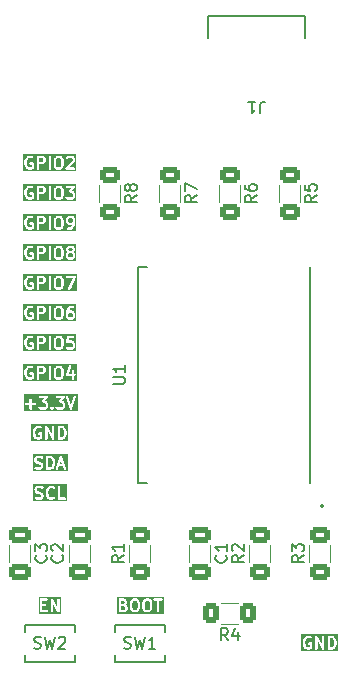
<source format=gbr>
%TF.GenerationSoftware,KiCad,Pcbnew,8.0.4-8.0.4-0~ubuntu22.04.1*%
%TF.CreationDate,2024-08-06T20:40:26+03:00*%
%TF.ProjectId,PM-ESPC3,504d2d45-5350-4433-932e-6b696361645f,rev?*%
%TF.SameCoordinates,Original*%
%TF.FileFunction,Legend,Top*%
%TF.FilePolarity,Positive*%
%FSLAX46Y46*%
G04 Gerber Fmt 4.6, Leading zero omitted, Abs format (unit mm)*
G04 Created by KiCad (PCBNEW 8.0.4-8.0.4-0~ubuntu22.04.1) date 2024-08-06 20:40:26*
%MOMM*%
%LPD*%
G01*
G04 APERTURE LIST*
G04 Aperture macros list*
%AMRoundRect*
0 Rectangle with rounded corners*
0 $1 Rounding radius*
0 $2 $3 $4 $5 $6 $7 $8 $9 X,Y pos of 4 corners*
0 Add a 4 corners polygon primitive as box body*
4,1,4,$2,$3,$4,$5,$6,$7,$8,$9,$2,$3,0*
0 Add four circle primitives for the rounded corners*
1,1,$1+$1,$2,$3*
1,1,$1+$1,$4,$5*
1,1,$1+$1,$6,$7*
1,1,$1+$1,$8,$9*
0 Add four rect primitives between the rounded corners*
20,1,$1+$1,$2,$3,$4,$5,0*
20,1,$1+$1,$4,$5,$6,$7,0*
20,1,$1+$1,$6,$7,$8,$9,0*
20,1,$1+$1,$8,$9,$2,$3,0*%
G04 Aperture macros list end*
%ADD10C,0.200000*%
%ADD11C,0.150000*%
%ADD12C,0.152400*%
%ADD13C,0.120000*%
%ADD14R,1.346200X1.244600*%
%ADD15RoundRect,0.250000X-0.650000X0.412500X-0.650000X-0.412500X0.650000X-0.412500X0.650000X0.412500X0*%
%ADD16R,0.889000X1.498600*%
%ADD17R,0.711200X0.711200*%
%ADD18R,0.406400X1.350000*%
%ADD19R,2.108200X1.600200*%
%ADD20O,1.000000X1.700000*%
%ADD21RoundRect,0.250000X-0.625000X0.400000X-0.625000X-0.400000X0.625000X-0.400000X0.625000X0.400000X0*%
%ADD22RoundRect,0.250000X0.400000X0.625000X-0.400000X0.625000X-0.400000X-0.625000X0.400000X-0.625000X0*%
%ADD23RoundRect,0.250000X0.625000X-0.400000X0.625000X0.400000X-0.625000X0.400000X-0.625000X-0.400000X0*%
%ADD24RoundRect,0.250000X0.650000X-0.412500X0.650000X0.412500X-0.650000X0.412500X-0.650000X-0.412500X0*%
%ADD25R,1.600000X1.600000*%
%ADD26O,1.600000X1.600000*%
%ADD27R,1.700000X1.700000*%
%ADD28O,1.700000X1.700000*%
G04 APERTURE END LIST*
D10*
G36*
X64393143Y-88482023D02*
G01*
X64457322Y-88546202D01*
X64495237Y-88697861D01*
X64495237Y-89006575D01*
X64457321Y-89158235D01*
X64393145Y-89222413D01*
X64333535Y-89252219D01*
X64190273Y-89252219D01*
X64130663Y-89222414D01*
X64066486Y-89158236D01*
X64028571Y-89006575D01*
X64028571Y-88697862D01*
X64066486Y-88546202D01*
X64130665Y-88482023D01*
X64190273Y-88452219D01*
X64333535Y-88452219D01*
X64393143Y-88482023D01*
G37*
G36*
X65393144Y-88910595D02*
G01*
X65417813Y-88935263D01*
X65447618Y-88994873D01*
X65447618Y-89138135D01*
X65417813Y-89197743D01*
X65393144Y-89222413D01*
X65333535Y-89252219D01*
X65190273Y-89252219D01*
X65130663Y-89222414D01*
X65105996Y-89197746D01*
X65076190Y-89138134D01*
X65076190Y-88994873D01*
X65105995Y-88935263D01*
X65130663Y-88910594D01*
X65190273Y-88880790D01*
X65333535Y-88880790D01*
X65393144Y-88910595D01*
G37*
G36*
X65393144Y-88482024D02*
G01*
X65417813Y-88506692D01*
X65447618Y-88566302D01*
X65447618Y-88566707D01*
X65417813Y-88626316D01*
X65393144Y-88650984D01*
X65333535Y-88680790D01*
X65190273Y-88680790D01*
X65130663Y-88650985D01*
X65105995Y-88626316D01*
X65076190Y-88566706D01*
X65076190Y-88566302D01*
X65105995Y-88506692D01*
X65130663Y-88482023D01*
X65190273Y-88452219D01*
X65333535Y-88452219D01*
X65393144Y-88482024D01*
G37*
G36*
X62916954Y-88482024D02*
G01*
X62941623Y-88506692D01*
X62971428Y-88566302D01*
X62971428Y-88661945D01*
X62941623Y-88721554D01*
X62916954Y-88746222D01*
X62857345Y-88776028D01*
X62600000Y-88776028D01*
X62600000Y-88452219D01*
X62857345Y-88452219D01*
X62916954Y-88482024D01*
G37*
G36*
X65758729Y-89563330D02*
G01*
X61241270Y-89563330D01*
X61241270Y-88780790D01*
X61352381Y-88780790D01*
X61352381Y-88923647D01*
X61352716Y-88927049D01*
X61352499Y-88928508D01*
X61353578Y-88935805D01*
X61354302Y-88943156D01*
X61354866Y-88944519D01*
X61355367Y-88947901D01*
X61402986Y-89138376D01*
X61403499Y-89139813D01*
X61403551Y-89140536D01*
X61406659Y-89148660D01*
X61409581Y-89156837D01*
X61410011Y-89157417D01*
X61410557Y-89158844D01*
X61458176Y-89254082D01*
X61463458Y-89262474D01*
X61464471Y-89264918D01*
X61466727Y-89267667D01*
X61468619Y-89270672D01*
X61470613Y-89272401D01*
X61476908Y-89280071D01*
X61572146Y-89375311D01*
X61587299Y-89387747D01*
X61590618Y-89389122D01*
X61593334Y-89391477D01*
X61611234Y-89399468D01*
X61754091Y-89447087D01*
X61763763Y-89449286D01*
X61766205Y-89450298D01*
X61769742Y-89450646D01*
X61773206Y-89451434D01*
X61775840Y-89451246D01*
X61785714Y-89452219D01*
X61880952Y-89452219D01*
X61890825Y-89451246D01*
X61893459Y-89451434D01*
X61896922Y-89450646D01*
X61900461Y-89450298D01*
X61902903Y-89449286D01*
X61912575Y-89447087D01*
X62055431Y-89399468D01*
X62073332Y-89391477D01*
X62076047Y-89389122D01*
X62079367Y-89387747D01*
X62094520Y-89375310D01*
X62142139Y-89327690D01*
X62154576Y-89312537D01*
X62168023Y-89280071D01*
X62169507Y-89276489D01*
X62171428Y-89256980D01*
X62171428Y-88923647D01*
X62169507Y-88904138D01*
X62154575Y-88868090D01*
X62126985Y-88840500D01*
X62090937Y-88825568D01*
X62071428Y-88823647D01*
X61880952Y-88823647D01*
X61861443Y-88825568D01*
X61825395Y-88840500D01*
X61797805Y-88868090D01*
X61782873Y-88904138D01*
X61782873Y-88943156D01*
X61797805Y-88979204D01*
X61825395Y-89006794D01*
X61861443Y-89021726D01*
X61880952Y-89023647D01*
X61971428Y-89023647D01*
X61971428Y-89215559D01*
X61969789Y-89217197D01*
X61864725Y-89252219D01*
X61801940Y-89252219D01*
X61696875Y-89217197D01*
X61629805Y-89150127D01*
X61594351Y-89079218D01*
X61552381Y-88911337D01*
X61552381Y-88793100D01*
X61594351Y-88625218D01*
X61629804Y-88554312D01*
X61696876Y-88487240D01*
X61801940Y-88452219D01*
X61904964Y-88452219D01*
X61979087Y-88489281D01*
X61997396Y-88496287D01*
X62036316Y-88499053D01*
X62073332Y-88486714D01*
X62102809Y-88461149D01*
X62120258Y-88426251D01*
X62123023Y-88387331D01*
X62111320Y-88352219D01*
X62400000Y-88352219D01*
X62400000Y-89352219D01*
X62401921Y-89371728D01*
X62416853Y-89407776D01*
X62444443Y-89435366D01*
X62480491Y-89450298D01*
X62519509Y-89450298D01*
X62555557Y-89435366D01*
X62583147Y-89407776D01*
X62598079Y-89371728D01*
X62600000Y-89352219D01*
X62600000Y-88976028D01*
X62880952Y-88976028D01*
X62900461Y-88974107D01*
X62903781Y-88972731D01*
X62907365Y-88972477D01*
X62925673Y-88965471D01*
X63020911Y-88917852D01*
X63029307Y-88912566D01*
X63031747Y-88911556D01*
X63034493Y-88909302D01*
X63037501Y-88907409D01*
X63039230Y-88905414D01*
X63046901Y-88899120D01*
X63094519Y-88851501D01*
X63100811Y-88843834D01*
X63102809Y-88842102D01*
X63104702Y-88839093D01*
X63106956Y-88836348D01*
X63107966Y-88833907D01*
X63113252Y-88825511D01*
X63160871Y-88730274D01*
X63167877Y-88711965D01*
X63168131Y-88708381D01*
X63169507Y-88705061D01*
X63171428Y-88685552D01*
X63171428Y-88542695D01*
X63169507Y-88523186D01*
X63168131Y-88519865D01*
X63167877Y-88516282D01*
X63160871Y-88497973D01*
X63113252Y-88402736D01*
X63107966Y-88394339D01*
X63106956Y-88391899D01*
X63104702Y-88389153D01*
X63102809Y-88386145D01*
X63100811Y-88384412D01*
X63094519Y-88376746D01*
X63069993Y-88352219D01*
X63400000Y-88352219D01*
X63400000Y-89352219D01*
X63401921Y-89371728D01*
X63416853Y-89407776D01*
X63444443Y-89435366D01*
X63480491Y-89450298D01*
X63519509Y-89450298D01*
X63555557Y-89435366D01*
X63583147Y-89407776D01*
X63598079Y-89371728D01*
X63600000Y-89352219D01*
X63600000Y-88685552D01*
X63828571Y-88685552D01*
X63828571Y-89018885D01*
X63828906Y-89022287D01*
X63828689Y-89023746D01*
X63829768Y-89031043D01*
X63830492Y-89038394D01*
X63831056Y-89039757D01*
X63831557Y-89043139D01*
X63879176Y-89233614D01*
X63885771Y-89252075D01*
X63890196Y-89258047D01*
X63893042Y-89264918D01*
X63905479Y-89280071D01*
X64000717Y-89375311D01*
X64008385Y-89381604D01*
X64010116Y-89383600D01*
X64013123Y-89385493D01*
X64015870Y-89387747D01*
X64018310Y-89388757D01*
X64026707Y-89394043D01*
X64121944Y-89441662D01*
X64140253Y-89448668D01*
X64143836Y-89448922D01*
X64147157Y-89450298D01*
X64166666Y-89452219D01*
X64357142Y-89452219D01*
X64376651Y-89450298D01*
X64379971Y-89448922D01*
X64383555Y-89448668D01*
X64401863Y-89441662D01*
X64497101Y-89394043D01*
X64505496Y-89388758D01*
X64507938Y-89387747D01*
X64510685Y-89385491D01*
X64513691Y-89383600D01*
X64515421Y-89381605D01*
X64523091Y-89375310D01*
X64618329Y-89280071D01*
X64630766Y-89264918D01*
X64633611Y-89258047D01*
X64638037Y-89252075D01*
X64644632Y-89233615D01*
X64692251Y-89043139D01*
X64692751Y-89039757D01*
X64693316Y-89038394D01*
X64694039Y-89031043D01*
X64695119Y-89023746D01*
X64694901Y-89022287D01*
X64695237Y-89018885D01*
X64695237Y-88685552D01*
X64694901Y-88682149D01*
X64695119Y-88680691D01*
X64694039Y-88673393D01*
X64693316Y-88666043D01*
X64692751Y-88664679D01*
X64692251Y-88661298D01*
X64662600Y-88542695D01*
X64876190Y-88542695D01*
X64876190Y-88590314D01*
X64878111Y-88609823D01*
X64879486Y-88613143D01*
X64879741Y-88616727D01*
X64886747Y-88635035D01*
X64934366Y-88730273D01*
X64939651Y-88738669D01*
X64940662Y-88741109D01*
X64942915Y-88743855D01*
X64944809Y-88746863D01*
X64946803Y-88748592D01*
X64953098Y-88756263D01*
X64977625Y-88780790D01*
X64953098Y-88805317D01*
X64946803Y-88812987D01*
X64944809Y-88814717D01*
X64942915Y-88817724D01*
X64940662Y-88820471D01*
X64939651Y-88822910D01*
X64934366Y-88831307D01*
X64886747Y-88926545D01*
X64879741Y-88944853D01*
X64879486Y-88948436D01*
X64878111Y-88951757D01*
X64876190Y-88971266D01*
X64876190Y-89161742D01*
X64878111Y-89181251D01*
X64879486Y-89184571D01*
X64879741Y-89188155D01*
X64886747Y-89206463D01*
X64934366Y-89301701D01*
X64939649Y-89310093D01*
X64940661Y-89312537D01*
X64942917Y-89315286D01*
X64944809Y-89318291D01*
X64946803Y-89320020D01*
X64953098Y-89327690D01*
X65000716Y-89375310D01*
X65008384Y-89381603D01*
X65010116Y-89383600D01*
X65013124Y-89385493D01*
X65015870Y-89387747D01*
X65018310Y-89388757D01*
X65026707Y-89394043D01*
X65121944Y-89441662D01*
X65140253Y-89448668D01*
X65143836Y-89448922D01*
X65147157Y-89450298D01*
X65166666Y-89452219D01*
X65357142Y-89452219D01*
X65376651Y-89450298D01*
X65379971Y-89448922D01*
X65383555Y-89448668D01*
X65401863Y-89441662D01*
X65497101Y-89394043D01*
X65505496Y-89388758D01*
X65507938Y-89387747D01*
X65510685Y-89385491D01*
X65513691Y-89383600D01*
X65515421Y-89381605D01*
X65523091Y-89375310D01*
X65570710Y-89327690D01*
X65577002Y-89320023D01*
X65578999Y-89318292D01*
X65580892Y-89315284D01*
X65583147Y-89312537D01*
X65584158Y-89310095D01*
X65589442Y-89301701D01*
X65637061Y-89206464D01*
X65644067Y-89188155D01*
X65644321Y-89184571D01*
X65645697Y-89181251D01*
X65647618Y-89161742D01*
X65647618Y-88971266D01*
X65645697Y-88951757D01*
X65644321Y-88948436D01*
X65644067Y-88944853D01*
X65637061Y-88926544D01*
X65589442Y-88831307D01*
X65584156Y-88822910D01*
X65583146Y-88820470D01*
X65580892Y-88817724D01*
X65578999Y-88814716D01*
X65577001Y-88812983D01*
X65570709Y-88805317D01*
X65546182Y-88780790D01*
X65570709Y-88756263D01*
X65577001Y-88748596D01*
X65578999Y-88746864D01*
X65580892Y-88743855D01*
X65583146Y-88741110D01*
X65584156Y-88738669D01*
X65589442Y-88730273D01*
X65637061Y-88635036D01*
X65644067Y-88616727D01*
X65644321Y-88613143D01*
X65645697Y-88609823D01*
X65647618Y-88590314D01*
X65647618Y-88542695D01*
X65645697Y-88523186D01*
X65644321Y-88519865D01*
X65644067Y-88516282D01*
X65637061Y-88497973D01*
X65589442Y-88402736D01*
X65584156Y-88394339D01*
X65583146Y-88391899D01*
X65580892Y-88389153D01*
X65578999Y-88386145D01*
X65577001Y-88384412D01*
X65570709Y-88376746D01*
X65523091Y-88329127D01*
X65515420Y-88322832D01*
X65513691Y-88320838D01*
X65510683Y-88318944D01*
X65507937Y-88316691D01*
X65505497Y-88315680D01*
X65497101Y-88310395D01*
X65401863Y-88262776D01*
X65383555Y-88255770D01*
X65379971Y-88255515D01*
X65376651Y-88254140D01*
X65357142Y-88252219D01*
X65166666Y-88252219D01*
X65147157Y-88254140D01*
X65143836Y-88255515D01*
X65140253Y-88255770D01*
X65121944Y-88262776D01*
X65026707Y-88310395D01*
X65018310Y-88315680D01*
X65015870Y-88316691D01*
X65013124Y-88318944D01*
X65010116Y-88320838D01*
X65008383Y-88322835D01*
X65000717Y-88329128D01*
X64953098Y-88376746D01*
X64946803Y-88384416D01*
X64944809Y-88386146D01*
X64942915Y-88389153D01*
X64940662Y-88391900D01*
X64939651Y-88394339D01*
X64934366Y-88402736D01*
X64886747Y-88497974D01*
X64879741Y-88516282D01*
X64879486Y-88519865D01*
X64878111Y-88523186D01*
X64876190Y-88542695D01*
X64662600Y-88542695D01*
X64644632Y-88470822D01*
X64638037Y-88452362D01*
X64633610Y-88446387D01*
X64630765Y-88439519D01*
X64618329Y-88424365D01*
X64523091Y-88329127D01*
X64515420Y-88322832D01*
X64513691Y-88320838D01*
X64510683Y-88318944D01*
X64507937Y-88316691D01*
X64505497Y-88315680D01*
X64497101Y-88310395D01*
X64401863Y-88262776D01*
X64383555Y-88255770D01*
X64379971Y-88255515D01*
X64376651Y-88254140D01*
X64357142Y-88252219D01*
X64166666Y-88252219D01*
X64147157Y-88254140D01*
X64143836Y-88255515D01*
X64140253Y-88255770D01*
X64121944Y-88262776D01*
X64026707Y-88310395D01*
X64018308Y-88315681D01*
X64015871Y-88316691D01*
X64013127Y-88318942D01*
X64010116Y-88320838D01*
X64008383Y-88322835D01*
X64000717Y-88329127D01*
X63905479Y-88424365D01*
X63893043Y-88439519D01*
X63890197Y-88446387D01*
X63885771Y-88452362D01*
X63879176Y-88470823D01*
X63831557Y-88661298D01*
X63831056Y-88664679D01*
X63830492Y-88666043D01*
X63829768Y-88673393D01*
X63828689Y-88680691D01*
X63828906Y-88682149D01*
X63828571Y-88685552D01*
X63600000Y-88685552D01*
X63600000Y-88352219D01*
X63598079Y-88332710D01*
X63583147Y-88296662D01*
X63555557Y-88269072D01*
X63519509Y-88254140D01*
X63480491Y-88254140D01*
X63444443Y-88269072D01*
X63416853Y-88296662D01*
X63401921Y-88332710D01*
X63400000Y-88352219D01*
X63069993Y-88352219D01*
X63046901Y-88329127D01*
X63039230Y-88322832D01*
X63037501Y-88320838D01*
X63034493Y-88318944D01*
X63031747Y-88316691D01*
X63029307Y-88315680D01*
X63020911Y-88310395D01*
X62925673Y-88262776D01*
X62907365Y-88255770D01*
X62903781Y-88255515D01*
X62900461Y-88254140D01*
X62880952Y-88252219D01*
X62500000Y-88252219D01*
X62480491Y-88254140D01*
X62444443Y-88269072D01*
X62416853Y-88296662D01*
X62401921Y-88332710D01*
X62400000Y-88352219D01*
X62111320Y-88352219D01*
X62110685Y-88350315D01*
X62085120Y-88320838D01*
X62068530Y-88310395D01*
X61973292Y-88262776D01*
X61954984Y-88255770D01*
X61951400Y-88255515D01*
X61948080Y-88254140D01*
X61928571Y-88252219D01*
X61785714Y-88252219D01*
X61775840Y-88253191D01*
X61773206Y-88253004D01*
X61769742Y-88253791D01*
X61766205Y-88254140D01*
X61763763Y-88255151D01*
X61754091Y-88257351D01*
X61611234Y-88304970D01*
X61593334Y-88312961D01*
X61590618Y-88315316D01*
X61587300Y-88316691D01*
X61572146Y-88329127D01*
X61476908Y-88424365D01*
X61470613Y-88432035D01*
X61468619Y-88433765D01*
X61466725Y-88436772D01*
X61464472Y-88439519D01*
X61463461Y-88441958D01*
X61458176Y-88450355D01*
X61410557Y-88545593D01*
X61410011Y-88547019D01*
X61409581Y-88547600D01*
X61406659Y-88555776D01*
X61403551Y-88563901D01*
X61403499Y-88564623D01*
X61402986Y-88566061D01*
X61355367Y-88756536D01*
X61354866Y-88759917D01*
X61354302Y-88761281D01*
X61353578Y-88768631D01*
X61352499Y-88775929D01*
X61352716Y-88777387D01*
X61352381Y-88780790D01*
X61241270Y-88780790D01*
X61241270Y-88141108D01*
X65758729Y-88141108D01*
X65758729Y-89563330D01*
G37*
G36*
X64994904Y-109883330D02*
G01*
X62098413Y-109883330D01*
X62098413Y-108862695D01*
X62209524Y-108862695D01*
X62209524Y-108957933D01*
X62211445Y-108977442D01*
X62212820Y-108980762D01*
X62213075Y-108984346D01*
X62220081Y-109002654D01*
X62267700Y-109097892D01*
X62272985Y-109106288D01*
X62273996Y-109108728D01*
X62276249Y-109111474D01*
X62278143Y-109114482D01*
X62280137Y-109116211D01*
X62286432Y-109123882D01*
X62334051Y-109171500D01*
X62341717Y-109177792D01*
X62343450Y-109179790D01*
X62346458Y-109181683D01*
X62349204Y-109183937D01*
X62351644Y-109184947D01*
X62360041Y-109190233D01*
X62455278Y-109237852D01*
X62456706Y-109238398D01*
X62457286Y-109238828D01*
X62465462Y-109241749D01*
X62473587Y-109244858D01*
X62474307Y-109244909D01*
X62475746Y-109245423D01*
X62655571Y-109290379D01*
X62726478Y-109325833D01*
X62751147Y-109350501D01*
X62780952Y-109410111D01*
X62780952Y-109458135D01*
X62751147Y-109517743D01*
X62726478Y-109542413D01*
X62666869Y-109572219D01*
X62468607Y-109572219D01*
X62341147Y-109529732D01*
X62322031Y-109525385D01*
X62283111Y-109528151D01*
X62248212Y-109545601D01*
X62222647Y-109575077D01*
X62210309Y-109612093D01*
X62213075Y-109651013D01*
X62230525Y-109685912D01*
X62260001Y-109711477D01*
X62277901Y-109719468D01*
X62420758Y-109767087D01*
X62430430Y-109769286D01*
X62432872Y-109770298D01*
X62436409Y-109770646D01*
X62439873Y-109771434D01*
X62442507Y-109771246D01*
X62452381Y-109772219D01*
X62690476Y-109772219D01*
X62709985Y-109770298D01*
X62713305Y-109768922D01*
X62716889Y-109768668D01*
X62735197Y-109761662D01*
X62830435Y-109714043D01*
X62838830Y-109708758D01*
X62841272Y-109707747D01*
X62844019Y-109705491D01*
X62847025Y-109703600D01*
X62848755Y-109701605D01*
X62856425Y-109695310D01*
X62904044Y-109647690D01*
X62910336Y-109640023D01*
X62912333Y-109638292D01*
X62914226Y-109635284D01*
X62916481Y-109632537D01*
X62917492Y-109630095D01*
X62922776Y-109621701D01*
X62970395Y-109526464D01*
X62977401Y-109508155D01*
X62977655Y-109504571D01*
X62979031Y-109501251D01*
X62980952Y-109481742D01*
X62980952Y-109386504D01*
X62979031Y-109366995D01*
X62977655Y-109363674D01*
X62977401Y-109360091D01*
X62970395Y-109341782D01*
X62922776Y-109246545D01*
X62917490Y-109238148D01*
X62916480Y-109235708D01*
X62914226Y-109232962D01*
X62912333Y-109229954D01*
X62910335Y-109228221D01*
X62904043Y-109220555D01*
X62856425Y-109172936D01*
X62848754Y-109166641D01*
X62847025Y-109164647D01*
X62844017Y-109162753D01*
X62841271Y-109160500D01*
X62838831Y-109159489D01*
X62830435Y-109154204D01*
X62735197Y-109106585D01*
X62733770Y-109106039D01*
X62733190Y-109105609D01*
X62725013Y-109102687D01*
X62720054Y-109100790D01*
X63161905Y-109100790D01*
X63161905Y-109243647D01*
X63162240Y-109247049D01*
X63162023Y-109248508D01*
X63163102Y-109255805D01*
X63163826Y-109263156D01*
X63164390Y-109264519D01*
X63164891Y-109267901D01*
X63212510Y-109458376D01*
X63213023Y-109459813D01*
X63213075Y-109460536D01*
X63216183Y-109468660D01*
X63219105Y-109476837D01*
X63219535Y-109477417D01*
X63220081Y-109478844D01*
X63267700Y-109574082D01*
X63272982Y-109582474D01*
X63273995Y-109584918D01*
X63276251Y-109587667D01*
X63278143Y-109590672D01*
X63280137Y-109592401D01*
X63286432Y-109600071D01*
X63381670Y-109695311D01*
X63396823Y-109707747D01*
X63400142Y-109709122D01*
X63402858Y-109711477D01*
X63420758Y-109719468D01*
X63563615Y-109767087D01*
X63573287Y-109769286D01*
X63575729Y-109770298D01*
X63579266Y-109770646D01*
X63582730Y-109771434D01*
X63585364Y-109771246D01*
X63595238Y-109772219D01*
X63690476Y-109772219D01*
X63700349Y-109771246D01*
X63702983Y-109771434D01*
X63706446Y-109770646D01*
X63709985Y-109770298D01*
X63712427Y-109769286D01*
X63722099Y-109767087D01*
X63864955Y-109719468D01*
X63882856Y-109711477D01*
X63885571Y-109709122D01*
X63888891Y-109707747D01*
X63904044Y-109695310D01*
X63951663Y-109647690D01*
X63964100Y-109632537D01*
X63979031Y-109596488D01*
X63979030Y-109557470D01*
X63964099Y-109521422D01*
X63936508Y-109493832D01*
X63900460Y-109478901D01*
X63861442Y-109478902D01*
X63825394Y-109493833D01*
X63810240Y-109506270D01*
X63779313Y-109537197D01*
X63674249Y-109572219D01*
X63611464Y-109572219D01*
X63506399Y-109537197D01*
X63439329Y-109470127D01*
X63403875Y-109399218D01*
X63361905Y-109231337D01*
X63361905Y-109113100D01*
X63403875Y-108945218D01*
X63439328Y-108874312D01*
X63506400Y-108807240D01*
X63611464Y-108772219D01*
X63674249Y-108772219D01*
X63779314Y-108807240D01*
X63810241Y-108838167D01*
X63825394Y-108850604D01*
X63861443Y-108865535D01*
X63900461Y-108865535D01*
X63936509Y-108850604D01*
X63964099Y-108823014D01*
X63979030Y-108786966D01*
X63979030Y-108747948D01*
X63964099Y-108711899D01*
X63951662Y-108696746D01*
X63927136Y-108672219D01*
X64209524Y-108672219D01*
X64209524Y-109672219D01*
X64211445Y-109691728D01*
X64226377Y-109727776D01*
X64253967Y-109755366D01*
X64290015Y-109770298D01*
X64309524Y-109772219D01*
X64785714Y-109772219D01*
X64805223Y-109770298D01*
X64841271Y-109755366D01*
X64868861Y-109727776D01*
X64883793Y-109691728D01*
X64883793Y-109652710D01*
X64868861Y-109616662D01*
X64841271Y-109589072D01*
X64805223Y-109574140D01*
X64785714Y-109572219D01*
X64409524Y-109572219D01*
X64409524Y-108672219D01*
X64407603Y-108652710D01*
X64392671Y-108616662D01*
X64365081Y-108589072D01*
X64329033Y-108574140D01*
X64290015Y-108574140D01*
X64253967Y-108589072D01*
X64226377Y-108616662D01*
X64211445Y-108652710D01*
X64209524Y-108672219D01*
X63927136Y-108672219D01*
X63904044Y-108649127D01*
X63888890Y-108636691D01*
X63885571Y-108635316D01*
X63882856Y-108632961D01*
X63864955Y-108624970D01*
X63722099Y-108577351D01*
X63712427Y-108575151D01*
X63709985Y-108574140D01*
X63706446Y-108573791D01*
X63702983Y-108573004D01*
X63700349Y-108573191D01*
X63690476Y-108572219D01*
X63595238Y-108572219D01*
X63585364Y-108573191D01*
X63582730Y-108573004D01*
X63579266Y-108573791D01*
X63575729Y-108574140D01*
X63573287Y-108575151D01*
X63563615Y-108577351D01*
X63420758Y-108624970D01*
X63402858Y-108632961D01*
X63400142Y-108635316D01*
X63396824Y-108636691D01*
X63381670Y-108649127D01*
X63286432Y-108744365D01*
X63280137Y-108752035D01*
X63278143Y-108753765D01*
X63276249Y-108756772D01*
X63273996Y-108759519D01*
X63272985Y-108761958D01*
X63267700Y-108770355D01*
X63220081Y-108865593D01*
X63219535Y-108867019D01*
X63219105Y-108867600D01*
X63216183Y-108875776D01*
X63213075Y-108883901D01*
X63213023Y-108884623D01*
X63212510Y-108886061D01*
X63164891Y-109076536D01*
X63164390Y-109079917D01*
X63163826Y-109081281D01*
X63163102Y-109088631D01*
X63162023Y-109095929D01*
X63162240Y-109097387D01*
X63161905Y-109100790D01*
X62720054Y-109100790D01*
X62716889Y-109099579D01*
X62716166Y-109099527D01*
X62714729Y-109099014D01*
X62534904Y-109054057D01*
X62463997Y-109018604D01*
X62439329Y-108993935D01*
X62409524Y-108934325D01*
X62409524Y-108886302D01*
X62439329Y-108826692D01*
X62463997Y-108802023D01*
X62523607Y-108772219D01*
X62721868Y-108772219D01*
X62849329Y-108814706D01*
X62868444Y-108819053D01*
X62907364Y-108816287D01*
X62942263Y-108798837D01*
X62967828Y-108769361D01*
X62980167Y-108732345D01*
X62977400Y-108693425D01*
X62959951Y-108658526D01*
X62930475Y-108632961D01*
X62912574Y-108624970D01*
X62769718Y-108577351D01*
X62760046Y-108575151D01*
X62757604Y-108574140D01*
X62754065Y-108573791D01*
X62750602Y-108573004D01*
X62747968Y-108573191D01*
X62738095Y-108572219D01*
X62500000Y-108572219D01*
X62480491Y-108574140D01*
X62477170Y-108575515D01*
X62473587Y-108575770D01*
X62455278Y-108582776D01*
X62360041Y-108630395D01*
X62351644Y-108635680D01*
X62349204Y-108636691D01*
X62346458Y-108638944D01*
X62343450Y-108640838D01*
X62341717Y-108642835D01*
X62334051Y-108649128D01*
X62286432Y-108696746D01*
X62280137Y-108704416D01*
X62278143Y-108706146D01*
X62276249Y-108709153D01*
X62273996Y-108711900D01*
X62272985Y-108714339D01*
X62267700Y-108722736D01*
X62220081Y-108817974D01*
X62213075Y-108836282D01*
X62212820Y-108839865D01*
X62211445Y-108843186D01*
X62209524Y-108862695D01*
X62098413Y-108862695D01*
X62098413Y-108461108D01*
X64994904Y-108461108D01*
X64994904Y-109883330D01*
G37*
G36*
X63612646Y-106267240D02*
G01*
X63679719Y-106334313D01*
X63715171Y-106405218D01*
X63757142Y-106573099D01*
X63757142Y-106691337D01*
X63715171Y-106859218D01*
X63679718Y-106930124D01*
X63612647Y-106997197D01*
X63507582Y-107032219D01*
X63385714Y-107032219D01*
X63385714Y-106232219D01*
X63507582Y-106232219D01*
X63612646Y-106267240D01*
G37*
G36*
X64575543Y-106746504D02*
G01*
X64376838Y-106746504D01*
X64476190Y-106448446D01*
X64575543Y-106746504D01*
G37*
G36*
X65019849Y-107343330D02*
G01*
X62074603Y-107343330D01*
X62074603Y-106322695D01*
X62185714Y-106322695D01*
X62185714Y-106417933D01*
X62187635Y-106437442D01*
X62189010Y-106440762D01*
X62189265Y-106444346D01*
X62196271Y-106462654D01*
X62243890Y-106557892D01*
X62249175Y-106566288D01*
X62250186Y-106568728D01*
X62252439Y-106571474D01*
X62254333Y-106574482D01*
X62256327Y-106576211D01*
X62262622Y-106583882D01*
X62310241Y-106631500D01*
X62317907Y-106637792D01*
X62319640Y-106639790D01*
X62322648Y-106641683D01*
X62325394Y-106643937D01*
X62327834Y-106644947D01*
X62336231Y-106650233D01*
X62431468Y-106697852D01*
X62432896Y-106698398D01*
X62433476Y-106698828D01*
X62441652Y-106701749D01*
X62449777Y-106704858D01*
X62450497Y-106704909D01*
X62451936Y-106705423D01*
X62631761Y-106750379D01*
X62702668Y-106785833D01*
X62727337Y-106810501D01*
X62757142Y-106870111D01*
X62757142Y-106918135D01*
X62727337Y-106977743D01*
X62702668Y-107002413D01*
X62643059Y-107032219D01*
X62444797Y-107032219D01*
X62317337Y-106989732D01*
X62298221Y-106985385D01*
X62259301Y-106988151D01*
X62224402Y-107005601D01*
X62198837Y-107035077D01*
X62186499Y-107072093D01*
X62189265Y-107111013D01*
X62206715Y-107145912D01*
X62236191Y-107171477D01*
X62254091Y-107179468D01*
X62396948Y-107227087D01*
X62406620Y-107229286D01*
X62409062Y-107230298D01*
X62412599Y-107230646D01*
X62416063Y-107231434D01*
X62418697Y-107231246D01*
X62428571Y-107232219D01*
X62666666Y-107232219D01*
X62686175Y-107230298D01*
X62689495Y-107228922D01*
X62693079Y-107228668D01*
X62711387Y-107221662D01*
X62806625Y-107174043D01*
X62815020Y-107168758D01*
X62817462Y-107167747D01*
X62820209Y-107165491D01*
X62823215Y-107163600D01*
X62824945Y-107161605D01*
X62832615Y-107155310D01*
X62880234Y-107107690D01*
X62886526Y-107100023D01*
X62888523Y-107098292D01*
X62890416Y-107095284D01*
X62892671Y-107092537D01*
X62893682Y-107090095D01*
X62898966Y-107081701D01*
X62946585Y-106986464D01*
X62953591Y-106968155D01*
X62953845Y-106964571D01*
X62955221Y-106961251D01*
X62957142Y-106941742D01*
X62957142Y-106846504D01*
X62955221Y-106826995D01*
X62953845Y-106823674D01*
X62953591Y-106820091D01*
X62946585Y-106801782D01*
X62898966Y-106706545D01*
X62893680Y-106698148D01*
X62892670Y-106695708D01*
X62890416Y-106692962D01*
X62888523Y-106689954D01*
X62886525Y-106688221D01*
X62880233Y-106680555D01*
X62832615Y-106632936D01*
X62824944Y-106626641D01*
X62823215Y-106624647D01*
X62820207Y-106622753D01*
X62817461Y-106620500D01*
X62815021Y-106619489D01*
X62806625Y-106614204D01*
X62711387Y-106566585D01*
X62709960Y-106566039D01*
X62709380Y-106565609D01*
X62701203Y-106562687D01*
X62693079Y-106559579D01*
X62692356Y-106559527D01*
X62690919Y-106559014D01*
X62511094Y-106514057D01*
X62440187Y-106478604D01*
X62415519Y-106453935D01*
X62385714Y-106394325D01*
X62385714Y-106346302D01*
X62415519Y-106286692D01*
X62440187Y-106262023D01*
X62499797Y-106232219D01*
X62698058Y-106232219D01*
X62825519Y-106274706D01*
X62844634Y-106279053D01*
X62883554Y-106276287D01*
X62918453Y-106258837D01*
X62944018Y-106229361D01*
X62956357Y-106192345D01*
X62953590Y-106153425D01*
X62942987Y-106132219D01*
X63185714Y-106132219D01*
X63185714Y-107132219D01*
X63187635Y-107151728D01*
X63202567Y-107187776D01*
X63230157Y-107215366D01*
X63266205Y-107230298D01*
X63285714Y-107232219D01*
X63523809Y-107232219D01*
X63533682Y-107231246D01*
X63536316Y-107231434D01*
X63539779Y-107230646D01*
X63543318Y-107230298D01*
X63545760Y-107229286D01*
X63555432Y-107227087D01*
X63698288Y-107179468D01*
X63716189Y-107171477D01*
X63718904Y-107169122D01*
X63722224Y-107167747D01*
X63737377Y-107155310D01*
X63772975Y-107119712D01*
X64043642Y-107119712D01*
X64046408Y-107158632D01*
X64063858Y-107193531D01*
X64093334Y-107219096D01*
X64130350Y-107231434D01*
X64169270Y-107228668D01*
X64204169Y-107211218D01*
X64229734Y-107181742D01*
X64237725Y-107163842D01*
X64310171Y-106946504D01*
X64642209Y-106946504D01*
X64714655Y-107163841D01*
X64722646Y-107181742D01*
X64748211Y-107211218D01*
X64783110Y-107228667D01*
X64822030Y-107231434D01*
X64859046Y-107219095D01*
X64888522Y-107193530D01*
X64905972Y-107158631D01*
X64908738Y-107119711D01*
X64904391Y-107100596D01*
X64571058Y-106100596D01*
X64563067Y-106082696D01*
X64558382Y-106077294D01*
X64555189Y-106070908D01*
X64545720Y-106062695D01*
X64537502Y-106053220D01*
X64531110Y-106050023D01*
X64525713Y-106045343D01*
X64513819Y-106041378D01*
X64502603Y-106035770D01*
X64495475Y-106035263D01*
X64488697Y-106033004D01*
X64476192Y-106033893D01*
X64463683Y-106033004D01*
X64456901Y-106035264D01*
X64449777Y-106035771D01*
X64438568Y-106041374D01*
X64426667Y-106045342D01*
X64421266Y-106050025D01*
X64414878Y-106053220D01*
X64406662Y-106062691D01*
X64397191Y-106070907D01*
X64393996Y-106077296D01*
X64389313Y-106082696D01*
X64381322Y-106100597D01*
X64047989Y-107100596D01*
X64043642Y-107119712D01*
X63772975Y-107119712D01*
X63832615Y-107060071D01*
X63838907Y-107052404D01*
X63840904Y-107050673D01*
X63842797Y-107047665D01*
X63845052Y-107044918D01*
X63846063Y-107042476D01*
X63851347Y-107034082D01*
X63898966Y-106938845D01*
X63899512Y-106937416D01*
X63899942Y-106936837D01*
X63902863Y-106928660D01*
X63905972Y-106920536D01*
X63906023Y-106919815D01*
X63906537Y-106918377D01*
X63954156Y-106727901D01*
X63954656Y-106724519D01*
X63955221Y-106723156D01*
X63955944Y-106715805D01*
X63957024Y-106708508D01*
X63956806Y-106707049D01*
X63957142Y-106703647D01*
X63957142Y-106560790D01*
X63956806Y-106557387D01*
X63957024Y-106555929D01*
X63955944Y-106548631D01*
X63955221Y-106541281D01*
X63954656Y-106539917D01*
X63954156Y-106536536D01*
X63906537Y-106346060D01*
X63906023Y-106344621D01*
X63905972Y-106343901D01*
X63902863Y-106335776D01*
X63899942Y-106327600D01*
X63899512Y-106327020D01*
X63898966Y-106325592D01*
X63851347Y-106230355D01*
X63846060Y-106221956D01*
X63845051Y-106219519D01*
X63842799Y-106216775D01*
X63840904Y-106213764D01*
X63838906Y-106212031D01*
X63832615Y-106204365D01*
X63737377Y-106109127D01*
X63722223Y-106096691D01*
X63718904Y-106095316D01*
X63716189Y-106092961D01*
X63698288Y-106084970D01*
X63555432Y-106037351D01*
X63545760Y-106035151D01*
X63543318Y-106034140D01*
X63539779Y-106033791D01*
X63536316Y-106033004D01*
X63533682Y-106033191D01*
X63523809Y-106032219D01*
X63285714Y-106032219D01*
X63266205Y-106034140D01*
X63230157Y-106049072D01*
X63202567Y-106076662D01*
X63187635Y-106112710D01*
X63185714Y-106132219D01*
X62942987Y-106132219D01*
X62936141Y-106118526D01*
X62906665Y-106092961D01*
X62888764Y-106084970D01*
X62745908Y-106037351D01*
X62736236Y-106035151D01*
X62733794Y-106034140D01*
X62730255Y-106033791D01*
X62726792Y-106033004D01*
X62724158Y-106033191D01*
X62714285Y-106032219D01*
X62476190Y-106032219D01*
X62456681Y-106034140D01*
X62453360Y-106035515D01*
X62449777Y-106035770D01*
X62431468Y-106042776D01*
X62336231Y-106090395D01*
X62327834Y-106095680D01*
X62325394Y-106096691D01*
X62322648Y-106098944D01*
X62319640Y-106100838D01*
X62317907Y-106102835D01*
X62310241Y-106109128D01*
X62262622Y-106156746D01*
X62256327Y-106164416D01*
X62254333Y-106166146D01*
X62252439Y-106169153D01*
X62250186Y-106171900D01*
X62249175Y-106174339D01*
X62243890Y-106182736D01*
X62196271Y-106277974D01*
X62189265Y-106296282D01*
X62189010Y-106299865D01*
X62187635Y-106303186D01*
X62185714Y-106322695D01*
X62074603Y-106322695D01*
X62074603Y-105921108D01*
X65019849Y-105921108D01*
X65019849Y-107343330D01*
G37*
G36*
X64449206Y-119408330D02*
G01*
X62550794Y-119408330D01*
X62550794Y-118197219D01*
X62661905Y-118197219D01*
X62661905Y-119197219D01*
X62663826Y-119216728D01*
X62678758Y-119252776D01*
X62706348Y-119280366D01*
X62742396Y-119295298D01*
X62761905Y-119297219D01*
X63238095Y-119297219D01*
X63257604Y-119295298D01*
X63293652Y-119280366D01*
X63321242Y-119252776D01*
X63336174Y-119216728D01*
X63336174Y-119177710D01*
X63321242Y-119141662D01*
X63293652Y-119114072D01*
X63257604Y-119099140D01*
X63238095Y-119097219D01*
X62861905Y-119097219D01*
X62861905Y-118773409D01*
X63095238Y-118773409D01*
X63114747Y-118771488D01*
X63150795Y-118756556D01*
X63178385Y-118728966D01*
X63193317Y-118692918D01*
X63193317Y-118653900D01*
X63178385Y-118617852D01*
X63150795Y-118590262D01*
X63114747Y-118575330D01*
X63095238Y-118573409D01*
X62861905Y-118573409D01*
X62861905Y-118297219D01*
X63238095Y-118297219D01*
X63257604Y-118295298D01*
X63293652Y-118280366D01*
X63321242Y-118252776D01*
X63336174Y-118216728D01*
X63336174Y-118197219D01*
X63566667Y-118197219D01*
X63566667Y-119197219D01*
X63568588Y-119216728D01*
X63583520Y-119252776D01*
X63611110Y-119280366D01*
X63647158Y-119295298D01*
X63686176Y-119295298D01*
X63722224Y-119280366D01*
X63749814Y-119252776D01*
X63764746Y-119216728D01*
X63766667Y-119197219D01*
X63766667Y-118573775D01*
X64151271Y-119246833D01*
X64154189Y-119250943D01*
X64154948Y-119252776D01*
X64156814Y-119254642D01*
X64162618Y-119262818D01*
X64173134Y-119270962D01*
X64182538Y-119280366D01*
X64188425Y-119282804D01*
X64193467Y-119286709D01*
X64206299Y-119290208D01*
X64218586Y-119295298D01*
X64224962Y-119295298D01*
X64231111Y-119296975D01*
X64244304Y-119295298D01*
X64257604Y-119295298D01*
X64263492Y-119292858D01*
X64269817Y-119292055D01*
X64281366Y-119285454D01*
X64293652Y-119280366D01*
X64298159Y-119275858D01*
X64303694Y-119272696D01*
X64311838Y-119262179D01*
X64321242Y-119252776D01*
X64323680Y-119246888D01*
X64327585Y-119241847D01*
X64331084Y-119229014D01*
X64336174Y-119216728D01*
X64337156Y-119206750D01*
X64337851Y-119204204D01*
X64337600Y-119202236D01*
X64338095Y-119197219D01*
X64338095Y-118197219D01*
X64336174Y-118177710D01*
X64321242Y-118141662D01*
X64293652Y-118114072D01*
X64257604Y-118099140D01*
X64218586Y-118099140D01*
X64182538Y-118114072D01*
X64154948Y-118141662D01*
X64140016Y-118177710D01*
X64138095Y-118197219D01*
X64138095Y-118820662D01*
X63753491Y-118147605D01*
X63750572Y-118143494D01*
X63749814Y-118141662D01*
X63747947Y-118139795D01*
X63742144Y-118131620D01*
X63731629Y-118123477D01*
X63722224Y-118114072D01*
X63716333Y-118111632D01*
X63711295Y-118107730D01*
X63698466Y-118104231D01*
X63686176Y-118099140D01*
X63679801Y-118099140D01*
X63673652Y-118097463D01*
X63660459Y-118099140D01*
X63647158Y-118099140D01*
X63641269Y-118101579D01*
X63634945Y-118102383D01*
X63623395Y-118108983D01*
X63611110Y-118114072D01*
X63606602Y-118118579D01*
X63601068Y-118121742D01*
X63592925Y-118132256D01*
X63583520Y-118141662D01*
X63581080Y-118147552D01*
X63577178Y-118152591D01*
X63573679Y-118165419D01*
X63568588Y-118177710D01*
X63567605Y-118187687D01*
X63566911Y-118190234D01*
X63567161Y-118192201D01*
X63566667Y-118197219D01*
X63336174Y-118197219D01*
X63336174Y-118177710D01*
X63321242Y-118141662D01*
X63293652Y-118114072D01*
X63257604Y-118099140D01*
X63238095Y-118097219D01*
X62761905Y-118097219D01*
X62742396Y-118099140D01*
X62706348Y-118114072D01*
X62678758Y-118141662D01*
X62663826Y-118177710D01*
X62661905Y-118197219D01*
X62550794Y-118197219D01*
X62550794Y-117986108D01*
X64449206Y-117986108D01*
X64449206Y-119408330D01*
G37*
G36*
X64393143Y-91022023D02*
G01*
X64457322Y-91086202D01*
X64495237Y-91237861D01*
X64495237Y-91546575D01*
X64457321Y-91698235D01*
X64393145Y-91762413D01*
X64333535Y-91792219D01*
X64190273Y-91792219D01*
X64130663Y-91762414D01*
X64066486Y-91698236D01*
X64028571Y-91546575D01*
X64028571Y-91237862D01*
X64066486Y-91086202D01*
X64130665Y-91022023D01*
X64190273Y-90992219D01*
X64333535Y-90992219D01*
X64393143Y-91022023D01*
G37*
G36*
X62916954Y-91022024D02*
G01*
X62941623Y-91046692D01*
X62971428Y-91106302D01*
X62971428Y-91201945D01*
X62941623Y-91261554D01*
X62916954Y-91286222D01*
X62857345Y-91316028D01*
X62600000Y-91316028D01*
X62600000Y-90992219D01*
X62857345Y-90992219D01*
X62916954Y-91022024D01*
G37*
G36*
X65804657Y-92103330D02*
G01*
X61241270Y-92103330D01*
X61241270Y-91320790D01*
X61352381Y-91320790D01*
X61352381Y-91463647D01*
X61352716Y-91467049D01*
X61352499Y-91468508D01*
X61353578Y-91475805D01*
X61354302Y-91483156D01*
X61354866Y-91484519D01*
X61355367Y-91487901D01*
X61402986Y-91678376D01*
X61403499Y-91679813D01*
X61403551Y-91680536D01*
X61406659Y-91688660D01*
X61409581Y-91696837D01*
X61410011Y-91697417D01*
X61410557Y-91698844D01*
X61458176Y-91794082D01*
X61463458Y-91802474D01*
X61464471Y-91804918D01*
X61466727Y-91807667D01*
X61468619Y-91810672D01*
X61470613Y-91812401D01*
X61476908Y-91820071D01*
X61572146Y-91915311D01*
X61587299Y-91927747D01*
X61590618Y-91929122D01*
X61593334Y-91931477D01*
X61611234Y-91939468D01*
X61754091Y-91987087D01*
X61763763Y-91989286D01*
X61766205Y-91990298D01*
X61769742Y-91990646D01*
X61773206Y-91991434D01*
X61775840Y-91991246D01*
X61785714Y-91992219D01*
X61880952Y-91992219D01*
X61890825Y-91991246D01*
X61893459Y-91991434D01*
X61896922Y-91990646D01*
X61900461Y-91990298D01*
X61902903Y-91989286D01*
X61912575Y-91987087D01*
X62055431Y-91939468D01*
X62073332Y-91931477D01*
X62076047Y-91929122D01*
X62079367Y-91927747D01*
X62094520Y-91915310D01*
X62142139Y-91867690D01*
X62154576Y-91852537D01*
X62168023Y-91820071D01*
X62169507Y-91816489D01*
X62171428Y-91796980D01*
X62171428Y-91463647D01*
X62169507Y-91444138D01*
X62154575Y-91408090D01*
X62126985Y-91380500D01*
X62090937Y-91365568D01*
X62071428Y-91363647D01*
X61880952Y-91363647D01*
X61861443Y-91365568D01*
X61825395Y-91380500D01*
X61797805Y-91408090D01*
X61782873Y-91444138D01*
X61782873Y-91483156D01*
X61797805Y-91519204D01*
X61825395Y-91546794D01*
X61861443Y-91561726D01*
X61880952Y-91563647D01*
X61971428Y-91563647D01*
X61971428Y-91755559D01*
X61969789Y-91757197D01*
X61864725Y-91792219D01*
X61801940Y-91792219D01*
X61696875Y-91757197D01*
X61629805Y-91690127D01*
X61594351Y-91619218D01*
X61552381Y-91451337D01*
X61552381Y-91333100D01*
X61594351Y-91165218D01*
X61629804Y-91094312D01*
X61696876Y-91027240D01*
X61801940Y-90992219D01*
X61904964Y-90992219D01*
X61979087Y-91029281D01*
X61997396Y-91036287D01*
X62036316Y-91039053D01*
X62073332Y-91026714D01*
X62102809Y-91001149D01*
X62120258Y-90966251D01*
X62123023Y-90927331D01*
X62111320Y-90892219D01*
X62400000Y-90892219D01*
X62400000Y-91892219D01*
X62401921Y-91911728D01*
X62416853Y-91947776D01*
X62444443Y-91975366D01*
X62480491Y-91990298D01*
X62519509Y-91990298D01*
X62555557Y-91975366D01*
X62583147Y-91947776D01*
X62598079Y-91911728D01*
X62600000Y-91892219D01*
X62600000Y-91516028D01*
X62880952Y-91516028D01*
X62900461Y-91514107D01*
X62903781Y-91512731D01*
X62907365Y-91512477D01*
X62925673Y-91505471D01*
X63020911Y-91457852D01*
X63029307Y-91452566D01*
X63031747Y-91451556D01*
X63034493Y-91449302D01*
X63037501Y-91447409D01*
X63039230Y-91445414D01*
X63046901Y-91439120D01*
X63094519Y-91391501D01*
X63100811Y-91383834D01*
X63102809Y-91382102D01*
X63104702Y-91379093D01*
X63106956Y-91376348D01*
X63107966Y-91373907D01*
X63113252Y-91365511D01*
X63160871Y-91270274D01*
X63167877Y-91251965D01*
X63168131Y-91248381D01*
X63169507Y-91245061D01*
X63171428Y-91225552D01*
X63171428Y-91082695D01*
X63169507Y-91063186D01*
X63168131Y-91059865D01*
X63167877Y-91056282D01*
X63160871Y-91037973D01*
X63113252Y-90942736D01*
X63107966Y-90934339D01*
X63106956Y-90931899D01*
X63104702Y-90929153D01*
X63102809Y-90926145D01*
X63100811Y-90924412D01*
X63094519Y-90916746D01*
X63069993Y-90892219D01*
X63400000Y-90892219D01*
X63400000Y-91892219D01*
X63401921Y-91911728D01*
X63416853Y-91947776D01*
X63444443Y-91975366D01*
X63480491Y-91990298D01*
X63519509Y-91990298D01*
X63555557Y-91975366D01*
X63583147Y-91947776D01*
X63598079Y-91911728D01*
X63600000Y-91892219D01*
X63600000Y-91225552D01*
X63828571Y-91225552D01*
X63828571Y-91558885D01*
X63828906Y-91562287D01*
X63828689Y-91563746D01*
X63829768Y-91571043D01*
X63830492Y-91578394D01*
X63831056Y-91579757D01*
X63831557Y-91583139D01*
X63879176Y-91773614D01*
X63885771Y-91792075D01*
X63890196Y-91798047D01*
X63893042Y-91804918D01*
X63905479Y-91820071D01*
X64000717Y-91915311D01*
X64008385Y-91921604D01*
X64010116Y-91923600D01*
X64013123Y-91925493D01*
X64015870Y-91927747D01*
X64018310Y-91928757D01*
X64026707Y-91934043D01*
X64121944Y-91981662D01*
X64140253Y-91988668D01*
X64143836Y-91988922D01*
X64147157Y-91990298D01*
X64166666Y-91992219D01*
X64357142Y-91992219D01*
X64376651Y-91990298D01*
X64379971Y-91988922D01*
X64383555Y-91988668D01*
X64401863Y-91981662D01*
X64497101Y-91934043D01*
X64505496Y-91928758D01*
X64507938Y-91927747D01*
X64510685Y-91925491D01*
X64513691Y-91923600D01*
X64515421Y-91921605D01*
X64523091Y-91915310D01*
X64618329Y-91820071D01*
X64630766Y-91804918D01*
X64633611Y-91798047D01*
X64638037Y-91792075D01*
X64644632Y-91773615D01*
X64692251Y-91583139D01*
X64692751Y-91579757D01*
X64693316Y-91578394D01*
X64694039Y-91571043D01*
X64695119Y-91563746D01*
X64694901Y-91562287D01*
X64695237Y-91558885D01*
X64695237Y-91225552D01*
X64694901Y-91222149D01*
X64695119Y-91220691D01*
X64694039Y-91213393D01*
X64693316Y-91206043D01*
X64692751Y-91204679D01*
X64692251Y-91201298D01*
X64644632Y-91010822D01*
X64638037Y-90992362D01*
X64633610Y-90986387D01*
X64630765Y-90979519D01*
X64618329Y-90964365D01*
X64526674Y-90872710D01*
X64830492Y-90872710D01*
X64830492Y-90911728D01*
X64845424Y-90947776D01*
X64873014Y-90975366D01*
X64909062Y-90990298D01*
X64928571Y-90992219D01*
X65443583Y-90992219D01*
X65074751Y-91852827D01*
X65068832Y-91871515D01*
X65068357Y-91910531D01*
X65082848Y-91946758D01*
X65110099Y-91974683D01*
X65145962Y-91990053D01*
X65184978Y-91990528D01*
X65221205Y-91976037D01*
X65249130Y-91948786D01*
X65258581Y-91931611D01*
X65687151Y-90931611D01*
X65693071Y-90912923D01*
X65693078Y-90912301D01*
X65693316Y-90911728D01*
X65693316Y-90892799D01*
X65693546Y-90873908D01*
X65693316Y-90873332D01*
X65693316Y-90872710D01*
X65686062Y-90855199D01*
X65679055Y-90837680D01*
X65678621Y-90837236D01*
X65678384Y-90836662D01*
X65665004Y-90823282D01*
X65651804Y-90809756D01*
X65651233Y-90809511D01*
X65650794Y-90809072D01*
X65633277Y-90801816D01*
X65615940Y-90794386D01*
X65615321Y-90794378D01*
X65614746Y-90794140D01*
X65595237Y-90792219D01*
X64928571Y-90792219D01*
X64909062Y-90794140D01*
X64873014Y-90809072D01*
X64845424Y-90836662D01*
X64830492Y-90872710D01*
X64526674Y-90872710D01*
X64523091Y-90869127D01*
X64515420Y-90862832D01*
X64513691Y-90860838D01*
X64510683Y-90858944D01*
X64507937Y-90856691D01*
X64505497Y-90855680D01*
X64497101Y-90850395D01*
X64401863Y-90802776D01*
X64383555Y-90795770D01*
X64379971Y-90795515D01*
X64376651Y-90794140D01*
X64357142Y-90792219D01*
X64166666Y-90792219D01*
X64147157Y-90794140D01*
X64143836Y-90795515D01*
X64140253Y-90795770D01*
X64121944Y-90802776D01*
X64026707Y-90850395D01*
X64018308Y-90855681D01*
X64015871Y-90856691D01*
X64013127Y-90858942D01*
X64010116Y-90860838D01*
X64008383Y-90862835D01*
X64000717Y-90869127D01*
X63905479Y-90964365D01*
X63893043Y-90979519D01*
X63890197Y-90986387D01*
X63885771Y-90992362D01*
X63879176Y-91010823D01*
X63831557Y-91201298D01*
X63831056Y-91204679D01*
X63830492Y-91206043D01*
X63829768Y-91213393D01*
X63828689Y-91220691D01*
X63828906Y-91222149D01*
X63828571Y-91225552D01*
X63600000Y-91225552D01*
X63600000Y-90892219D01*
X63598079Y-90872710D01*
X63583147Y-90836662D01*
X63555557Y-90809072D01*
X63519509Y-90794140D01*
X63480491Y-90794140D01*
X63444443Y-90809072D01*
X63416853Y-90836662D01*
X63401921Y-90872710D01*
X63400000Y-90892219D01*
X63069993Y-90892219D01*
X63046901Y-90869127D01*
X63039230Y-90862832D01*
X63037501Y-90860838D01*
X63034493Y-90858944D01*
X63031747Y-90856691D01*
X63029307Y-90855680D01*
X63020911Y-90850395D01*
X62925673Y-90802776D01*
X62907365Y-90795770D01*
X62903781Y-90795515D01*
X62900461Y-90794140D01*
X62880952Y-90792219D01*
X62500000Y-90792219D01*
X62480491Y-90794140D01*
X62444443Y-90809072D01*
X62416853Y-90836662D01*
X62401921Y-90872710D01*
X62400000Y-90892219D01*
X62111320Y-90892219D01*
X62110685Y-90890315D01*
X62085120Y-90860838D01*
X62068530Y-90850395D01*
X61973292Y-90802776D01*
X61954984Y-90795770D01*
X61951400Y-90795515D01*
X61948080Y-90794140D01*
X61928571Y-90792219D01*
X61785714Y-90792219D01*
X61775840Y-90793191D01*
X61773206Y-90793004D01*
X61769742Y-90793791D01*
X61766205Y-90794140D01*
X61763763Y-90795151D01*
X61754091Y-90797351D01*
X61611234Y-90844970D01*
X61593334Y-90852961D01*
X61590618Y-90855316D01*
X61587300Y-90856691D01*
X61572146Y-90869127D01*
X61476908Y-90964365D01*
X61470613Y-90972035D01*
X61468619Y-90973765D01*
X61466725Y-90976772D01*
X61464472Y-90979519D01*
X61463461Y-90981958D01*
X61458176Y-90990355D01*
X61410557Y-91085593D01*
X61410011Y-91087019D01*
X61409581Y-91087600D01*
X61406659Y-91095776D01*
X61403551Y-91103901D01*
X61403499Y-91104623D01*
X61402986Y-91106061D01*
X61355367Y-91296536D01*
X61354866Y-91299917D01*
X61354302Y-91301281D01*
X61353578Y-91308631D01*
X61352499Y-91315929D01*
X61352716Y-91317387D01*
X61352381Y-91320790D01*
X61241270Y-91320790D01*
X61241270Y-90681108D01*
X65804657Y-90681108D01*
X65804657Y-92103330D01*
G37*
G36*
X64588837Y-103727240D02*
G01*
X64655910Y-103794313D01*
X64691362Y-103865218D01*
X64733333Y-104033099D01*
X64733333Y-104151337D01*
X64691362Y-104319218D01*
X64655909Y-104390124D01*
X64588838Y-104457197D01*
X64483773Y-104492219D01*
X64361905Y-104492219D01*
X64361905Y-103692219D01*
X64483773Y-103692219D01*
X64588837Y-103727240D01*
G37*
G36*
X65044444Y-104803330D02*
G01*
X61955556Y-104803330D01*
X61955556Y-104020790D01*
X62066667Y-104020790D01*
X62066667Y-104163647D01*
X62067002Y-104167049D01*
X62066785Y-104168508D01*
X62067864Y-104175805D01*
X62068588Y-104183156D01*
X62069152Y-104184519D01*
X62069653Y-104187901D01*
X62117272Y-104378376D01*
X62117785Y-104379813D01*
X62117837Y-104380536D01*
X62120945Y-104388660D01*
X62123867Y-104396837D01*
X62124297Y-104397417D01*
X62124843Y-104398844D01*
X62172462Y-104494082D01*
X62177744Y-104502474D01*
X62178757Y-104504918D01*
X62181013Y-104507667D01*
X62182905Y-104510672D01*
X62184899Y-104512401D01*
X62191194Y-104520071D01*
X62286432Y-104615311D01*
X62301585Y-104627747D01*
X62304904Y-104629122D01*
X62307620Y-104631477D01*
X62325520Y-104639468D01*
X62468377Y-104687087D01*
X62478049Y-104689286D01*
X62480491Y-104690298D01*
X62484028Y-104690646D01*
X62487492Y-104691434D01*
X62490126Y-104691246D01*
X62500000Y-104692219D01*
X62595238Y-104692219D01*
X62605111Y-104691246D01*
X62607745Y-104691434D01*
X62611208Y-104690646D01*
X62614747Y-104690298D01*
X62617189Y-104689286D01*
X62626861Y-104687087D01*
X62769717Y-104639468D01*
X62787618Y-104631477D01*
X62790333Y-104629122D01*
X62793653Y-104627747D01*
X62808806Y-104615310D01*
X62856425Y-104567690D01*
X62868862Y-104552537D01*
X62883793Y-104516488D01*
X62885714Y-104496980D01*
X62885714Y-104163647D01*
X62883793Y-104144138D01*
X62868861Y-104108090D01*
X62841271Y-104080500D01*
X62805223Y-104065568D01*
X62785714Y-104063647D01*
X62595238Y-104063647D01*
X62575729Y-104065568D01*
X62539681Y-104080500D01*
X62512091Y-104108090D01*
X62497159Y-104144138D01*
X62497159Y-104183156D01*
X62512091Y-104219204D01*
X62539681Y-104246794D01*
X62575729Y-104261726D01*
X62595238Y-104263647D01*
X62685714Y-104263647D01*
X62685714Y-104455559D01*
X62684075Y-104457197D01*
X62579011Y-104492219D01*
X62516226Y-104492219D01*
X62411161Y-104457197D01*
X62344091Y-104390127D01*
X62308637Y-104319218D01*
X62266667Y-104151337D01*
X62266667Y-104033100D01*
X62308637Y-103865218D01*
X62344090Y-103794312D01*
X62411162Y-103727240D01*
X62516226Y-103692219D01*
X62619250Y-103692219D01*
X62693373Y-103729281D01*
X62711682Y-103736287D01*
X62750602Y-103739053D01*
X62787618Y-103726714D01*
X62817095Y-103701149D01*
X62834544Y-103666251D01*
X62837309Y-103627331D01*
X62825606Y-103592219D01*
X63114286Y-103592219D01*
X63114286Y-104592219D01*
X63116207Y-104611728D01*
X63131139Y-104647776D01*
X63158729Y-104675366D01*
X63194777Y-104690298D01*
X63233795Y-104690298D01*
X63269843Y-104675366D01*
X63297433Y-104647776D01*
X63312365Y-104611728D01*
X63314286Y-104592219D01*
X63314286Y-103968775D01*
X63698890Y-104641833D01*
X63701808Y-104645943D01*
X63702567Y-104647776D01*
X63704433Y-104649642D01*
X63710237Y-104657818D01*
X63720753Y-104665962D01*
X63730157Y-104675366D01*
X63736044Y-104677804D01*
X63741086Y-104681709D01*
X63753918Y-104685208D01*
X63766205Y-104690298D01*
X63772581Y-104690298D01*
X63778730Y-104691975D01*
X63791923Y-104690298D01*
X63805223Y-104690298D01*
X63811111Y-104687858D01*
X63817436Y-104687055D01*
X63828985Y-104680454D01*
X63841271Y-104675366D01*
X63845778Y-104670858D01*
X63851313Y-104667696D01*
X63859457Y-104657179D01*
X63868861Y-104647776D01*
X63871299Y-104641888D01*
X63875204Y-104636847D01*
X63878703Y-104624014D01*
X63883793Y-104611728D01*
X63884775Y-104601750D01*
X63885470Y-104599204D01*
X63885219Y-104597236D01*
X63885714Y-104592219D01*
X63885714Y-103592219D01*
X64161905Y-103592219D01*
X64161905Y-104592219D01*
X64163826Y-104611728D01*
X64178758Y-104647776D01*
X64206348Y-104675366D01*
X64242396Y-104690298D01*
X64261905Y-104692219D01*
X64500000Y-104692219D01*
X64509873Y-104691246D01*
X64512507Y-104691434D01*
X64515970Y-104690646D01*
X64519509Y-104690298D01*
X64521951Y-104689286D01*
X64531623Y-104687087D01*
X64674479Y-104639468D01*
X64692380Y-104631477D01*
X64695095Y-104629122D01*
X64698415Y-104627747D01*
X64713568Y-104615310D01*
X64808806Y-104520071D01*
X64815098Y-104512404D01*
X64817095Y-104510673D01*
X64818988Y-104507665D01*
X64821243Y-104504918D01*
X64822254Y-104502476D01*
X64827538Y-104494082D01*
X64875157Y-104398845D01*
X64875703Y-104397416D01*
X64876133Y-104396837D01*
X64879054Y-104388660D01*
X64882163Y-104380536D01*
X64882214Y-104379815D01*
X64882728Y-104378377D01*
X64930347Y-104187901D01*
X64930847Y-104184519D01*
X64931412Y-104183156D01*
X64932135Y-104175805D01*
X64933215Y-104168508D01*
X64932997Y-104167049D01*
X64933333Y-104163647D01*
X64933333Y-104020790D01*
X64932997Y-104017387D01*
X64933215Y-104015929D01*
X64932135Y-104008631D01*
X64931412Y-104001281D01*
X64930847Y-103999917D01*
X64930347Y-103996536D01*
X64882728Y-103806060D01*
X64882214Y-103804621D01*
X64882163Y-103803901D01*
X64879054Y-103795776D01*
X64876133Y-103787600D01*
X64875703Y-103787020D01*
X64875157Y-103785592D01*
X64827538Y-103690355D01*
X64822251Y-103681956D01*
X64821242Y-103679519D01*
X64818990Y-103676775D01*
X64817095Y-103673764D01*
X64815097Y-103672031D01*
X64808806Y-103664365D01*
X64713568Y-103569127D01*
X64698414Y-103556691D01*
X64695095Y-103555316D01*
X64692380Y-103552961D01*
X64674479Y-103544970D01*
X64531623Y-103497351D01*
X64521951Y-103495151D01*
X64519509Y-103494140D01*
X64515970Y-103493791D01*
X64512507Y-103493004D01*
X64509873Y-103493191D01*
X64500000Y-103492219D01*
X64261905Y-103492219D01*
X64242396Y-103494140D01*
X64206348Y-103509072D01*
X64178758Y-103536662D01*
X64163826Y-103572710D01*
X64161905Y-103592219D01*
X63885714Y-103592219D01*
X63883793Y-103572710D01*
X63868861Y-103536662D01*
X63841271Y-103509072D01*
X63805223Y-103494140D01*
X63766205Y-103494140D01*
X63730157Y-103509072D01*
X63702567Y-103536662D01*
X63687635Y-103572710D01*
X63685714Y-103592219D01*
X63685714Y-104215662D01*
X63301110Y-103542605D01*
X63298191Y-103538494D01*
X63297433Y-103536662D01*
X63295566Y-103534795D01*
X63289763Y-103526620D01*
X63279248Y-103518477D01*
X63269843Y-103509072D01*
X63263952Y-103506632D01*
X63258914Y-103502730D01*
X63246085Y-103499231D01*
X63233795Y-103494140D01*
X63227420Y-103494140D01*
X63221271Y-103492463D01*
X63208078Y-103494140D01*
X63194777Y-103494140D01*
X63188888Y-103496579D01*
X63182564Y-103497383D01*
X63171014Y-103503983D01*
X63158729Y-103509072D01*
X63154221Y-103513579D01*
X63148687Y-103516742D01*
X63140544Y-103527256D01*
X63131139Y-103536662D01*
X63128699Y-103542552D01*
X63124797Y-103547591D01*
X63121298Y-103560419D01*
X63116207Y-103572710D01*
X63115224Y-103582687D01*
X63114530Y-103585234D01*
X63114780Y-103587201D01*
X63114286Y-103592219D01*
X62825606Y-103592219D01*
X62824971Y-103590315D01*
X62799406Y-103560838D01*
X62782816Y-103550395D01*
X62687578Y-103502776D01*
X62669270Y-103495770D01*
X62665686Y-103495515D01*
X62662366Y-103494140D01*
X62642857Y-103492219D01*
X62500000Y-103492219D01*
X62490126Y-103493191D01*
X62487492Y-103493004D01*
X62484028Y-103493791D01*
X62480491Y-103494140D01*
X62478049Y-103495151D01*
X62468377Y-103497351D01*
X62325520Y-103544970D01*
X62307620Y-103552961D01*
X62304904Y-103555316D01*
X62301586Y-103556691D01*
X62286432Y-103569127D01*
X62191194Y-103664365D01*
X62184899Y-103672035D01*
X62182905Y-103673765D01*
X62181011Y-103676772D01*
X62178758Y-103679519D01*
X62177747Y-103681958D01*
X62172462Y-103690355D01*
X62124843Y-103785593D01*
X62124297Y-103787019D01*
X62123867Y-103787600D01*
X62120945Y-103795776D01*
X62117837Y-103803901D01*
X62117785Y-103804623D01*
X62117272Y-103806061D01*
X62069653Y-103996536D01*
X62069152Y-103999917D01*
X62068588Y-104001281D01*
X62067864Y-104008631D01*
X62066785Y-104015929D01*
X62067002Y-104017387D01*
X62066667Y-104020790D01*
X61955556Y-104020790D01*
X61955556Y-103381108D01*
X65044444Y-103381108D01*
X65044444Y-104803330D01*
G37*
G36*
X69851695Y-118808430D02*
G01*
X69871147Y-118827882D01*
X69900952Y-118887492D01*
X69900952Y-118983135D01*
X69871147Y-119042743D01*
X69846478Y-119067413D01*
X69786869Y-119097219D01*
X69529524Y-119097219D01*
X69529524Y-118773409D01*
X69746630Y-118773409D01*
X69851695Y-118808430D01*
G37*
G36*
X69798859Y-118327024D02*
G01*
X69823528Y-118351692D01*
X69853333Y-118411302D01*
X69853333Y-118459326D01*
X69823528Y-118518935D01*
X69798859Y-118543603D01*
X69739250Y-118573409D01*
X69529524Y-118573409D01*
X69529524Y-118297219D01*
X69739250Y-118297219D01*
X69798859Y-118327024D01*
G37*
G36*
X70846477Y-118327023D02*
G01*
X70910656Y-118391202D01*
X70948571Y-118542861D01*
X70948571Y-118851575D01*
X70910655Y-119003235D01*
X70846479Y-119067413D01*
X70786869Y-119097219D01*
X70643607Y-119097219D01*
X70583997Y-119067414D01*
X70519820Y-119003236D01*
X70481905Y-118851575D01*
X70481905Y-118542862D01*
X70519820Y-118391202D01*
X70583999Y-118327023D01*
X70643607Y-118297219D01*
X70786869Y-118297219D01*
X70846477Y-118327023D01*
G37*
G36*
X71894096Y-118327023D02*
G01*
X71958275Y-118391202D01*
X71996190Y-118542861D01*
X71996190Y-118851575D01*
X71958274Y-119003235D01*
X71894098Y-119067413D01*
X71834488Y-119097219D01*
X71691226Y-119097219D01*
X71631616Y-119067414D01*
X71567439Y-119003236D01*
X71529524Y-118851575D01*
X71529524Y-118542862D01*
X71567439Y-118391202D01*
X71631618Y-118327023D01*
X71691226Y-118297219D01*
X71834488Y-118297219D01*
X71894096Y-118327023D01*
G37*
G36*
X73162523Y-119408330D02*
G01*
X69218413Y-119408330D01*
X69218413Y-118197219D01*
X69329524Y-118197219D01*
X69329524Y-119197219D01*
X69331445Y-119216728D01*
X69346377Y-119252776D01*
X69373967Y-119280366D01*
X69410015Y-119295298D01*
X69429524Y-119297219D01*
X69810476Y-119297219D01*
X69829985Y-119295298D01*
X69833305Y-119293922D01*
X69836889Y-119293668D01*
X69855197Y-119286662D01*
X69950435Y-119239043D01*
X69958830Y-119233758D01*
X69961272Y-119232747D01*
X69964019Y-119230491D01*
X69967025Y-119228600D01*
X69968755Y-119226605D01*
X69976425Y-119220310D01*
X70024044Y-119172690D01*
X70030336Y-119165023D01*
X70032333Y-119163292D01*
X70034226Y-119160284D01*
X70036481Y-119157537D01*
X70037492Y-119155095D01*
X70042776Y-119146701D01*
X70090395Y-119051464D01*
X70097401Y-119033155D01*
X70097655Y-119029571D01*
X70099031Y-119026251D01*
X70100952Y-119006742D01*
X70100952Y-118863885D01*
X70099031Y-118844376D01*
X70097655Y-118841055D01*
X70097401Y-118837472D01*
X70090395Y-118819163D01*
X70042776Y-118723926D01*
X70037490Y-118715529D01*
X70036480Y-118713089D01*
X70034226Y-118710343D01*
X70032333Y-118707335D01*
X70030335Y-118705602D01*
X70024043Y-118697936D01*
X69976425Y-118650317D01*
X69975636Y-118649669D01*
X69976424Y-118648882D01*
X69982716Y-118641215D01*
X69984714Y-118639483D01*
X69986607Y-118636474D01*
X69988861Y-118633729D01*
X69989871Y-118631288D01*
X69995157Y-118622892D01*
X70041327Y-118530552D01*
X70281905Y-118530552D01*
X70281905Y-118863885D01*
X70282240Y-118867287D01*
X70282023Y-118868746D01*
X70283102Y-118876043D01*
X70283826Y-118883394D01*
X70284390Y-118884757D01*
X70284891Y-118888139D01*
X70332510Y-119078614D01*
X70339105Y-119097075D01*
X70343530Y-119103047D01*
X70346376Y-119109918D01*
X70358813Y-119125071D01*
X70454051Y-119220311D01*
X70461719Y-119226604D01*
X70463450Y-119228600D01*
X70466457Y-119230493D01*
X70469204Y-119232747D01*
X70471644Y-119233757D01*
X70480041Y-119239043D01*
X70575278Y-119286662D01*
X70593587Y-119293668D01*
X70597170Y-119293922D01*
X70600491Y-119295298D01*
X70620000Y-119297219D01*
X70810476Y-119297219D01*
X70829985Y-119295298D01*
X70833305Y-119293922D01*
X70836889Y-119293668D01*
X70855197Y-119286662D01*
X70950435Y-119239043D01*
X70958830Y-119233758D01*
X70961272Y-119232747D01*
X70964019Y-119230491D01*
X70967025Y-119228600D01*
X70968755Y-119226605D01*
X70976425Y-119220310D01*
X71071663Y-119125071D01*
X71084100Y-119109918D01*
X71086945Y-119103047D01*
X71091371Y-119097075D01*
X71097966Y-119078615D01*
X71145585Y-118888139D01*
X71146085Y-118884757D01*
X71146650Y-118883394D01*
X71147373Y-118876043D01*
X71148453Y-118868746D01*
X71148235Y-118867287D01*
X71148571Y-118863885D01*
X71148571Y-118530552D01*
X71329524Y-118530552D01*
X71329524Y-118863885D01*
X71329859Y-118867287D01*
X71329642Y-118868746D01*
X71330721Y-118876043D01*
X71331445Y-118883394D01*
X71332009Y-118884757D01*
X71332510Y-118888139D01*
X71380129Y-119078614D01*
X71386724Y-119097075D01*
X71391149Y-119103047D01*
X71393995Y-119109918D01*
X71406432Y-119125071D01*
X71501670Y-119220311D01*
X71509338Y-119226604D01*
X71511069Y-119228600D01*
X71514076Y-119230493D01*
X71516823Y-119232747D01*
X71519263Y-119233757D01*
X71527660Y-119239043D01*
X71622897Y-119286662D01*
X71641206Y-119293668D01*
X71644789Y-119293922D01*
X71648110Y-119295298D01*
X71667619Y-119297219D01*
X71858095Y-119297219D01*
X71877604Y-119295298D01*
X71880924Y-119293922D01*
X71884508Y-119293668D01*
X71902816Y-119286662D01*
X71998054Y-119239043D01*
X72006449Y-119233758D01*
X72008891Y-119232747D01*
X72011638Y-119230491D01*
X72014644Y-119228600D01*
X72016374Y-119226605D01*
X72024044Y-119220310D01*
X72119282Y-119125071D01*
X72131719Y-119109918D01*
X72134564Y-119103047D01*
X72138990Y-119097075D01*
X72145585Y-119078615D01*
X72193204Y-118888139D01*
X72193704Y-118884757D01*
X72194269Y-118883394D01*
X72194992Y-118876043D01*
X72196072Y-118868746D01*
X72195854Y-118867287D01*
X72196190Y-118863885D01*
X72196190Y-118530552D01*
X72195854Y-118527149D01*
X72196072Y-118525691D01*
X72194992Y-118518393D01*
X72194269Y-118511043D01*
X72193704Y-118509679D01*
X72193204Y-118506298D01*
X72145585Y-118315822D01*
X72138990Y-118297362D01*
X72134563Y-118291387D01*
X72131718Y-118284519D01*
X72119282Y-118269365D01*
X72027627Y-118177710D01*
X72283826Y-118177710D01*
X72283826Y-118216728D01*
X72298758Y-118252776D01*
X72326348Y-118280366D01*
X72362396Y-118295298D01*
X72381905Y-118297219D01*
X72567619Y-118297219D01*
X72567619Y-119197219D01*
X72569540Y-119216728D01*
X72584472Y-119252776D01*
X72612062Y-119280366D01*
X72648110Y-119295298D01*
X72687128Y-119295298D01*
X72723176Y-119280366D01*
X72750766Y-119252776D01*
X72765698Y-119216728D01*
X72767619Y-119197219D01*
X72767619Y-118297219D01*
X72953333Y-118297219D01*
X72972842Y-118295298D01*
X73008890Y-118280366D01*
X73036480Y-118252776D01*
X73051412Y-118216728D01*
X73051412Y-118177710D01*
X73036480Y-118141662D01*
X73008890Y-118114072D01*
X72972842Y-118099140D01*
X72953333Y-118097219D01*
X72381905Y-118097219D01*
X72362396Y-118099140D01*
X72326348Y-118114072D01*
X72298758Y-118141662D01*
X72283826Y-118177710D01*
X72027627Y-118177710D01*
X72024044Y-118174127D01*
X72016373Y-118167832D01*
X72014644Y-118165838D01*
X72011636Y-118163944D01*
X72008890Y-118161691D01*
X72006450Y-118160680D01*
X71998054Y-118155395D01*
X71902816Y-118107776D01*
X71884508Y-118100770D01*
X71880924Y-118100515D01*
X71877604Y-118099140D01*
X71858095Y-118097219D01*
X71667619Y-118097219D01*
X71648110Y-118099140D01*
X71644789Y-118100515D01*
X71641206Y-118100770D01*
X71622897Y-118107776D01*
X71527660Y-118155395D01*
X71519261Y-118160681D01*
X71516824Y-118161691D01*
X71514080Y-118163942D01*
X71511069Y-118165838D01*
X71509336Y-118167835D01*
X71501670Y-118174127D01*
X71406432Y-118269365D01*
X71393996Y-118284519D01*
X71391150Y-118291387D01*
X71386724Y-118297362D01*
X71380129Y-118315823D01*
X71332510Y-118506298D01*
X71332009Y-118509679D01*
X71331445Y-118511043D01*
X71330721Y-118518393D01*
X71329642Y-118525691D01*
X71329859Y-118527149D01*
X71329524Y-118530552D01*
X71148571Y-118530552D01*
X71148235Y-118527149D01*
X71148453Y-118525691D01*
X71147373Y-118518393D01*
X71146650Y-118511043D01*
X71146085Y-118509679D01*
X71145585Y-118506298D01*
X71097966Y-118315822D01*
X71091371Y-118297362D01*
X71086944Y-118291387D01*
X71084099Y-118284519D01*
X71071663Y-118269365D01*
X70976425Y-118174127D01*
X70968754Y-118167832D01*
X70967025Y-118165838D01*
X70964017Y-118163944D01*
X70961271Y-118161691D01*
X70958831Y-118160680D01*
X70950435Y-118155395D01*
X70855197Y-118107776D01*
X70836889Y-118100770D01*
X70833305Y-118100515D01*
X70829985Y-118099140D01*
X70810476Y-118097219D01*
X70620000Y-118097219D01*
X70600491Y-118099140D01*
X70597170Y-118100515D01*
X70593587Y-118100770D01*
X70575278Y-118107776D01*
X70480041Y-118155395D01*
X70471642Y-118160681D01*
X70469205Y-118161691D01*
X70466461Y-118163942D01*
X70463450Y-118165838D01*
X70461717Y-118167835D01*
X70454051Y-118174127D01*
X70358813Y-118269365D01*
X70346377Y-118284519D01*
X70343531Y-118291387D01*
X70339105Y-118297362D01*
X70332510Y-118315823D01*
X70284891Y-118506298D01*
X70284390Y-118509679D01*
X70283826Y-118511043D01*
X70283102Y-118518393D01*
X70282023Y-118525691D01*
X70282240Y-118527149D01*
X70281905Y-118530552D01*
X70041327Y-118530552D01*
X70042776Y-118527655D01*
X70049782Y-118509346D01*
X70050036Y-118505762D01*
X70051412Y-118502442D01*
X70053333Y-118482933D01*
X70053333Y-118387695D01*
X70051412Y-118368186D01*
X70050036Y-118364865D01*
X70049782Y-118361282D01*
X70042776Y-118342973D01*
X69995157Y-118247736D01*
X69989871Y-118239339D01*
X69988861Y-118236899D01*
X69986607Y-118234153D01*
X69984714Y-118231145D01*
X69982716Y-118229412D01*
X69976424Y-118221746D01*
X69928806Y-118174127D01*
X69921135Y-118167832D01*
X69919406Y-118165838D01*
X69916398Y-118163944D01*
X69913652Y-118161691D01*
X69911212Y-118160680D01*
X69902816Y-118155395D01*
X69807578Y-118107776D01*
X69789270Y-118100770D01*
X69785686Y-118100515D01*
X69782366Y-118099140D01*
X69762857Y-118097219D01*
X69429524Y-118097219D01*
X69410015Y-118099140D01*
X69373967Y-118114072D01*
X69346377Y-118141662D01*
X69331445Y-118177710D01*
X69329524Y-118197219D01*
X69218413Y-118197219D01*
X69218413Y-117986108D01*
X73162523Y-117986108D01*
X73162523Y-119408330D01*
G37*
G36*
X64393143Y-93562023D02*
G01*
X64457322Y-93626202D01*
X64495237Y-93777861D01*
X64495237Y-94086575D01*
X64457321Y-94238235D01*
X64393145Y-94302413D01*
X64333535Y-94332219D01*
X64190273Y-94332219D01*
X64130663Y-94302414D01*
X64066486Y-94238236D01*
X64028571Y-94086575D01*
X64028571Y-93777862D01*
X64066486Y-93626202D01*
X64130665Y-93562023D01*
X64190273Y-93532219D01*
X64333535Y-93532219D01*
X64393143Y-93562023D01*
G37*
G36*
X65393144Y-93942976D02*
G01*
X65417813Y-93967644D01*
X65447618Y-94027254D01*
X65447618Y-94218135D01*
X65417813Y-94277743D01*
X65393144Y-94302413D01*
X65333535Y-94332219D01*
X65190273Y-94332219D01*
X65130663Y-94302414D01*
X65105996Y-94277746D01*
X65076190Y-94218134D01*
X65076190Y-94027254D01*
X65105995Y-93967644D01*
X65130663Y-93942975D01*
X65190273Y-93913171D01*
X65333535Y-93913171D01*
X65393144Y-93942976D01*
G37*
G36*
X62916954Y-93562024D02*
G01*
X62941623Y-93586692D01*
X62971428Y-93646302D01*
X62971428Y-93741945D01*
X62941623Y-93801554D01*
X62916954Y-93826222D01*
X62857345Y-93856028D01*
X62600000Y-93856028D01*
X62600000Y-93532219D01*
X62857345Y-93532219D01*
X62916954Y-93562024D01*
G37*
G36*
X65758729Y-94643330D02*
G01*
X61241270Y-94643330D01*
X61241270Y-93860790D01*
X61352381Y-93860790D01*
X61352381Y-94003647D01*
X61352716Y-94007049D01*
X61352499Y-94008508D01*
X61353578Y-94015805D01*
X61354302Y-94023156D01*
X61354866Y-94024519D01*
X61355367Y-94027901D01*
X61402986Y-94218376D01*
X61403499Y-94219813D01*
X61403551Y-94220536D01*
X61406659Y-94228660D01*
X61409581Y-94236837D01*
X61410011Y-94237417D01*
X61410557Y-94238844D01*
X61458176Y-94334082D01*
X61463458Y-94342474D01*
X61464471Y-94344918D01*
X61466727Y-94347667D01*
X61468619Y-94350672D01*
X61470613Y-94352401D01*
X61476908Y-94360071D01*
X61572146Y-94455311D01*
X61587299Y-94467747D01*
X61590618Y-94469122D01*
X61593334Y-94471477D01*
X61611234Y-94479468D01*
X61754091Y-94527087D01*
X61763763Y-94529286D01*
X61766205Y-94530298D01*
X61769742Y-94530646D01*
X61773206Y-94531434D01*
X61775840Y-94531246D01*
X61785714Y-94532219D01*
X61880952Y-94532219D01*
X61890825Y-94531246D01*
X61893459Y-94531434D01*
X61896922Y-94530646D01*
X61900461Y-94530298D01*
X61902903Y-94529286D01*
X61912575Y-94527087D01*
X62055431Y-94479468D01*
X62073332Y-94471477D01*
X62076047Y-94469122D01*
X62079367Y-94467747D01*
X62094520Y-94455310D01*
X62142139Y-94407690D01*
X62154576Y-94392537D01*
X62168023Y-94360071D01*
X62169507Y-94356489D01*
X62171428Y-94336980D01*
X62171428Y-94003647D01*
X62169507Y-93984138D01*
X62154575Y-93948090D01*
X62126985Y-93920500D01*
X62090937Y-93905568D01*
X62071428Y-93903647D01*
X61880952Y-93903647D01*
X61861443Y-93905568D01*
X61825395Y-93920500D01*
X61797805Y-93948090D01*
X61782873Y-93984138D01*
X61782873Y-94023156D01*
X61797805Y-94059204D01*
X61825395Y-94086794D01*
X61861443Y-94101726D01*
X61880952Y-94103647D01*
X61971428Y-94103647D01*
X61971428Y-94295559D01*
X61969789Y-94297197D01*
X61864725Y-94332219D01*
X61801940Y-94332219D01*
X61696875Y-94297197D01*
X61629805Y-94230127D01*
X61594351Y-94159218D01*
X61552381Y-93991337D01*
X61552381Y-93873100D01*
X61594351Y-93705218D01*
X61629804Y-93634312D01*
X61696876Y-93567240D01*
X61801940Y-93532219D01*
X61904964Y-93532219D01*
X61979087Y-93569281D01*
X61997396Y-93576287D01*
X62036316Y-93579053D01*
X62073332Y-93566714D01*
X62102809Y-93541149D01*
X62120258Y-93506251D01*
X62123023Y-93467331D01*
X62111320Y-93432219D01*
X62400000Y-93432219D01*
X62400000Y-94432219D01*
X62401921Y-94451728D01*
X62416853Y-94487776D01*
X62444443Y-94515366D01*
X62480491Y-94530298D01*
X62519509Y-94530298D01*
X62555557Y-94515366D01*
X62583147Y-94487776D01*
X62598079Y-94451728D01*
X62600000Y-94432219D01*
X62600000Y-94056028D01*
X62880952Y-94056028D01*
X62900461Y-94054107D01*
X62903781Y-94052731D01*
X62907365Y-94052477D01*
X62925673Y-94045471D01*
X63020911Y-93997852D01*
X63029307Y-93992566D01*
X63031747Y-93991556D01*
X63034493Y-93989302D01*
X63037501Y-93987409D01*
X63039230Y-93985414D01*
X63046901Y-93979120D01*
X63094519Y-93931501D01*
X63100811Y-93923834D01*
X63102809Y-93922102D01*
X63104702Y-93919093D01*
X63106956Y-93916348D01*
X63107966Y-93913907D01*
X63113252Y-93905511D01*
X63160871Y-93810274D01*
X63167877Y-93791965D01*
X63168131Y-93788381D01*
X63169507Y-93785061D01*
X63171428Y-93765552D01*
X63171428Y-93622695D01*
X63169507Y-93603186D01*
X63168131Y-93599865D01*
X63167877Y-93596282D01*
X63160871Y-93577973D01*
X63113252Y-93482736D01*
X63107966Y-93474339D01*
X63106956Y-93471899D01*
X63104702Y-93469153D01*
X63102809Y-93466145D01*
X63100811Y-93464412D01*
X63094519Y-93456746D01*
X63069993Y-93432219D01*
X63400000Y-93432219D01*
X63400000Y-94432219D01*
X63401921Y-94451728D01*
X63416853Y-94487776D01*
X63444443Y-94515366D01*
X63480491Y-94530298D01*
X63519509Y-94530298D01*
X63555557Y-94515366D01*
X63583147Y-94487776D01*
X63598079Y-94451728D01*
X63600000Y-94432219D01*
X63600000Y-93765552D01*
X63828571Y-93765552D01*
X63828571Y-94098885D01*
X63828906Y-94102287D01*
X63828689Y-94103746D01*
X63829768Y-94111043D01*
X63830492Y-94118394D01*
X63831056Y-94119757D01*
X63831557Y-94123139D01*
X63879176Y-94313614D01*
X63885771Y-94332075D01*
X63890196Y-94338047D01*
X63893042Y-94344918D01*
X63905479Y-94360071D01*
X64000717Y-94455311D01*
X64008385Y-94461604D01*
X64010116Y-94463600D01*
X64013123Y-94465493D01*
X64015870Y-94467747D01*
X64018310Y-94468757D01*
X64026707Y-94474043D01*
X64121944Y-94521662D01*
X64140253Y-94528668D01*
X64143836Y-94528922D01*
X64147157Y-94530298D01*
X64166666Y-94532219D01*
X64357142Y-94532219D01*
X64376651Y-94530298D01*
X64379971Y-94528922D01*
X64383555Y-94528668D01*
X64401863Y-94521662D01*
X64497101Y-94474043D01*
X64505496Y-94468758D01*
X64507938Y-94467747D01*
X64510685Y-94465491D01*
X64513691Y-94463600D01*
X64515421Y-94461605D01*
X64523091Y-94455310D01*
X64618329Y-94360071D01*
X64630766Y-94344918D01*
X64633611Y-94338047D01*
X64638037Y-94332075D01*
X64644632Y-94313615D01*
X64692251Y-94123139D01*
X64692751Y-94119757D01*
X64693316Y-94118394D01*
X64694039Y-94111043D01*
X64695119Y-94103746D01*
X64694901Y-94102287D01*
X64695237Y-94098885D01*
X64695237Y-93860790D01*
X64876190Y-93860790D01*
X64876190Y-94241742D01*
X64878111Y-94261251D01*
X64879486Y-94264571D01*
X64879741Y-94268155D01*
X64886747Y-94286463D01*
X64934366Y-94381701D01*
X64939649Y-94390093D01*
X64940661Y-94392537D01*
X64942917Y-94395286D01*
X64944809Y-94398291D01*
X64946803Y-94400020D01*
X64953098Y-94407690D01*
X65000716Y-94455310D01*
X65008384Y-94461603D01*
X65010116Y-94463600D01*
X65013124Y-94465493D01*
X65015870Y-94467747D01*
X65018310Y-94468757D01*
X65026707Y-94474043D01*
X65121944Y-94521662D01*
X65140253Y-94528668D01*
X65143836Y-94528922D01*
X65147157Y-94530298D01*
X65166666Y-94532219D01*
X65357142Y-94532219D01*
X65376651Y-94530298D01*
X65379971Y-94528922D01*
X65383555Y-94528668D01*
X65401863Y-94521662D01*
X65497101Y-94474043D01*
X65505496Y-94468758D01*
X65507938Y-94467747D01*
X65510685Y-94465491D01*
X65513691Y-94463600D01*
X65515421Y-94461605D01*
X65523091Y-94455310D01*
X65570710Y-94407690D01*
X65577002Y-94400023D01*
X65578999Y-94398292D01*
X65580892Y-94395284D01*
X65583147Y-94392537D01*
X65584158Y-94390095D01*
X65589442Y-94381701D01*
X65637061Y-94286464D01*
X65644067Y-94268155D01*
X65644321Y-94264571D01*
X65645697Y-94261251D01*
X65647618Y-94241742D01*
X65647618Y-94003647D01*
X65645697Y-93984138D01*
X65644321Y-93980817D01*
X65644067Y-93977234D01*
X65637061Y-93958925D01*
X65589442Y-93863688D01*
X65584156Y-93855291D01*
X65583146Y-93852851D01*
X65580892Y-93850105D01*
X65578999Y-93847097D01*
X65577001Y-93845364D01*
X65570709Y-93837698D01*
X65523091Y-93790079D01*
X65515420Y-93783784D01*
X65513691Y-93781790D01*
X65510683Y-93779896D01*
X65507937Y-93777643D01*
X65505497Y-93776632D01*
X65497101Y-93771347D01*
X65401863Y-93723728D01*
X65383555Y-93716722D01*
X65379971Y-93716467D01*
X65376651Y-93715092D01*
X65357142Y-93713171D01*
X65166666Y-93713171D01*
X65147157Y-93715092D01*
X65143836Y-93716467D01*
X65140253Y-93716722D01*
X65121944Y-93723728D01*
X65112331Y-93728534D01*
X65116622Y-93711372D01*
X65196758Y-93591167D01*
X65225901Y-93562023D01*
X65285511Y-93532219D01*
X65452380Y-93532219D01*
X65471889Y-93530298D01*
X65507937Y-93515366D01*
X65535527Y-93487776D01*
X65550459Y-93451728D01*
X65550459Y-93412710D01*
X65535527Y-93376662D01*
X65507937Y-93349072D01*
X65471889Y-93334140D01*
X65452380Y-93332219D01*
X65261904Y-93332219D01*
X65242395Y-93334140D01*
X65239074Y-93335515D01*
X65235491Y-93335770D01*
X65217182Y-93342776D01*
X65121945Y-93390395D01*
X65113548Y-93395680D01*
X65111108Y-93396691D01*
X65108362Y-93398944D01*
X65105354Y-93400838D01*
X65103621Y-93402835D01*
X65095955Y-93409128D01*
X65048336Y-93456746D01*
X65048291Y-93456800D01*
X65048262Y-93456820D01*
X65042080Y-93464368D01*
X65035900Y-93471900D01*
X65035886Y-93471932D01*
X65035842Y-93471987D01*
X64940604Y-93614844D01*
X64934861Y-93625613D01*
X64933390Y-93627600D01*
X64932552Y-93629945D01*
X64931381Y-93632142D01*
X64930901Y-93634565D01*
X64926795Y-93646061D01*
X64879176Y-93836536D01*
X64878675Y-93839917D01*
X64878111Y-93841281D01*
X64877387Y-93848631D01*
X64876308Y-93855929D01*
X64876525Y-93857387D01*
X64876190Y-93860790D01*
X64695237Y-93860790D01*
X64695237Y-93765552D01*
X64694901Y-93762149D01*
X64695119Y-93760691D01*
X64694039Y-93753393D01*
X64693316Y-93746043D01*
X64692751Y-93744679D01*
X64692251Y-93741298D01*
X64644632Y-93550822D01*
X64638037Y-93532362D01*
X64633610Y-93526387D01*
X64630765Y-93519519D01*
X64618329Y-93504365D01*
X64523091Y-93409127D01*
X64515420Y-93402832D01*
X64513691Y-93400838D01*
X64510683Y-93398944D01*
X64507937Y-93396691D01*
X64505497Y-93395680D01*
X64497101Y-93390395D01*
X64401863Y-93342776D01*
X64383555Y-93335770D01*
X64379971Y-93335515D01*
X64376651Y-93334140D01*
X64357142Y-93332219D01*
X64166666Y-93332219D01*
X64147157Y-93334140D01*
X64143836Y-93335515D01*
X64140253Y-93335770D01*
X64121944Y-93342776D01*
X64026707Y-93390395D01*
X64018308Y-93395681D01*
X64015871Y-93396691D01*
X64013127Y-93398942D01*
X64010116Y-93400838D01*
X64008383Y-93402835D01*
X64000717Y-93409127D01*
X63905479Y-93504365D01*
X63893043Y-93519519D01*
X63890197Y-93526387D01*
X63885771Y-93532362D01*
X63879176Y-93550823D01*
X63831557Y-93741298D01*
X63831056Y-93744679D01*
X63830492Y-93746043D01*
X63829768Y-93753393D01*
X63828689Y-93760691D01*
X63828906Y-93762149D01*
X63828571Y-93765552D01*
X63600000Y-93765552D01*
X63600000Y-93432219D01*
X63598079Y-93412710D01*
X63583147Y-93376662D01*
X63555557Y-93349072D01*
X63519509Y-93334140D01*
X63480491Y-93334140D01*
X63444443Y-93349072D01*
X63416853Y-93376662D01*
X63401921Y-93412710D01*
X63400000Y-93432219D01*
X63069993Y-93432219D01*
X63046901Y-93409127D01*
X63039230Y-93402832D01*
X63037501Y-93400838D01*
X63034493Y-93398944D01*
X63031747Y-93396691D01*
X63029307Y-93395680D01*
X63020911Y-93390395D01*
X62925673Y-93342776D01*
X62907365Y-93335770D01*
X62903781Y-93335515D01*
X62900461Y-93334140D01*
X62880952Y-93332219D01*
X62500000Y-93332219D01*
X62480491Y-93334140D01*
X62444443Y-93349072D01*
X62416853Y-93376662D01*
X62401921Y-93412710D01*
X62400000Y-93432219D01*
X62111320Y-93432219D01*
X62110685Y-93430315D01*
X62085120Y-93400838D01*
X62068530Y-93390395D01*
X61973292Y-93342776D01*
X61954984Y-93335770D01*
X61951400Y-93335515D01*
X61948080Y-93334140D01*
X61928571Y-93332219D01*
X61785714Y-93332219D01*
X61775840Y-93333191D01*
X61773206Y-93333004D01*
X61769742Y-93333791D01*
X61766205Y-93334140D01*
X61763763Y-93335151D01*
X61754091Y-93337351D01*
X61611234Y-93384970D01*
X61593334Y-93392961D01*
X61590618Y-93395316D01*
X61587300Y-93396691D01*
X61572146Y-93409127D01*
X61476908Y-93504365D01*
X61470613Y-93512035D01*
X61468619Y-93513765D01*
X61466725Y-93516772D01*
X61464472Y-93519519D01*
X61463461Y-93521958D01*
X61458176Y-93530355D01*
X61410557Y-93625593D01*
X61410011Y-93627019D01*
X61409581Y-93627600D01*
X61406659Y-93635776D01*
X61403551Y-93643901D01*
X61403499Y-93644623D01*
X61402986Y-93646061D01*
X61355367Y-93836536D01*
X61354866Y-93839917D01*
X61354302Y-93841281D01*
X61353578Y-93848631D01*
X61352499Y-93855929D01*
X61352716Y-93857387D01*
X61352381Y-93860790D01*
X61241270Y-93860790D01*
X61241270Y-93221108D01*
X65758729Y-93221108D01*
X65758729Y-94643330D01*
G37*
G36*
X64393143Y-80862023D02*
G01*
X64457322Y-80926202D01*
X64495237Y-81077861D01*
X64495237Y-81386575D01*
X64457321Y-81538235D01*
X64393145Y-81602413D01*
X64333535Y-81632219D01*
X64190273Y-81632219D01*
X64130663Y-81602414D01*
X64066486Y-81538236D01*
X64028571Y-81386575D01*
X64028571Y-81077862D01*
X64066486Y-80926202D01*
X64130665Y-80862023D01*
X64190273Y-80832219D01*
X64333535Y-80832219D01*
X64393143Y-80862023D01*
G37*
G36*
X62916954Y-80862024D02*
G01*
X62941623Y-80886692D01*
X62971428Y-80946302D01*
X62971428Y-81041945D01*
X62941623Y-81101554D01*
X62916954Y-81126222D01*
X62857345Y-81156028D01*
X62600000Y-81156028D01*
X62600000Y-80832219D01*
X62857345Y-80832219D01*
X62916954Y-80862024D01*
G37*
G36*
X65758729Y-81943330D02*
G01*
X61241270Y-81943330D01*
X61241270Y-81160790D01*
X61352381Y-81160790D01*
X61352381Y-81303647D01*
X61352716Y-81307049D01*
X61352499Y-81308508D01*
X61353578Y-81315805D01*
X61354302Y-81323156D01*
X61354866Y-81324519D01*
X61355367Y-81327901D01*
X61402986Y-81518376D01*
X61403499Y-81519813D01*
X61403551Y-81520536D01*
X61406659Y-81528660D01*
X61409581Y-81536837D01*
X61410011Y-81537417D01*
X61410557Y-81538844D01*
X61458176Y-81634082D01*
X61463458Y-81642474D01*
X61464471Y-81644918D01*
X61466727Y-81647667D01*
X61468619Y-81650672D01*
X61470613Y-81652401D01*
X61476908Y-81660071D01*
X61572146Y-81755311D01*
X61587299Y-81767747D01*
X61590618Y-81769122D01*
X61593334Y-81771477D01*
X61611234Y-81779468D01*
X61754091Y-81827087D01*
X61763763Y-81829286D01*
X61766205Y-81830298D01*
X61769742Y-81830646D01*
X61773206Y-81831434D01*
X61775840Y-81831246D01*
X61785714Y-81832219D01*
X61880952Y-81832219D01*
X61890825Y-81831246D01*
X61893459Y-81831434D01*
X61896922Y-81830646D01*
X61900461Y-81830298D01*
X61902903Y-81829286D01*
X61912575Y-81827087D01*
X62055431Y-81779468D01*
X62073332Y-81771477D01*
X62076047Y-81769122D01*
X62079367Y-81767747D01*
X62094520Y-81755310D01*
X62142139Y-81707690D01*
X62154576Y-81692537D01*
X62168023Y-81660071D01*
X62169507Y-81656489D01*
X62171428Y-81636980D01*
X62171428Y-81303647D01*
X62169507Y-81284138D01*
X62154575Y-81248090D01*
X62126985Y-81220500D01*
X62090937Y-81205568D01*
X62071428Y-81203647D01*
X61880952Y-81203647D01*
X61861443Y-81205568D01*
X61825395Y-81220500D01*
X61797805Y-81248090D01*
X61782873Y-81284138D01*
X61782873Y-81323156D01*
X61797805Y-81359204D01*
X61825395Y-81386794D01*
X61861443Y-81401726D01*
X61880952Y-81403647D01*
X61971428Y-81403647D01*
X61971428Y-81595559D01*
X61969789Y-81597197D01*
X61864725Y-81632219D01*
X61801940Y-81632219D01*
X61696875Y-81597197D01*
X61629805Y-81530127D01*
X61594351Y-81459218D01*
X61552381Y-81291337D01*
X61552381Y-81173100D01*
X61594351Y-81005218D01*
X61629804Y-80934312D01*
X61696876Y-80867240D01*
X61801940Y-80832219D01*
X61904964Y-80832219D01*
X61979087Y-80869281D01*
X61997396Y-80876287D01*
X62036316Y-80879053D01*
X62073332Y-80866714D01*
X62102809Y-80841149D01*
X62120258Y-80806251D01*
X62123023Y-80767331D01*
X62111320Y-80732219D01*
X62400000Y-80732219D01*
X62400000Y-81732219D01*
X62401921Y-81751728D01*
X62416853Y-81787776D01*
X62444443Y-81815366D01*
X62480491Y-81830298D01*
X62519509Y-81830298D01*
X62555557Y-81815366D01*
X62583147Y-81787776D01*
X62598079Y-81751728D01*
X62600000Y-81732219D01*
X62600000Y-81356028D01*
X62880952Y-81356028D01*
X62900461Y-81354107D01*
X62903781Y-81352731D01*
X62907365Y-81352477D01*
X62925673Y-81345471D01*
X63020911Y-81297852D01*
X63029307Y-81292566D01*
X63031747Y-81291556D01*
X63034493Y-81289302D01*
X63037501Y-81287409D01*
X63039230Y-81285414D01*
X63046901Y-81279120D01*
X63094519Y-81231501D01*
X63100811Y-81223834D01*
X63102809Y-81222102D01*
X63104702Y-81219093D01*
X63106956Y-81216348D01*
X63107966Y-81213907D01*
X63113252Y-81205511D01*
X63160871Y-81110274D01*
X63167877Y-81091965D01*
X63168131Y-81088381D01*
X63169507Y-81085061D01*
X63171428Y-81065552D01*
X63171428Y-80922695D01*
X63169507Y-80903186D01*
X63168131Y-80899865D01*
X63167877Y-80896282D01*
X63160871Y-80877973D01*
X63113252Y-80782736D01*
X63107966Y-80774339D01*
X63106956Y-80771899D01*
X63104702Y-80769153D01*
X63102809Y-80766145D01*
X63100811Y-80764412D01*
X63094519Y-80756746D01*
X63069993Y-80732219D01*
X63400000Y-80732219D01*
X63400000Y-81732219D01*
X63401921Y-81751728D01*
X63416853Y-81787776D01*
X63444443Y-81815366D01*
X63480491Y-81830298D01*
X63519509Y-81830298D01*
X63555557Y-81815366D01*
X63583147Y-81787776D01*
X63598079Y-81751728D01*
X63600000Y-81732219D01*
X63600000Y-81065552D01*
X63828571Y-81065552D01*
X63828571Y-81398885D01*
X63828906Y-81402287D01*
X63828689Y-81403746D01*
X63829768Y-81411043D01*
X63830492Y-81418394D01*
X63831056Y-81419757D01*
X63831557Y-81423139D01*
X63879176Y-81613614D01*
X63885771Y-81632075D01*
X63890196Y-81638047D01*
X63893042Y-81644918D01*
X63905479Y-81660071D01*
X64000717Y-81755311D01*
X64008385Y-81761604D01*
X64010116Y-81763600D01*
X64013123Y-81765493D01*
X64015870Y-81767747D01*
X64018310Y-81768757D01*
X64026707Y-81774043D01*
X64121944Y-81821662D01*
X64140253Y-81828668D01*
X64143836Y-81828922D01*
X64147157Y-81830298D01*
X64166666Y-81832219D01*
X64357142Y-81832219D01*
X64376651Y-81830298D01*
X64379971Y-81828922D01*
X64383555Y-81828668D01*
X64401863Y-81821662D01*
X64497101Y-81774043D01*
X64505496Y-81768758D01*
X64507938Y-81767747D01*
X64510685Y-81765491D01*
X64513691Y-81763600D01*
X64515421Y-81761605D01*
X64523091Y-81755310D01*
X64565691Y-81712710D01*
X64830492Y-81712710D01*
X64830492Y-81751728D01*
X64845424Y-81787776D01*
X64873014Y-81815366D01*
X64909062Y-81830298D01*
X64928571Y-81832219D01*
X65547618Y-81832219D01*
X65567127Y-81830298D01*
X65603175Y-81815366D01*
X65630765Y-81787776D01*
X65645697Y-81751728D01*
X65645697Y-81712710D01*
X65630765Y-81676662D01*
X65603175Y-81649072D01*
X65567127Y-81634140D01*
X65547618Y-81632219D01*
X65169993Y-81632219D01*
X65570710Y-81231501D01*
X65583146Y-81216347D01*
X65584520Y-81213028D01*
X65586876Y-81210313D01*
X65594867Y-81192413D01*
X65642486Y-81049556D01*
X65644685Y-81039883D01*
X65645697Y-81037442D01*
X65646045Y-81033904D01*
X65646833Y-81030441D01*
X65646645Y-81027806D01*
X65647618Y-81017933D01*
X65647618Y-80922695D01*
X65645697Y-80903186D01*
X65644321Y-80899865D01*
X65644067Y-80896282D01*
X65637061Y-80877973D01*
X65589442Y-80782736D01*
X65584156Y-80774339D01*
X65583146Y-80771899D01*
X65580892Y-80769153D01*
X65578999Y-80766145D01*
X65577001Y-80764412D01*
X65570709Y-80756746D01*
X65523091Y-80709127D01*
X65515420Y-80702832D01*
X65513691Y-80700838D01*
X65510683Y-80698944D01*
X65507937Y-80696691D01*
X65505497Y-80695680D01*
X65497101Y-80690395D01*
X65401863Y-80642776D01*
X65383555Y-80635770D01*
X65379971Y-80635515D01*
X65376651Y-80634140D01*
X65357142Y-80632219D01*
X65119047Y-80632219D01*
X65099538Y-80634140D01*
X65096217Y-80635515D01*
X65092634Y-80635770D01*
X65074325Y-80642776D01*
X64979088Y-80690395D01*
X64970691Y-80695680D01*
X64968251Y-80696691D01*
X64965505Y-80698944D01*
X64962497Y-80700838D01*
X64960764Y-80702835D01*
X64953098Y-80709128D01*
X64905479Y-80756746D01*
X64893043Y-80771900D01*
X64878111Y-80807948D01*
X64878111Y-80846966D01*
X64893043Y-80883014D01*
X64920633Y-80910604D01*
X64956681Y-80925536D01*
X64995699Y-80925536D01*
X65031747Y-80910604D01*
X65046901Y-80898168D01*
X65083044Y-80862023D01*
X65142654Y-80832219D01*
X65333535Y-80832219D01*
X65393144Y-80862024D01*
X65417813Y-80886692D01*
X65447618Y-80946302D01*
X65447618Y-81001706D01*
X65412596Y-81106770D01*
X64857860Y-81661508D01*
X64845424Y-81676662D01*
X64830492Y-81712710D01*
X64565691Y-81712710D01*
X64618329Y-81660071D01*
X64630766Y-81644918D01*
X64633611Y-81638047D01*
X64638037Y-81632075D01*
X64644632Y-81613615D01*
X64692251Y-81423139D01*
X64692751Y-81419757D01*
X64693316Y-81418394D01*
X64694039Y-81411043D01*
X64695119Y-81403746D01*
X64694901Y-81402287D01*
X64695237Y-81398885D01*
X64695237Y-81065552D01*
X64694901Y-81062149D01*
X64695119Y-81060691D01*
X64694039Y-81053393D01*
X64693316Y-81046043D01*
X64692751Y-81044679D01*
X64692251Y-81041298D01*
X64644632Y-80850822D01*
X64638037Y-80832362D01*
X64633610Y-80826387D01*
X64630765Y-80819519D01*
X64618329Y-80804365D01*
X64523091Y-80709127D01*
X64515420Y-80702832D01*
X64513691Y-80700838D01*
X64510683Y-80698944D01*
X64507937Y-80696691D01*
X64505497Y-80695680D01*
X64497101Y-80690395D01*
X64401863Y-80642776D01*
X64383555Y-80635770D01*
X64379971Y-80635515D01*
X64376651Y-80634140D01*
X64357142Y-80632219D01*
X64166666Y-80632219D01*
X64147157Y-80634140D01*
X64143836Y-80635515D01*
X64140253Y-80635770D01*
X64121944Y-80642776D01*
X64026707Y-80690395D01*
X64018308Y-80695681D01*
X64015871Y-80696691D01*
X64013127Y-80698942D01*
X64010116Y-80700838D01*
X64008383Y-80702835D01*
X64000717Y-80709127D01*
X63905479Y-80804365D01*
X63893043Y-80819519D01*
X63890197Y-80826387D01*
X63885771Y-80832362D01*
X63879176Y-80850823D01*
X63831557Y-81041298D01*
X63831056Y-81044679D01*
X63830492Y-81046043D01*
X63829768Y-81053393D01*
X63828689Y-81060691D01*
X63828906Y-81062149D01*
X63828571Y-81065552D01*
X63600000Y-81065552D01*
X63600000Y-80732219D01*
X63598079Y-80712710D01*
X63583147Y-80676662D01*
X63555557Y-80649072D01*
X63519509Y-80634140D01*
X63480491Y-80634140D01*
X63444443Y-80649072D01*
X63416853Y-80676662D01*
X63401921Y-80712710D01*
X63400000Y-80732219D01*
X63069993Y-80732219D01*
X63046901Y-80709127D01*
X63039230Y-80702832D01*
X63037501Y-80700838D01*
X63034493Y-80698944D01*
X63031747Y-80696691D01*
X63029307Y-80695680D01*
X63020911Y-80690395D01*
X62925673Y-80642776D01*
X62907365Y-80635770D01*
X62903781Y-80635515D01*
X62900461Y-80634140D01*
X62880952Y-80632219D01*
X62500000Y-80632219D01*
X62480491Y-80634140D01*
X62444443Y-80649072D01*
X62416853Y-80676662D01*
X62401921Y-80712710D01*
X62400000Y-80732219D01*
X62111320Y-80732219D01*
X62110685Y-80730315D01*
X62085120Y-80700838D01*
X62068530Y-80690395D01*
X61973292Y-80642776D01*
X61954984Y-80635770D01*
X61951400Y-80635515D01*
X61948080Y-80634140D01*
X61928571Y-80632219D01*
X61785714Y-80632219D01*
X61775840Y-80633191D01*
X61773206Y-80633004D01*
X61769742Y-80633791D01*
X61766205Y-80634140D01*
X61763763Y-80635151D01*
X61754091Y-80637351D01*
X61611234Y-80684970D01*
X61593334Y-80692961D01*
X61590618Y-80695316D01*
X61587300Y-80696691D01*
X61572146Y-80709127D01*
X61476908Y-80804365D01*
X61470613Y-80812035D01*
X61468619Y-80813765D01*
X61466725Y-80816772D01*
X61464472Y-80819519D01*
X61463461Y-80821958D01*
X61458176Y-80830355D01*
X61410557Y-80925593D01*
X61410011Y-80927019D01*
X61409581Y-80927600D01*
X61406659Y-80935776D01*
X61403551Y-80943901D01*
X61403499Y-80944623D01*
X61402986Y-80946061D01*
X61355367Y-81136536D01*
X61354866Y-81139917D01*
X61354302Y-81141281D01*
X61353578Y-81148631D01*
X61352499Y-81155929D01*
X61352716Y-81157387D01*
X61352381Y-81160790D01*
X61241270Y-81160790D01*
X61241270Y-80521108D01*
X65758729Y-80521108D01*
X65758729Y-81943330D01*
G37*
G36*
X64393143Y-83402023D02*
G01*
X64457322Y-83466202D01*
X64495237Y-83617861D01*
X64495237Y-83926575D01*
X64457321Y-84078235D01*
X64393145Y-84142413D01*
X64333535Y-84172219D01*
X64190273Y-84172219D01*
X64130663Y-84142414D01*
X64066486Y-84078236D01*
X64028571Y-83926575D01*
X64028571Y-83617862D01*
X64066486Y-83466202D01*
X64130665Y-83402023D01*
X64190273Y-83372219D01*
X64333535Y-83372219D01*
X64393143Y-83402023D01*
G37*
G36*
X62916954Y-83402024D02*
G01*
X62941623Y-83426692D01*
X62971428Y-83486302D01*
X62971428Y-83581945D01*
X62941623Y-83641554D01*
X62916954Y-83666222D01*
X62857345Y-83696028D01*
X62600000Y-83696028D01*
X62600000Y-83372219D01*
X62857345Y-83372219D01*
X62916954Y-83402024D01*
G37*
G36*
X65758729Y-84483330D02*
G01*
X61241270Y-84483330D01*
X61241270Y-83700790D01*
X61352381Y-83700790D01*
X61352381Y-83843647D01*
X61352716Y-83847049D01*
X61352499Y-83848508D01*
X61353578Y-83855805D01*
X61354302Y-83863156D01*
X61354866Y-83864519D01*
X61355367Y-83867901D01*
X61402986Y-84058376D01*
X61403499Y-84059813D01*
X61403551Y-84060536D01*
X61406659Y-84068660D01*
X61409581Y-84076837D01*
X61410011Y-84077417D01*
X61410557Y-84078844D01*
X61458176Y-84174082D01*
X61463458Y-84182474D01*
X61464471Y-84184918D01*
X61466727Y-84187667D01*
X61468619Y-84190672D01*
X61470613Y-84192401D01*
X61476908Y-84200071D01*
X61572146Y-84295311D01*
X61587299Y-84307747D01*
X61590618Y-84309122D01*
X61593334Y-84311477D01*
X61611234Y-84319468D01*
X61754091Y-84367087D01*
X61763763Y-84369286D01*
X61766205Y-84370298D01*
X61769742Y-84370646D01*
X61773206Y-84371434D01*
X61775840Y-84371246D01*
X61785714Y-84372219D01*
X61880952Y-84372219D01*
X61890825Y-84371246D01*
X61893459Y-84371434D01*
X61896922Y-84370646D01*
X61900461Y-84370298D01*
X61902903Y-84369286D01*
X61912575Y-84367087D01*
X62055431Y-84319468D01*
X62073332Y-84311477D01*
X62076047Y-84309122D01*
X62079367Y-84307747D01*
X62094520Y-84295310D01*
X62142139Y-84247690D01*
X62154576Y-84232537D01*
X62168023Y-84200071D01*
X62169507Y-84196489D01*
X62171428Y-84176980D01*
X62171428Y-83843647D01*
X62169507Y-83824138D01*
X62154575Y-83788090D01*
X62126985Y-83760500D01*
X62090937Y-83745568D01*
X62071428Y-83743647D01*
X61880952Y-83743647D01*
X61861443Y-83745568D01*
X61825395Y-83760500D01*
X61797805Y-83788090D01*
X61782873Y-83824138D01*
X61782873Y-83863156D01*
X61797805Y-83899204D01*
X61825395Y-83926794D01*
X61861443Y-83941726D01*
X61880952Y-83943647D01*
X61971428Y-83943647D01*
X61971428Y-84135559D01*
X61969789Y-84137197D01*
X61864725Y-84172219D01*
X61801940Y-84172219D01*
X61696875Y-84137197D01*
X61629805Y-84070127D01*
X61594351Y-83999218D01*
X61552381Y-83831337D01*
X61552381Y-83713100D01*
X61594351Y-83545218D01*
X61629804Y-83474312D01*
X61696876Y-83407240D01*
X61801940Y-83372219D01*
X61904964Y-83372219D01*
X61979087Y-83409281D01*
X61997396Y-83416287D01*
X62036316Y-83419053D01*
X62073332Y-83406714D01*
X62102809Y-83381149D01*
X62120258Y-83346251D01*
X62123023Y-83307331D01*
X62111320Y-83272219D01*
X62400000Y-83272219D01*
X62400000Y-84272219D01*
X62401921Y-84291728D01*
X62416853Y-84327776D01*
X62444443Y-84355366D01*
X62480491Y-84370298D01*
X62519509Y-84370298D01*
X62555557Y-84355366D01*
X62583147Y-84327776D01*
X62598079Y-84291728D01*
X62600000Y-84272219D01*
X62600000Y-83896028D01*
X62880952Y-83896028D01*
X62900461Y-83894107D01*
X62903781Y-83892731D01*
X62907365Y-83892477D01*
X62925673Y-83885471D01*
X63020911Y-83837852D01*
X63029307Y-83832566D01*
X63031747Y-83831556D01*
X63034493Y-83829302D01*
X63037501Y-83827409D01*
X63039230Y-83825414D01*
X63046901Y-83819120D01*
X63094519Y-83771501D01*
X63100811Y-83763834D01*
X63102809Y-83762102D01*
X63104702Y-83759093D01*
X63106956Y-83756348D01*
X63107966Y-83753907D01*
X63113252Y-83745511D01*
X63160871Y-83650274D01*
X63167877Y-83631965D01*
X63168131Y-83628381D01*
X63169507Y-83625061D01*
X63171428Y-83605552D01*
X63171428Y-83462695D01*
X63169507Y-83443186D01*
X63168131Y-83439865D01*
X63167877Y-83436282D01*
X63160871Y-83417973D01*
X63113252Y-83322736D01*
X63107966Y-83314339D01*
X63106956Y-83311899D01*
X63104702Y-83309153D01*
X63102809Y-83306145D01*
X63100811Y-83304412D01*
X63094519Y-83296746D01*
X63069993Y-83272219D01*
X63400000Y-83272219D01*
X63400000Y-84272219D01*
X63401921Y-84291728D01*
X63416853Y-84327776D01*
X63444443Y-84355366D01*
X63480491Y-84370298D01*
X63519509Y-84370298D01*
X63555557Y-84355366D01*
X63583147Y-84327776D01*
X63598079Y-84291728D01*
X63600000Y-84272219D01*
X63600000Y-83605552D01*
X63828571Y-83605552D01*
X63828571Y-83938885D01*
X63828906Y-83942287D01*
X63828689Y-83943746D01*
X63829768Y-83951043D01*
X63830492Y-83958394D01*
X63831056Y-83959757D01*
X63831557Y-83963139D01*
X63879176Y-84153614D01*
X63885771Y-84172075D01*
X63890196Y-84178047D01*
X63893042Y-84184918D01*
X63905479Y-84200071D01*
X64000717Y-84295311D01*
X64008385Y-84301604D01*
X64010116Y-84303600D01*
X64013123Y-84305493D01*
X64015870Y-84307747D01*
X64018310Y-84308757D01*
X64026707Y-84314043D01*
X64121944Y-84361662D01*
X64140253Y-84368668D01*
X64143836Y-84368922D01*
X64147157Y-84370298D01*
X64166666Y-84372219D01*
X64357142Y-84372219D01*
X64376651Y-84370298D01*
X64379971Y-84368922D01*
X64383555Y-84368668D01*
X64401863Y-84361662D01*
X64497101Y-84314043D01*
X64505496Y-84308758D01*
X64507938Y-84307747D01*
X64510685Y-84305491D01*
X64513691Y-84303600D01*
X64515421Y-84301605D01*
X64523091Y-84295310D01*
X64618329Y-84200071D01*
X64630766Y-84184918D01*
X64633611Y-84178047D01*
X64638037Y-84172075D01*
X64644632Y-84153615D01*
X64692251Y-83963139D01*
X64692751Y-83959757D01*
X64693316Y-83958394D01*
X64694039Y-83951043D01*
X64695119Y-83943746D01*
X64694901Y-83942287D01*
X64695237Y-83938885D01*
X64695237Y-83605552D01*
X64694901Y-83602149D01*
X64695119Y-83600691D01*
X64694039Y-83593393D01*
X64693316Y-83586043D01*
X64692751Y-83584679D01*
X64692251Y-83581298D01*
X64644632Y-83390822D01*
X64638037Y-83372362D01*
X64633610Y-83366387D01*
X64630765Y-83359519D01*
X64618329Y-83344365D01*
X64526674Y-83252710D01*
X64830492Y-83252710D01*
X64830492Y-83291728D01*
X64845424Y-83327776D01*
X64873014Y-83355366D01*
X64909062Y-83370298D01*
X64928571Y-83372219D01*
X65327241Y-83372219D01*
X65139027Y-83587321D01*
X65132997Y-83595754D01*
X65131138Y-83597614D01*
X65130407Y-83599377D01*
X65127626Y-83603268D01*
X65122421Y-83618656D01*
X65116206Y-83633662D01*
X65116206Y-83637035D01*
X65115126Y-83640229D01*
X65116206Y-83656431D01*
X65116206Y-83672680D01*
X65117496Y-83675795D01*
X65117721Y-83679161D01*
X65124921Y-83693721D01*
X65131138Y-83708728D01*
X65133522Y-83711112D01*
X65135018Y-83714136D01*
X65147243Y-83724833D01*
X65158728Y-83736318D01*
X65161842Y-83737608D01*
X65164382Y-83739830D01*
X65179770Y-83745034D01*
X65194776Y-83751250D01*
X65199535Y-83751718D01*
X65201343Y-83752330D01*
X65203967Y-83752155D01*
X65214285Y-83753171D01*
X65333535Y-83753171D01*
X65393144Y-83782976D01*
X65417813Y-83807644D01*
X65447618Y-83867254D01*
X65447618Y-84058135D01*
X65417813Y-84117743D01*
X65393144Y-84142413D01*
X65333535Y-84172219D01*
X65095035Y-84172219D01*
X65035425Y-84142414D01*
X64999282Y-84106270D01*
X64984129Y-84093833D01*
X64948081Y-84078902D01*
X64909063Y-84078901D01*
X64873014Y-84093832D01*
X64845424Y-84121422D01*
X64830493Y-84157470D01*
X64830492Y-84196488D01*
X64845423Y-84232537D01*
X64857860Y-84247690D01*
X64905478Y-84295310D01*
X64913146Y-84301603D01*
X64914878Y-84303600D01*
X64917886Y-84305493D01*
X64920632Y-84307747D01*
X64923072Y-84308757D01*
X64931469Y-84314043D01*
X65026706Y-84361662D01*
X65045015Y-84368668D01*
X65048598Y-84368922D01*
X65051919Y-84370298D01*
X65071428Y-84372219D01*
X65357142Y-84372219D01*
X65376651Y-84370298D01*
X65379971Y-84368922D01*
X65383555Y-84368668D01*
X65401863Y-84361662D01*
X65497101Y-84314043D01*
X65505496Y-84308758D01*
X65507938Y-84307747D01*
X65510685Y-84305491D01*
X65513691Y-84303600D01*
X65515421Y-84301605D01*
X65523091Y-84295310D01*
X65570710Y-84247690D01*
X65577002Y-84240023D01*
X65578999Y-84238292D01*
X65580892Y-84235284D01*
X65583147Y-84232537D01*
X65584158Y-84230095D01*
X65589442Y-84221701D01*
X65637061Y-84126464D01*
X65644067Y-84108155D01*
X65644321Y-84104571D01*
X65645697Y-84101251D01*
X65647618Y-84081742D01*
X65647618Y-83843647D01*
X65645697Y-83824138D01*
X65644321Y-83820817D01*
X65644067Y-83817234D01*
X65637061Y-83798925D01*
X65589442Y-83703688D01*
X65584156Y-83695291D01*
X65583146Y-83692851D01*
X65580892Y-83690105D01*
X65578999Y-83687097D01*
X65577001Y-83685364D01*
X65570709Y-83677698D01*
X65523091Y-83630079D01*
X65515420Y-83623784D01*
X65513691Y-83621790D01*
X65510683Y-83619896D01*
X65507937Y-83617643D01*
X65505497Y-83616632D01*
X65497101Y-83611347D01*
X65418253Y-83571923D01*
X65622876Y-83338069D01*
X65628905Y-83329635D01*
X65630765Y-83327776D01*
X65631495Y-83326012D01*
X65634277Y-83322122D01*
X65639481Y-83306733D01*
X65645697Y-83291728D01*
X65645697Y-83288354D01*
X65646777Y-83285161D01*
X65645697Y-83268958D01*
X65645697Y-83252710D01*
X65644406Y-83249594D01*
X65644182Y-83246229D01*
X65636979Y-83231663D01*
X65630765Y-83216662D01*
X65628381Y-83214278D01*
X65626886Y-83211254D01*
X65614652Y-83200549D01*
X65603175Y-83189072D01*
X65600061Y-83187782D01*
X65597522Y-83185560D01*
X65582130Y-83180354D01*
X65567127Y-83174140D01*
X65562367Y-83173671D01*
X65560560Y-83173060D01*
X65557935Y-83173234D01*
X65547618Y-83172219D01*
X64928571Y-83172219D01*
X64909062Y-83174140D01*
X64873014Y-83189072D01*
X64845424Y-83216662D01*
X64830492Y-83252710D01*
X64526674Y-83252710D01*
X64523091Y-83249127D01*
X64515420Y-83242832D01*
X64513691Y-83240838D01*
X64510683Y-83238944D01*
X64507937Y-83236691D01*
X64505497Y-83235680D01*
X64497101Y-83230395D01*
X64401863Y-83182776D01*
X64383555Y-83175770D01*
X64379971Y-83175515D01*
X64376651Y-83174140D01*
X64357142Y-83172219D01*
X64166666Y-83172219D01*
X64147157Y-83174140D01*
X64143836Y-83175515D01*
X64140253Y-83175770D01*
X64121944Y-83182776D01*
X64026707Y-83230395D01*
X64018308Y-83235681D01*
X64015871Y-83236691D01*
X64013127Y-83238942D01*
X64010116Y-83240838D01*
X64008383Y-83242835D01*
X64000717Y-83249127D01*
X63905479Y-83344365D01*
X63893043Y-83359519D01*
X63890197Y-83366387D01*
X63885771Y-83372362D01*
X63879176Y-83390823D01*
X63831557Y-83581298D01*
X63831056Y-83584679D01*
X63830492Y-83586043D01*
X63829768Y-83593393D01*
X63828689Y-83600691D01*
X63828906Y-83602149D01*
X63828571Y-83605552D01*
X63600000Y-83605552D01*
X63600000Y-83272219D01*
X63598079Y-83252710D01*
X63583147Y-83216662D01*
X63555557Y-83189072D01*
X63519509Y-83174140D01*
X63480491Y-83174140D01*
X63444443Y-83189072D01*
X63416853Y-83216662D01*
X63401921Y-83252710D01*
X63400000Y-83272219D01*
X63069993Y-83272219D01*
X63046901Y-83249127D01*
X63039230Y-83242832D01*
X63037501Y-83240838D01*
X63034493Y-83238944D01*
X63031747Y-83236691D01*
X63029307Y-83235680D01*
X63020911Y-83230395D01*
X62925673Y-83182776D01*
X62907365Y-83175770D01*
X62903781Y-83175515D01*
X62900461Y-83174140D01*
X62880952Y-83172219D01*
X62500000Y-83172219D01*
X62480491Y-83174140D01*
X62444443Y-83189072D01*
X62416853Y-83216662D01*
X62401921Y-83252710D01*
X62400000Y-83272219D01*
X62111320Y-83272219D01*
X62110685Y-83270315D01*
X62085120Y-83240838D01*
X62068530Y-83230395D01*
X61973292Y-83182776D01*
X61954984Y-83175770D01*
X61951400Y-83175515D01*
X61948080Y-83174140D01*
X61928571Y-83172219D01*
X61785714Y-83172219D01*
X61775840Y-83173191D01*
X61773206Y-83173004D01*
X61769742Y-83173791D01*
X61766205Y-83174140D01*
X61763763Y-83175151D01*
X61754091Y-83177351D01*
X61611234Y-83224970D01*
X61593334Y-83232961D01*
X61590618Y-83235316D01*
X61587300Y-83236691D01*
X61572146Y-83249127D01*
X61476908Y-83344365D01*
X61470613Y-83352035D01*
X61468619Y-83353765D01*
X61466725Y-83356772D01*
X61464472Y-83359519D01*
X61463461Y-83361958D01*
X61458176Y-83370355D01*
X61410557Y-83465593D01*
X61410011Y-83467019D01*
X61409581Y-83467600D01*
X61406659Y-83475776D01*
X61403551Y-83483901D01*
X61403499Y-83484623D01*
X61402986Y-83486061D01*
X61355367Y-83676536D01*
X61354866Y-83679917D01*
X61354302Y-83681281D01*
X61353578Y-83688631D01*
X61352499Y-83695929D01*
X61352716Y-83697387D01*
X61352381Y-83700790D01*
X61241270Y-83700790D01*
X61241270Y-83061108D01*
X65758729Y-83061108D01*
X65758729Y-84483330D01*
G37*
G36*
X64393143Y-85942023D02*
G01*
X64457322Y-86006202D01*
X64495237Y-86157861D01*
X64495237Y-86466575D01*
X64457321Y-86618235D01*
X64393145Y-86682413D01*
X64333535Y-86712219D01*
X64190273Y-86712219D01*
X64130663Y-86682414D01*
X64066486Y-86618236D01*
X64028571Y-86466575D01*
X64028571Y-86157862D01*
X64066486Y-86006202D01*
X64130665Y-85942023D01*
X64190273Y-85912219D01*
X64333535Y-85912219D01*
X64393143Y-85942023D01*
G37*
G36*
X65393144Y-85942024D02*
G01*
X65417813Y-85966692D01*
X65447618Y-86026302D01*
X65447618Y-86217183D01*
X65417813Y-86276792D01*
X65393144Y-86301460D01*
X65333535Y-86331266D01*
X65190273Y-86331266D01*
X65130663Y-86301461D01*
X65105995Y-86276792D01*
X65076190Y-86217182D01*
X65076190Y-86026302D01*
X65105995Y-85966692D01*
X65130663Y-85942023D01*
X65190273Y-85912219D01*
X65333535Y-85912219D01*
X65393144Y-85942024D01*
G37*
G36*
X62916954Y-85942024D02*
G01*
X62941623Y-85966692D01*
X62971428Y-86026302D01*
X62971428Y-86121945D01*
X62941623Y-86181554D01*
X62916954Y-86206222D01*
X62857345Y-86236028D01*
X62600000Y-86236028D01*
X62600000Y-85912219D01*
X62857345Y-85912219D01*
X62916954Y-85942024D01*
G37*
G36*
X65758729Y-87023330D02*
G01*
X61241270Y-87023330D01*
X61241270Y-86240790D01*
X61352381Y-86240790D01*
X61352381Y-86383647D01*
X61352716Y-86387049D01*
X61352499Y-86388508D01*
X61353578Y-86395805D01*
X61354302Y-86403156D01*
X61354866Y-86404519D01*
X61355367Y-86407901D01*
X61402986Y-86598376D01*
X61403499Y-86599813D01*
X61403551Y-86600536D01*
X61406659Y-86608660D01*
X61409581Y-86616837D01*
X61410011Y-86617417D01*
X61410557Y-86618844D01*
X61458176Y-86714082D01*
X61463458Y-86722474D01*
X61464471Y-86724918D01*
X61466727Y-86727667D01*
X61468619Y-86730672D01*
X61470613Y-86732401D01*
X61476908Y-86740071D01*
X61572146Y-86835311D01*
X61587299Y-86847747D01*
X61590618Y-86849122D01*
X61593334Y-86851477D01*
X61611234Y-86859468D01*
X61754091Y-86907087D01*
X61763763Y-86909286D01*
X61766205Y-86910298D01*
X61769742Y-86910646D01*
X61773206Y-86911434D01*
X61775840Y-86911246D01*
X61785714Y-86912219D01*
X61880952Y-86912219D01*
X61890825Y-86911246D01*
X61893459Y-86911434D01*
X61896922Y-86910646D01*
X61900461Y-86910298D01*
X61902903Y-86909286D01*
X61912575Y-86907087D01*
X62055431Y-86859468D01*
X62073332Y-86851477D01*
X62076047Y-86849122D01*
X62079367Y-86847747D01*
X62094520Y-86835310D01*
X62142139Y-86787690D01*
X62154576Y-86772537D01*
X62168023Y-86740071D01*
X62169507Y-86736489D01*
X62171428Y-86716980D01*
X62171428Y-86383647D01*
X62169507Y-86364138D01*
X62154575Y-86328090D01*
X62126985Y-86300500D01*
X62090937Y-86285568D01*
X62071428Y-86283647D01*
X61880952Y-86283647D01*
X61861443Y-86285568D01*
X61825395Y-86300500D01*
X61797805Y-86328090D01*
X61782873Y-86364138D01*
X61782873Y-86403156D01*
X61797805Y-86439204D01*
X61825395Y-86466794D01*
X61861443Y-86481726D01*
X61880952Y-86483647D01*
X61971428Y-86483647D01*
X61971428Y-86675559D01*
X61969789Y-86677197D01*
X61864725Y-86712219D01*
X61801940Y-86712219D01*
X61696875Y-86677197D01*
X61629805Y-86610127D01*
X61594351Y-86539218D01*
X61552381Y-86371337D01*
X61552381Y-86253100D01*
X61594351Y-86085218D01*
X61629804Y-86014312D01*
X61696876Y-85947240D01*
X61801940Y-85912219D01*
X61904964Y-85912219D01*
X61979087Y-85949281D01*
X61997396Y-85956287D01*
X62036316Y-85959053D01*
X62073332Y-85946714D01*
X62102809Y-85921149D01*
X62120258Y-85886251D01*
X62123023Y-85847331D01*
X62111320Y-85812219D01*
X62400000Y-85812219D01*
X62400000Y-86812219D01*
X62401921Y-86831728D01*
X62416853Y-86867776D01*
X62444443Y-86895366D01*
X62480491Y-86910298D01*
X62519509Y-86910298D01*
X62555557Y-86895366D01*
X62583147Y-86867776D01*
X62598079Y-86831728D01*
X62600000Y-86812219D01*
X62600000Y-86436028D01*
X62880952Y-86436028D01*
X62900461Y-86434107D01*
X62903781Y-86432731D01*
X62907365Y-86432477D01*
X62925673Y-86425471D01*
X63020911Y-86377852D01*
X63029307Y-86372566D01*
X63031747Y-86371556D01*
X63034493Y-86369302D01*
X63037501Y-86367409D01*
X63039230Y-86365414D01*
X63046901Y-86359120D01*
X63094519Y-86311501D01*
X63100811Y-86303834D01*
X63102809Y-86302102D01*
X63104702Y-86299093D01*
X63106956Y-86296348D01*
X63107966Y-86293907D01*
X63113252Y-86285511D01*
X63160871Y-86190274D01*
X63167877Y-86171965D01*
X63168131Y-86168381D01*
X63169507Y-86165061D01*
X63171428Y-86145552D01*
X63171428Y-86002695D01*
X63169507Y-85983186D01*
X63168131Y-85979865D01*
X63167877Y-85976282D01*
X63160871Y-85957973D01*
X63113252Y-85862736D01*
X63107966Y-85854339D01*
X63106956Y-85851899D01*
X63104702Y-85849153D01*
X63102809Y-85846145D01*
X63100811Y-85844412D01*
X63094519Y-85836746D01*
X63069993Y-85812219D01*
X63400000Y-85812219D01*
X63400000Y-86812219D01*
X63401921Y-86831728D01*
X63416853Y-86867776D01*
X63444443Y-86895366D01*
X63480491Y-86910298D01*
X63519509Y-86910298D01*
X63555557Y-86895366D01*
X63583147Y-86867776D01*
X63598079Y-86831728D01*
X63600000Y-86812219D01*
X63600000Y-86145552D01*
X63828571Y-86145552D01*
X63828571Y-86478885D01*
X63828906Y-86482287D01*
X63828689Y-86483746D01*
X63829768Y-86491043D01*
X63830492Y-86498394D01*
X63831056Y-86499757D01*
X63831557Y-86503139D01*
X63879176Y-86693614D01*
X63885771Y-86712075D01*
X63890196Y-86718047D01*
X63893042Y-86724918D01*
X63905479Y-86740071D01*
X64000717Y-86835311D01*
X64008385Y-86841604D01*
X64010116Y-86843600D01*
X64013123Y-86845493D01*
X64015870Y-86847747D01*
X64018310Y-86848757D01*
X64026707Y-86854043D01*
X64121944Y-86901662D01*
X64140253Y-86908668D01*
X64143836Y-86908922D01*
X64147157Y-86910298D01*
X64166666Y-86912219D01*
X64357142Y-86912219D01*
X64376651Y-86910298D01*
X64379971Y-86908922D01*
X64383555Y-86908668D01*
X64401863Y-86901662D01*
X64497101Y-86854043D01*
X64505496Y-86848758D01*
X64507938Y-86847747D01*
X64510685Y-86845491D01*
X64513691Y-86843600D01*
X64515421Y-86841605D01*
X64523091Y-86835310D01*
X64618329Y-86740071D01*
X64630766Y-86724918D01*
X64633611Y-86718047D01*
X64638037Y-86712075D01*
X64644632Y-86693615D01*
X64692251Y-86503139D01*
X64692751Y-86499757D01*
X64693316Y-86498394D01*
X64694039Y-86491043D01*
X64695119Y-86483746D01*
X64694901Y-86482287D01*
X64695237Y-86478885D01*
X64695237Y-86145552D01*
X64694901Y-86142149D01*
X64695119Y-86140691D01*
X64694039Y-86133393D01*
X64693316Y-86126043D01*
X64692751Y-86124679D01*
X64692251Y-86121298D01*
X64662600Y-86002695D01*
X64876190Y-86002695D01*
X64876190Y-86240790D01*
X64878111Y-86260299D01*
X64879486Y-86263619D01*
X64879741Y-86267203D01*
X64886747Y-86285511D01*
X64934366Y-86380749D01*
X64939651Y-86389145D01*
X64940662Y-86391585D01*
X64942915Y-86394331D01*
X64944809Y-86397339D01*
X64946803Y-86399068D01*
X64953098Y-86406739D01*
X65000717Y-86454357D01*
X65008383Y-86460649D01*
X65010116Y-86462647D01*
X65013124Y-86464540D01*
X65015870Y-86466794D01*
X65018310Y-86467804D01*
X65026707Y-86473090D01*
X65121944Y-86520709D01*
X65140253Y-86527715D01*
X65143836Y-86527969D01*
X65147157Y-86529345D01*
X65166666Y-86531266D01*
X65357142Y-86531266D01*
X65376651Y-86529345D01*
X65379971Y-86527969D01*
X65383555Y-86527715D01*
X65401863Y-86520709D01*
X65411476Y-86515902D01*
X65407186Y-86533064D01*
X65327049Y-86653269D01*
X65297906Y-86682413D01*
X65238297Y-86712219D01*
X65071428Y-86712219D01*
X65051919Y-86714140D01*
X65015871Y-86729072D01*
X64988281Y-86756662D01*
X64973349Y-86792710D01*
X64973349Y-86831728D01*
X64988281Y-86867776D01*
X65015871Y-86895366D01*
X65051919Y-86910298D01*
X65071428Y-86912219D01*
X65261904Y-86912219D01*
X65281413Y-86910298D01*
X65284733Y-86908922D01*
X65288317Y-86908668D01*
X65306625Y-86901662D01*
X65401863Y-86854043D01*
X65410258Y-86848758D01*
X65412700Y-86847747D01*
X65415447Y-86845491D01*
X65418453Y-86843600D01*
X65420183Y-86841605D01*
X65427853Y-86835310D01*
X65475472Y-86787690D01*
X65475514Y-86787637D01*
X65475546Y-86787617D01*
X65481685Y-86780119D01*
X65487909Y-86772537D01*
X65487923Y-86772501D01*
X65487966Y-86772450D01*
X65583204Y-86629593D01*
X65588946Y-86618823D01*
X65590418Y-86616837D01*
X65591256Y-86614491D01*
X65592427Y-86612295D01*
X65592906Y-86609871D01*
X65597013Y-86598377D01*
X65644632Y-86407901D01*
X65645132Y-86404519D01*
X65645697Y-86403156D01*
X65646420Y-86395805D01*
X65647500Y-86388508D01*
X65647282Y-86387049D01*
X65647618Y-86383647D01*
X65647618Y-86002695D01*
X65645697Y-85983186D01*
X65644321Y-85979865D01*
X65644067Y-85976282D01*
X65637061Y-85957973D01*
X65589442Y-85862736D01*
X65584156Y-85854339D01*
X65583146Y-85851899D01*
X65580892Y-85849153D01*
X65578999Y-85846145D01*
X65577001Y-85844412D01*
X65570709Y-85836746D01*
X65523091Y-85789127D01*
X65515420Y-85782832D01*
X65513691Y-85780838D01*
X65510683Y-85778944D01*
X65507937Y-85776691D01*
X65505497Y-85775680D01*
X65497101Y-85770395D01*
X65401863Y-85722776D01*
X65383555Y-85715770D01*
X65379971Y-85715515D01*
X65376651Y-85714140D01*
X65357142Y-85712219D01*
X65166666Y-85712219D01*
X65147157Y-85714140D01*
X65143836Y-85715515D01*
X65140253Y-85715770D01*
X65121944Y-85722776D01*
X65026707Y-85770395D01*
X65018310Y-85775680D01*
X65015870Y-85776691D01*
X65013124Y-85778944D01*
X65010116Y-85780838D01*
X65008383Y-85782835D01*
X65000717Y-85789128D01*
X64953098Y-85836746D01*
X64946803Y-85844416D01*
X64944809Y-85846146D01*
X64942915Y-85849153D01*
X64940662Y-85851900D01*
X64939651Y-85854339D01*
X64934366Y-85862736D01*
X64886747Y-85957974D01*
X64879741Y-85976282D01*
X64879486Y-85979865D01*
X64878111Y-85983186D01*
X64876190Y-86002695D01*
X64662600Y-86002695D01*
X64644632Y-85930822D01*
X64638037Y-85912362D01*
X64633610Y-85906387D01*
X64630765Y-85899519D01*
X64618329Y-85884365D01*
X64523091Y-85789127D01*
X64515420Y-85782832D01*
X64513691Y-85780838D01*
X64510683Y-85778944D01*
X64507937Y-85776691D01*
X64505497Y-85775680D01*
X64497101Y-85770395D01*
X64401863Y-85722776D01*
X64383555Y-85715770D01*
X64379971Y-85715515D01*
X64376651Y-85714140D01*
X64357142Y-85712219D01*
X64166666Y-85712219D01*
X64147157Y-85714140D01*
X64143836Y-85715515D01*
X64140253Y-85715770D01*
X64121944Y-85722776D01*
X64026707Y-85770395D01*
X64018308Y-85775681D01*
X64015871Y-85776691D01*
X64013127Y-85778942D01*
X64010116Y-85780838D01*
X64008383Y-85782835D01*
X64000717Y-85789127D01*
X63905479Y-85884365D01*
X63893043Y-85899519D01*
X63890197Y-85906387D01*
X63885771Y-85912362D01*
X63879176Y-85930823D01*
X63831557Y-86121298D01*
X63831056Y-86124679D01*
X63830492Y-86126043D01*
X63829768Y-86133393D01*
X63828689Y-86140691D01*
X63828906Y-86142149D01*
X63828571Y-86145552D01*
X63600000Y-86145552D01*
X63600000Y-85812219D01*
X63598079Y-85792710D01*
X63583147Y-85756662D01*
X63555557Y-85729072D01*
X63519509Y-85714140D01*
X63480491Y-85714140D01*
X63444443Y-85729072D01*
X63416853Y-85756662D01*
X63401921Y-85792710D01*
X63400000Y-85812219D01*
X63069993Y-85812219D01*
X63046901Y-85789127D01*
X63039230Y-85782832D01*
X63037501Y-85780838D01*
X63034493Y-85778944D01*
X63031747Y-85776691D01*
X63029307Y-85775680D01*
X63020911Y-85770395D01*
X62925673Y-85722776D01*
X62907365Y-85715770D01*
X62903781Y-85715515D01*
X62900461Y-85714140D01*
X62880952Y-85712219D01*
X62500000Y-85712219D01*
X62480491Y-85714140D01*
X62444443Y-85729072D01*
X62416853Y-85756662D01*
X62401921Y-85792710D01*
X62400000Y-85812219D01*
X62111320Y-85812219D01*
X62110685Y-85810315D01*
X62085120Y-85780838D01*
X62068530Y-85770395D01*
X61973292Y-85722776D01*
X61954984Y-85715770D01*
X61951400Y-85715515D01*
X61948080Y-85714140D01*
X61928571Y-85712219D01*
X61785714Y-85712219D01*
X61775840Y-85713191D01*
X61773206Y-85713004D01*
X61769742Y-85713791D01*
X61766205Y-85714140D01*
X61763763Y-85715151D01*
X61754091Y-85717351D01*
X61611234Y-85764970D01*
X61593334Y-85772961D01*
X61590618Y-85775316D01*
X61587300Y-85776691D01*
X61572146Y-85789127D01*
X61476908Y-85884365D01*
X61470613Y-85892035D01*
X61468619Y-85893765D01*
X61466725Y-85896772D01*
X61464472Y-85899519D01*
X61463461Y-85901958D01*
X61458176Y-85910355D01*
X61410557Y-86005593D01*
X61410011Y-86007019D01*
X61409581Y-86007600D01*
X61406659Y-86015776D01*
X61403551Y-86023901D01*
X61403499Y-86024623D01*
X61402986Y-86026061D01*
X61355367Y-86216536D01*
X61354866Y-86219917D01*
X61354302Y-86221281D01*
X61353578Y-86228631D01*
X61352499Y-86235929D01*
X61352716Y-86237387D01*
X61352381Y-86240790D01*
X61241270Y-86240790D01*
X61241270Y-85601108D01*
X65758729Y-85601108D01*
X65758729Y-87023330D01*
G37*
G36*
X65853182Y-102263330D02*
G01*
X61290810Y-102263330D01*
X61290810Y-101651757D01*
X61401921Y-101651757D01*
X61401921Y-101690775D01*
X61416853Y-101726823D01*
X61444443Y-101754413D01*
X61480491Y-101769345D01*
X61500000Y-101771266D01*
X61780952Y-101771266D01*
X61780952Y-102052219D01*
X61782873Y-102071728D01*
X61797805Y-102107776D01*
X61825395Y-102135366D01*
X61861443Y-102150298D01*
X61900461Y-102150298D01*
X61936509Y-102135366D01*
X61964099Y-102107776D01*
X61979031Y-102071728D01*
X61980952Y-102052219D01*
X61980952Y-101771266D01*
X62261905Y-101771266D01*
X62281414Y-101769345D01*
X62317462Y-101754413D01*
X62345052Y-101726823D01*
X62359984Y-101690775D01*
X62359984Y-101651757D01*
X62345052Y-101615709D01*
X62317462Y-101588119D01*
X62281414Y-101573187D01*
X62261905Y-101571266D01*
X61980952Y-101571266D01*
X61980952Y-101290314D01*
X61979031Y-101270805D01*
X61964099Y-101234757D01*
X61936509Y-101207167D01*
X61900461Y-101192235D01*
X61861443Y-101192235D01*
X61825395Y-101207167D01*
X61797805Y-101234757D01*
X61782873Y-101270805D01*
X61780952Y-101290314D01*
X61780952Y-101571266D01*
X61500000Y-101571266D01*
X61480491Y-101573187D01*
X61444443Y-101588119D01*
X61416853Y-101615709D01*
X61401921Y-101651757D01*
X61290810Y-101651757D01*
X61290810Y-101032710D01*
X62544778Y-101032710D01*
X62544778Y-101071728D01*
X62559710Y-101107776D01*
X62587300Y-101135366D01*
X62623348Y-101150298D01*
X62642857Y-101152219D01*
X63041527Y-101152219D01*
X62853313Y-101367321D01*
X62847283Y-101375754D01*
X62845424Y-101377614D01*
X62844693Y-101379377D01*
X62841912Y-101383268D01*
X62836707Y-101398656D01*
X62830492Y-101413662D01*
X62830492Y-101417035D01*
X62829412Y-101420229D01*
X62830492Y-101436431D01*
X62830492Y-101452680D01*
X62831782Y-101455795D01*
X62832007Y-101459161D01*
X62839207Y-101473721D01*
X62845424Y-101488728D01*
X62847808Y-101491112D01*
X62849304Y-101494136D01*
X62861529Y-101504833D01*
X62873014Y-101516318D01*
X62876128Y-101517608D01*
X62878668Y-101519830D01*
X62894056Y-101525034D01*
X62909062Y-101531250D01*
X62913821Y-101531718D01*
X62915629Y-101532330D01*
X62918253Y-101532155D01*
X62928571Y-101533171D01*
X63047821Y-101533171D01*
X63107430Y-101562976D01*
X63132099Y-101587644D01*
X63161904Y-101647254D01*
X63161904Y-101838135D01*
X63132099Y-101897743D01*
X63107430Y-101922413D01*
X63047821Y-101952219D01*
X62809321Y-101952219D01*
X62749711Y-101922414D01*
X62713568Y-101886270D01*
X62698415Y-101873833D01*
X62662367Y-101858902D01*
X62623349Y-101858901D01*
X62587300Y-101873832D01*
X62559710Y-101901422D01*
X62544779Y-101937470D01*
X62544778Y-101976488D01*
X62559709Y-102012537D01*
X62572146Y-102027690D01*
X62619764Y-102075310D01*
X62627432Y-102081603D01*
X62629164Y-102083600D01*
X62632172Y-102085493D01*
X62634918Y-102087747D01*
X62637358Y-102088757D01*
X62645755Y-102094043D01*
X62740992Y-102141662D01*
X62759301Y-102148668D01*
X62762884Y-102148922D01*
X62766205Y-102150298D01*
X62785714Y-102152219D01*
X63071428Y-102152219D01*
X63090937Y-102150298D01*
X63094257Y-102148922D01*
X63097841Y-102148668D01*
X63116149Y-102141662D01*
X63211387Y-102094043D01*
X63219782Y-102088758D01*
X63222224Y-102087747D01*
X63224971Y-102085491D01*
X63227977Y-102083600D01*
X63229707Y-102081605D01*
X63237377Y-102075310D01*
X63284996Y-102027690D01*
X63291288Y-102020023D01*
X63293285Y-102018292D01*
X63295178Y-102015284D01*
X63297433Y-102012537D01*
X63298444Y-102010095D01*
X63303728Y-102001701D01*
X63312033Y-101985091D01*
X63544778Y-101985091D01*
X63544778Y-102024109D01*
X63551241Y-102039711D01*
X63559710Y-102060158D01*
X63559714Y-102060162D01*
X63572146Y-102075311D01*
X63619765Y-102122929D01*
X63634918Y-102135366D01*
X63643921Y-102139095D01*
X63670967Y-102150298D01*
X63709985Y-102150298D01*
X63746033Y-102135366D01*
X63761187Y-102122930D01*
X63808805Y-102075311D01*
X63821242Y-102060158D01*
X63827994Y-102043856D01*
X63836173Y-102024110D01*
X63836174Y-101985092D01*
X63821243Y-101949043D01*
X63808806Y-101933890D01*
X63761187Y-101886270D01*
X63746034Y-101873833D01*
X63731102Y-101867648D01*
X63709985Y-101858901D01*
X63670967Y-101858901D01*
X63660409Y-101863274D01*
X63634919Y-101873832D01*
X63634918Y-101873833D01*
X63619764Y-101886270D01*
X63572146Y-101933890D01*
X63559709Y-101949043D01*
X63549696Y-101973219D01*
X63544778Y-101985091D01*
X63312033Y-101985091D01*
X63351347Y-101906464D01*
X63358353Y-101888155D01*
X63358607Y-101884571D01*
X63359983Y-101881251D01*
X63361904Y-101861742D01*
X63361904Y-101623647D01*
X63359983Y-101604138D01*
X63358607Y-101600817D01*
X63358353Y-101597234D01*
X63351347Y-101578925D01*
X63303728Y-101483688D01*
X63298442Y-101475291D01*
X63297432Y-101472851D01*
X63295178Y-101470105D01*
X63293285Y-101467097D01*
X63291287Y-101465364D01*
X63284995Y-101457698D01*
X63237377Y-101410079D01*
X63229706Y-101403784D01*
X63227977Y-101401790D01*
X63224969Y-101399896D01*
X63222223Y-101397643D01*
X63219783Y-101396632D01*
X63211387Y-101391347D01*
X63132539Y-101351923D01*
X63337162Y-101118069D01*
X63343191Y-101109635D01*
X63345051Y-101107776D01*
X63345781Y-101106012D01*
X63348563Y-101102122D01*
X63353767Y-101086733D01*
X63359983Y-101071728D01*
X63359983Y-101068354D01*
X63361063Y-101065161D01*
X63359983Y-101048958D01*
X63359983Y-101032710D01*
X63973349Y-101032710D01*
X63973349Y-101071728D01*
X63988281Y-101107776D01*
X64015871Y-101135366D01*
X64051919Y-101150298D01*
X64071428Y-101152219D01*
X64470098Y-101152219D01*
X64281884Y-101367321D01*
X64275854Y-101375754D01*
X64273995Y-101377614D01*
X64273264Y-101379377D01*
X64270483Y-101383268D01*
X64265278Y-101398656D01*
X64259063Y-101413662D01*
X64259063Y-101417035D01*
X64257983Y-101420229D01*
X64259063Y-101436431D01*
X64259063Y-101452680D01*
X64260353Y-101455795D01*
X64260578Y-101459161D01*
X64267778Y-101473721D01*
X64273995Y-101488728D01*
X64276379Y-101491112D01*
X64277875Y-101494136D01*
X64290100Y-101504833D01*
X64301585Y-101516318D01*
X64304699Y-101517608D01*
X64307239Y-101519830D01*
X64322627Y-101525034D01*
X64337633Y-101531250D01*
X64342392Y-101531718D01*
X64344200Y-101532330D01*
X64346824Y-101532155D01*
X64357142Y-101533171D01*
X64476392Y-101533171D01*
X64536001Y-101562976D01*
X64560670Y-101587644D01*
X64590475Y-101647254D01*
X64590475Y-101838135D01*
X64560670Y-101897743D01*
X64536001Y-101922413D01*
X64476392Y-101952219D01*
X64237892Y-101952219D01*
X64178282Y-101922414D01*
X64142139Y-101886270D01*
X64126986Y-101873833D01*
X64090938Y-101858902D01*
X64051920Y-101858901D01*
X64015871Y-101873832D01*
X63988281Y-101901422D01*
X63973350Y-101937470D01*
X63973349Y-101976488D01*
X63988280Y-102012537D01*
X64000717Y-102027690D01*
X64048335Y-102075310D01*
X64056003Y-102081603D01*
X64057735Y-102083600D01*
X64060743Y-102085493D01*
X64063489Y-102087747D01*
X64065929Y-102088757D01*
X64074326Y-102094043D01*
X64169563Y-102141662D01*
X64187872Y-102148668D01*
X64191455Y-102148922D01*
X64194776Y-102150298D01*
X64214285Y-102152219D01*
X64499999Y-102152219D01*
X64519508Y-102150298D01*
X64522828Y-102148922D01*
X64526412Y-102148668D01*
X64544720Y-102141662D01*
X64639958Y-102094043D01*
X64648353Y-102088758D01*
X64650795Y-102087747D01*
X64653542Y-102085491D01*
X64656548Y-102083600D01*
X64658278Y-102081605D01*
X64665948Y-102075310D01*
X64713567Y-102027690D01*
X64719859Y-102020023D01*
X64721856Y-102018292D01*
X64723749Y-102015284D01*
X64726004Y-102012537D01*
X64727015Y-102010095D01*
X64732299Y-102001701D01*
X64779918Y-101906464D01*
X64786924Y-101888155D01*
X64787178Y-101884571D01*
X64788554Y-101881251D01*
X64790475Y-101861742D01*
X64790475Y-101623647D01*
X64788554Y-101604138D01*
X64787178Y-101600817D01*
X64786924Y-101597234D01*
X64779918Y-101578925D01*
X64732299Y-101483688D01*
X64727013Y-101475291D01*
X64726003Y-101472851D01*
X64723749Y-101470105D01*
X64721856Y-101467097D01*
X64719858Y-101465364D01*
X64713566Y-101457698D01*
X64665948Y-101410079D01*
X64658277Y-101403784D01*
X64656548Y-101401790D01*
X64653540Y-101399896D01*
X64650794Y-101397643D01*
X64648354Y-101396632D01*
X64639958Y-101391347D01*
X64561110Y-101351923D01*
X64765733Y-101118069D01*
X64771762Y-101109635D01*
X64773622Y-101107776D01*
X64774352Y-101106012D01*
X64777134Y-101102122D01*
X64782338Y-101086733D01*
X64788554Y-101071728D01*
X64788554Y-101068354D01*
X64789634Y-101065161D01*
X64789605Y-101064726D01*
X64876975Y-101064726D01*
X64881322Y-101083842D01*
X65214655Y-102083841D01*
X65222646Y-102101742D01*
X65227329Y-102107141D01*
X65230524Y-102113531D01*
X65239995Y-102121746D01*
X65248211Y-102131218D01*
X65254599Y-102134412D01*
X65260000Y-102139096D01*
X65271901Y-102143063D01*
X65283110Y-102148667D01*
X65290234Y-102149173D01*
X65297016Y-102151434D01*
X65309525Y-102150544D01*
X65322030Y-102151434D01*
X65328808Y-102149174D01*
X65335936Y-102148668D01*
X65347152Y-102143059D01*
X65359046Y-102139095D01*
X65364443Y-102134414D01*
X65370835Y-102131218D01*
X65379053Y-102121742D01*
X65388522Y-102113530D01*
X65391715Y-102107143D01*
X65396400Y-102101742D01*
X65404391Y-102083842D01*
X65737724Y-101083842D01*
X65742071Y-101064727D01*
X65739305Y-101025807D01*
X65721855Y-100990908D01*
X65692379Y-100965343D01*
X65655363Y-100953004D01*
X65616443Y-100955771D01*
X65581544Y-100973220D01*
X65555979Y-101002696D01*
X65547988Y-101020597D01*
X65309523Y-101735991D01*
X65071058Y-101020596D01*
X65063067Y-101002696D01*
X65037502Y-100973220D01*
X65002603Y-100955770D01*
X64963683Y-100953004D01*
X64926667Y-100965342D01*
X64897191Y-100990907D01*
X64879741Y-101025806D01*
X64876975Y-101064726D01*
X64789605Y-101064726D01*
X64788554Y-101048958D01*
X64788554Y-101032710D01*
X64787263Y-101029594D01*
X64787039Y-101026229D01*
X64779836Y-101011663D01*
X64773622Y-100996662D01*
X64771238Y-100994278D01*
X64769743Y-100991254D01*
X64757509Y-100980549D01*
X64746032Y-100969072D01*
X64742918Y-100967782D01*
X64740379Y-100965560D01*
X64724987Y-100960354D01*
X64709984Y-100954140D01*
X64705224Y-100953671D01*
X64703417Y-100953060D01*
X64700792Y-100953234D01*
X64690475Y-100952219D01*
X64071428Y-100952219D01*
X64051919Y-100954140D01*
X64015871Y-100969072D01*
X63988281Y-100996662D01*
X63973349Y-101032710D01*
X63359983Y-101032710D01*
X63358692Y-101029594D01*
X63358468Y-101026229D01*
X63351265Y-101011663D01*
X63345051Y-100996662D01*
X63342667Y-100994278D01*
X63341172Y-100991254D01*
X63328938Y-100980549D01*
X63317461Y-100969072D01*
X63314347Y-100967782D01*
X63311808Y-100965560D01*
X63296416Y-100960354D01*
X63281413Y-100954140D01*
X63276653Y-100953671D01*
X63274846Y-100953060D01*
X63272221Y-100953234D01*
X63261904Y-100952219D01*
X62642857Y-100952219D01*
X62623348Y-100954140D01*
X62587300Y-100969072D01*
X62559710Y-100996662D01*
X62544778Y-101032710D01*
X61290810Y-101032710D01*
X61290810Y-100841108D01*
X65853182Y-100841108D01*
X65853182Y-102263330D01*
G37*
G36*
X64393143Y-96102023D02*
G01*
X64457322Y-96166202D01*
X64495237Y-96317861D01*
X64495237Y-96626575D01*
X64457321Y-96778235D01*
X64393145Y-96842413D01*
X64333535Y-96872219D01*
X64190273Y-96872219D01*
X64130663Y-96842414D01*
X64066486Y-96778236D01*
X64028571Y-96626575D01*
X64028571Y-96317862D01*
X64066486Y-96166202D01*
X64130665Y-96102023D01*
X64190273Y-96072219D01*
X64333535Y-96072219D01*
X64393143Y-96102023D01*
G37*
G36*
X62916954Y-96102024D02*
G01*
X62941623Y-96126692D01*
X62971428Y-96186302D01*
X62971428Y-96281945D01*
X62941623Y-96341554D01*
X62916954Y-96366222D01*
X62857345Y-96396028D01*
X62600000Y-96396028D01*
X62600000Y-96072219D01*
X62857345Y-96072219D01*
X62916954Y-96102024D01*
G37*
G36*
X65758729Y-97183330D02*
G01*
X61241270Y-97183330D01*
X61241270Y-96400790D01*
X61352381Y-96400790D01*
X61352381Y-96543647D01*
X61352716Y-96547049D01*
X61352499Y-96548508D01*
X61353578Y-96555805D01*
X61354302Y-96563156D01*
X61354866Y-96564519D01*
X61355367Y-96567901D01*
X61402986Y-96758376D01*
X61403499Y-96759813D01*
X61403551Y-96760536D01*
X61406659Y-96768660D01*
X61409581Y-96776837D01*
X61410011Y-96777417D01*
X61410557Y-96778844D01*
X61458176Y-96874082D01*
X61463458Y-96882474D01*
X61464471Y-96884918D01*
X61466727Y-96887667D01*
X61468619Y-96890672D01*
X61470613Y-96892401D01*
X61476908Y-96900071D01*
X61572146Y-96995311D01*
X61587299Y-97007747D01*
X61590618Y-97009122D01*
X61593334Y-97011477D01*
X61611234Y-97019468D01*
X61754091Y-97067087D01*
X61763763Y-97069286D01*
X61766205Y-97070298D01*
X61769742Y-97070646D01*
X61773206Y-97071434D01*
X61775840Y-97071246D01*
X61785714Y-97072219D01*
X61880952Y-97072219D01*
X61890825Y-97071246D01*
X61893459Y-97071434D01*
X61896922Y-97070646D01*
X61900461Y-97070298D01*
X61902903Y-97069286D01*
X61912575Y-97067087D01*
X62055431Y-97019468D01*
X62073332Y-97011477D01*
X62076047Y-97009122D01*
X62079367Y-97007747D01*
X62094520Y-96995310D01*
X62142139Y-96947690D01*
X62154576Y-96932537D01*
X62168023Y-96900071D01*
X62169507Y-96896489D01*
X62171428Y-96876980D01*
X62171428Y-96543647D01*
X62169507Y-96524138D01*
X62154575Y-96488090D01*
X62126985Y-96460500D01*
X62090937Y-96445568D01*
X62071428Y-96443647D01*
X61880952Y-96443647D01*
X61861443Y-96445568D01*
X61825395Y-96460500D01*
X61797805Y-96488090D01*
X61782873Y-96524138D01*
X61782873Y-96563156D01*
X61797805Y-96599204D01*
X61825395Y-96626794D01*
X61861443Y-96641726D01*
X61880952Y-96643647D01*
X61971428Y-96643647D01*
X61971428Y-96835559D01*
X61969789Y-96837197D01*
X61864725Y-96872219D01*
X61801940Y-96872219D01*
X61696875Y-96837197D01*
X61629805Y-96770127D01*
X61594351Y-96699218D01*
X61552381Y-96531337D01*
X61552381Y-96413100D01*
X61594351Y-96245218D01*
X61629804Y-96174312D01*
X61696876Y-96107240D01*
X61801940Y-96072219D01*
X61904964Y-96072219D01*
X61979087Y-96109281D01*
X61997396Y-96116287D01*
X62036316Y-96119053D01*
X62073332Y-96106714D01*
X62102809Y-96081149D01*
X62120258Y-96046251D01*
X62123023Y-96007331D01*
X62111320Y-95972219D01*
X62400000Y-95972219D01*
X62400000Y-96972219D01*
X62401921Y-96991728D01*
X62416853Y-97027776D01*
X62444443Y-97055366D01*
X62480491Y-97070298D01*
X62519509Y-97070298D01*
X62555557Y-97055366D01*
X62583147Y-97027776D01*
X62598079Y-96991728D01*
X62600000Y-96972219D01*
X62600000Y-96596028D01*
X62880952Y-96596028D01*
X62900461Y-96594107D01*
X62903781Y-96592731D01*
X62907365Y-96592477D01*
X62925673Y-96585471D01*
X63020911Y-96537852D01*
X63029307Y-96532566D01*
X63031747Y-96531556D01*
X63034493Y-96529302D01*
X63037501Y-96527409D01*
X63039230Y-96525414D01*
X63046901Y-96519120D01*
X63094519Y-96471501D01*
X63100811Y-96463834D01*
X63102809Y-96462102D01*
X63104702Y-96459093D01*
X63106956Y-96456348D01*
X63107966Y-96453907D01*
X63113252Y-96445511D01*
X63160871Y-96350274D01*
X63167877Y-96331965D01*
X63168131Y-96328381D01*
X63169507Y-96325061D01*
X63171428Y-96305552D01*
X63171428Y-96162695D01*
X63169507Y-96143186D01*
X63168131Y-96139865D01*
X63167877Y-96136282D01*
X63160871Y-96117973D01*
X63113252Y-96022736D01*
X63107966Y-96014339D01*
X63106956Y-96011899D01*
X63104702Y-96009153D01*
X63102809Y-96006145D01*
X63100811Y-96004412D01*
X63094519Y-95996746D01*
X63069993Y-95972219D01*
X63400000Y-95972219D01*
X63400000Y-96972219D01*
X63401921Y-96991728D01*
X63416853Y-97027776D01*
X63444443Y-97055366D01*
X63480491Y-97070298D01*
X63519509Y-97070298D01*
X63555557Y-97055366D01*
X63583147Y-97027776D01*
X63598079Y-96991728D01*
X63600000Y-96972219D01*
X63600000Y-96305552D01*
X63828571Y-96305552D01*
X63828571Y-96638885D01*
X63828906Y-96642287D01*
X63828689Y-96643746D01*
X63829768Y-96651043D01*
X63830492Y-96658394D01*
X63831056Y-96659757D01*
X63831557Y-96663139D01*
X63879176Y-96853614D01*
X63885771Y-96872075D01*
X63890196Y-96878047D01*
X63893042Y-96884918D01*
X63905479Y-96900071D01*
X64000717Y-96995311D01*
X64008385Y-97001604D01*
X64010116Y-97003600D01*
X64013123Y-97005493D01*
X64015870Y-97007747D01*
X64018310Y-97008757D01*
X64026707Y-97014043D01*
X64121944Y-97061662D01*
X64140253Y-97068668D01*
X64143836Y-97068922D01*
X64147157Y-97070298D01*
X64166666Y-97072219D01*
X64357142Y-97072219D01*
X64376651Y-97070298D01*
X64379971Y-97068922D01*
X64383555Y-97068668D01*
X64401863Y-97061662D01*
X64497101Y-97014043D01*
X64505496Y-97008758D01*
X64507938Y-97007747D01*
X64510685Y-97005491D01*
X64513691Y-97003600D01*
X64515421Y-97001605D01*
X64523091Y-96995310D01*
X64618329Y-96900071D01*
X64630766Y-96884918D01*
X64633611Y-96878047D01*
X64638037Y-96872075D01*
X64644632Y-96853615D01*
X64692251Y-96663139D01*
X64692751Y-96659757D01*
X64693316Y-96658394D01*
X64694039Y-96651043D01*
X64695119Y-96643746D01*
X64694901Y-96642287D01*
X64695237Y-96638885D01*
X64695237Y-96458062D01*
X64876657Y-96458062D01*
X64878111Y-96462880D01*
X64878111Y-96467918D01*
X64883707Y-96481427D01*
X64887928Y-96495417D01*
X64891115Y-96499313D01*
X64893043Y-96503966D01*
X64903379Y-96514302D01*
X64912635Y-96525615D01*
X64917072Y-96527995D01*
X64920633Y-96531556D01*
X64934138Y-96537150D01*
X64947019Y-96544060D01*
X64952028Y-96544560D01*
X64956681Y-96546488D01*
X64971302Y-96546488D01*
X64985843Y-96547942D01*
X64990662Y-96546488D01*
X64995699Y-96546488D01*
X65009208Y-96540891D01*
X65023198Y-96536671D01*
X65027094Y-96533483D01*
X65031747Y-96531556D01*
X65046901Y-96519120D01*
X65083044Y-96482975D01*
X65142654Y-96453171D01*
X65333535Y-96453171D01*
X65393144Y-96482976D01*
X65417813Y-96507644D01*
X65447618Y-96567254D01*
X65447618Y-96758135D01*
X65417813Y-96817743D01*
X65393144Y-96842413D01*
X65333535Y-96872219D01*
X65142654Y-96872219D01*
X65083044Y-96842414D01*
X65046901Y-96806270D01*
X65031748Y-96793833D01*
X64995700Y-96778902D01*
X64956682Y-96778901D01*
X64920633Y-96793832D01*
X64893043Y-96821422D01*
X64878112Y-96857470D01*
X64878111Y-96896488D01*
X64893042Y-96932537D01*
X64905479Y-96947690D01*
X64953097Y-96995310D01*
X64960765Y-97001603D01*
X64962497Y-97003600D01*
X64965505Y-97005493D01*
X64968251Y-97007747D01*
X64970691Y-97008757D01*
X64979088Y-97014043D01*
X65074325Y-97061662D01*
X65092634Y-97068668D01*
X65096217Y-97068922D01*
X65099538Y-97070298D01*
X65119047Y-97072219D01*
X65357142Y-97072219D01*
X65376651Y-97070298D01*
X65379971Y-97068922D01*
X65383555Y-97068668D01*
X65401863Y-97061662D01*
X65497101Y-97014043D01*
X65505496Y-97008758D01*
X65507938Y-97007747D01*
X65510685Y-97005491D01*
X65513691Y-97003600D01*
X65515421Y-97001605D01*
X65523091Y-96995310D01*
X65570710Y-96947690D01*
X65577002Y-96940023D01*
X65578999Y-96938292D01*
X65580892Y-96935284D01*
X65583147Y-96932537D01*
X65584158Y-96930095D01*
X65589442Y-96921701D01*
X65637061Y-96826464D01*
X65644067Y-96808155D01*
X65644321Y-96804571D01*
X65645697Y-96801251D01*
X65647618Y-96781742D01*
X65647618Y-96543647D01*
X65645697Y-96524138D01*
X65644321Y-96520817D01*
X65644067Y-96517234D01*
X65637061Y-96498925D01*
X65589442Y-96403688D01*
X65584156Y-96395291D01*
X65583146Y-96392851D01*
X65580892Y-96390105D01*
X65578999Y-96387097D01*
X65577001Y-96385364D01*
X65570709Y-96377698D01*
X65523091Y-96330079D01*
X65515420Y-96323784D01*
X65513691Y-96321790D01*
X65510683Y-96319896D01*
X65507937Y-96317643D01*
X65505497Y-96316632D01*
X65497101Y-96311347D01*
X65401863Y-96263728D01*
X65383555Y-96256722D01*
X65379971Y-96256467D01*
X65376651Y-96255092D01*
X65357142Y-96253171D01*
X65119047Y-96253171D01*
X65099538Y-96255092D01*
X65096217Y-96256467D01*
X65095880Y-96256491D01*
X65114308Y-96072219D01*
X65499999Y-96072219D01*
X65519508Y-96070298D01*
X65555556Y-96055366D01*
X65583146Y-96027776D01*
X65598078Y-95991728D01*
X65598078Y-95952710D01*
X65583146Y-95916662D01*
X65555556Y-95889072D01*
X65519508Y-95874140D01*
X65499999Y-95872219D01*
X65023809Y-95872219D01*
X65016592Y-95872929D01*
X65014156Y-95872686D01*
X65011777Y-95873403D01*
X65004300Y-95874140D01*
X64990790Y-95879736D01*
X64976801Y-95883957D01*
X64972904Y-95887144D01*
X64968252Y-95889072D01*
X64957915Y-95899408D01*
X64946603Y-95908664D01*
X64944222Y-95913101D01*
X64940662Y-95916662D01*
X64935067Y-95930167D01*
X64928158Y-95943048D01*
X64926681Y-95950412D01*
X64925730Y-95952710D01*
X64925730Y-95955160D01*
X64924305Y-95962269D01*
X64876686Y-96438459D01*
X64876657Y-96458062D01*
X64695237Y-96458062D01*
X64695237Y-96305552D01*
X64694901Y-96302149D01*
X64695119Y-96300691D01*
X64694039Y-96293393D01*
X64693316Y-96286043D01*
X64692751Y-96284679D01*
X64692251Y-96281298D01*
X64644632Y-96090822D01*
X64638037Y-96072362D01*
X64633610Y-96066387D01*
X64630765Y-96059519D01*
X64618329Y-96044365D01*
X64523091Y-95949127D01*
X64515420Y-95942832D01*
X64513691Y-95940838D01*
X64510683Y-95938944D01*
X64507937Y-95936691D01*
X64505497Y-95935680D01*
X64497101Y-95930395D01*
X64401863Y-95882776D01*
X64383555Y-95875770D01*
X64379971Y-95875515D01*
X64376651Y-95874140D01*
X64357142Y-95872219D01*
X64166666Y-95872219D01*
X64147157Y-95874140D01*
X64143836Y-95875515D01*
X64140253Y-95875770D01*
X64121944Y-95882776D01*
X64026707Y-95930395D01*
X64018308Y-95935681D01*
X64015871Y-95936691D01*
X64013127Y-95938942D01*
X64010116Y-95940838D01*
X64008383Y-95942835D01*
X64000717Y-95949127D01*
X63905479Y-96044365D01*
X63893043Y-96059519D01*
X63890197Y-96066387D01*
X63885771Y-96072362D01*
X63879176Y-96090823D01*
X63831557Y-96281298D01*
X63831056Y-96284679D01*
X63830492Y-96286043D01*
X63829768Y-96293393D01*
X63828689Y-96300691D01*
X63828906Y-96302149D01*
X63828571Y-96305552D01*
X63600000Y-96305552D01*
X63600000Y-95972219D01*
X63598079Y-95952710D01*
X63583147Y-95916662D01*
X63555557Y-95889072D01*
X63519509Y-95874140D01*
X63480491Y-95874140D01*
X63444443Y-95889072D01*
X63416853Y-95916662D01*
X63401921Y-95952710D01*
X63400000Y-95972219D01*
X63069993Y-95972219D01*
X63046901Y-95949127D01*
X63039230Y-95942832D01*
X63037501Y-95940838D01*
X63034493Y-95938944D01*
X63031747Y-95936691D01*
X63029307Y-95935680D01*
X63020911Y-95930395D01*
X62925673Y-95882776D01*
X62907365Y-95875770D01*
X62903781Y-95875515D01*
X62900461Y-95874140D01*
X62880952Y-95872219D01*
X62500000Y-95872219D01*
X62480491Y-95874140D01*
X62444443Y-95889072D01*
X62416853Y-95916662D01*
X62401921Y-95952710D01*
X62400000Y-95972219D01*
X62111320Y-95972219D01*
X62110685Y-95970315D01*
X62085120Y-95940838D01*
X62068530Y-95930395D01*
X61973292Y-95882776D01*
X61954984Y-95875770D01*
X61951400Y-95875515D01*
X61948080Y-95874140D01*
X61928571Y-95872219D01*
X61785714Y-95872219D01*
X61775840Y-95873191D01*
X61773206Y-95873004D01*
X61769742Y-95873791D01*
X61766205Y-95874140D01*
X61763763Y-95875151D01*
X61754091Y-95877351D01*
X61611234Y-95924970D01*
X61593334Y-95932961D01*
X61590618Y-95935316D01*
X61587300Y-95936691D01*
X61572146Y-95949127D01*
X61476908Y-96044365D01*
X61470613Y-96052035D01*
X61468619Y-96053765D01*
X61466725Y-96056772D01*
X61464472Y-96059519D01*
X61463461Y-96061958D01*
X61458176Y-96070355D01*
X61410557Y-96165593D01*
X61410011Y-96167019D01*
X61409581Y-96167600D01*
X61406659Y-96175776D01*
X61403551Y-96183901D01*
X61403499Y-96184623D01*
X61402986Y-96186061D01*
X61355367Y-96376536D01*
X61354866Y-96379917D01*
X61354302Y-96381281D01*
X61353578Y-96388631D01*
X61352499Y-96395929D01*
X61352716Y-96397387D01*
X61352381Y-96400790D01*
X61241270Y-96400790D01*
X61241270Y-95761108D01*
X65758729Y-95761108D01*
X65758729Y-97183330D01*
G37*
G36*
X64393143Y-98642023D02*
G01*
X64457322Y-98706202D01*
X64495237Y-98857861D01*
X64495237Y-99166575D01*
X64457321Y-99318235D01*
X64393145Y-99382413D01*
X64333535Y-99412219D01*
X64190273Y-99412219D01*
X64130663Y-99382414D01*
X64066486Y-99318236D01*
X64028571Y-99166575D01*
X64028571Y-98857862D01*
X64066486Y-98706202D01*
X64130665Y-98642023D01*
X64190273Y-98612219D01*
X64333535Y-98612219D01*
X64393143Y-98642023D01*
G37*
G36*
X62916954Y-98642024D02*
G01*
X62941623Y-98666692D01*
X62971428Y-98726302D01*
X62971428Y-98821945D01*
X62941623Y-98881554D01*
X62916954Y-98906222D01*
X62857345Y-98936028D01*
X62600000Y-98936028D01*
X62600000Y-98612219D01*
X62857345Y-98612219D01*
X62916954Y-98642024D01*
G37*
G36*
X65804427Y-99723330D02*
G01*
X61241270Y-99723330D01*
X61241270Y-98940790D01*
X61352381Y-98940790D01*
X61352381Y-99083647D01*
X61352716Y-99087049D01*
X61352499Y-99088508D01*
X61353578Y-99095805D01*
X61354302Y-99103156D01*
X61354866Y-99104519D01*
X61355367Y-99107901D01*
X61402986Y-99298376D01*
X61403499Y-99299813D01*
X61403551Y-99300536D01*
X61406659Y-99308660D01*
X61409581Y-99316837D01*
X61410011Y-99317417D01*
X61410557Y-99318844D01*
X61458176Y-99414082D01*
X61463458Y-99422474D01*
X61464471Y-99424918D01*
X61466727Y-99427667D01*
X61468619Y-99430672D01*
X61470613Y-99432401D01*
X61476908Y-99440071D01*
X61572146Y-99535311D01*
X61587299Y-99547747D01*
X61590618Y-99549122D01*
X61593334Y-99551477D01*
X61611234Y-99559468D01*
X61754091Y-99607087D01*
X61763763Y-99609286D01*
X61766205Y-99610298D01*
X61769742Y-99610646D01*
X61773206Y-99611434D01*
X61775840Y-99611246D01*
X61785714Y-99612219D01*
X61880952Y-99612219D01*
X61890825Y-99611246D01*
X61893459Y-99611434D01*
X61896922Y-99610646D01*
X61900461Y-99610298D01*
X61902903Y-99609286D01*
X61912575Y-99607087D01*
X62055431Y-99559468D01*
X62073332Y-99551477D01*
X62076047Y-99549122D01*
X62079367Y-99547747D01*
X62094520Y-99535310D01*
X62142139Y-99487690D01*
X62154576Y-99472537D01*
X62168023Y-99440071D01*
X62169507Y-99436489D01*
X62171428Y-99416980D01*
X62171428Y-99083647D01*
X62169507Y-99064138D01*
X62154575Y-99028090D01*
X62126985Y-99000500D01*
X62090937Y-98985568D01*
X62071428Y-98983647D01*
X61880952Y-98983647D01*
X61861443Y-98985568D01*
X61825395Y-99000500D01*
X61797805Y-99028090D01*
X61782873Y-99064138D01*
X61782873Y-99103156D01*
X61797805Y-99139204D01*
X61825395Y-99166794D01*
X61861443Y-99181726D01*
X61880952Y-99183647D01*
X61971428Y-99183647D01*
X61971428Y-99375559D01*
X61969789Y-99377197D01*
X61864725Y-99412219D01*
X61801940Y-99412219D01*
X61696875Y-99377197D01*
X61629805Y-99310127D01*
X61594351Y-99239218D01*
X61552381Y-99071337D01*
X61552381Y-98953100D01*
X61594351Y-98785218D01*
X61629804Y-98714312D01*
X61696876Y-98647240D01*
X61801940Y-98612219D01*
X61904964Y-98612219D01*
X61979087Y-98649281D01*
X61997396Y-98656287D01*
X62036316Y-98659053D01*
X62073332Y-98646714D01*
X62102809Y-98621149D01*
X62120258Y-98586251D01*
X62123023Y-98547331D01*
X62111320Y-98512219D01*
X62400000Y-98512219D01*
X62400000Y-99512219D01*
X62401921Y-99531728D01*
X62416853Y-99567776D01*
X62444443Y-99595366D01*
X62480491Y-99610298D01*
X62519509Y-99610298D01*
X62555557Y-99595366D01*
X62583147Y-99567776D01*
X62598079Y-99531728D01*
X62600000Y-99512219D01*
X62600000Y-99136028D01*
X62880952Y-99136028D01*
X62900461Y-99134107D01*
X62903781Y-99132731D01*
X62907365Y-99132477D01*
X62925673Y-99125471D01*
X63020911Y-99077852D01*
X63029307Y-99072566D01*
X63031747Y-99071556D01*
X63034493Y-99069302D01*
X63037501Y-99067409D01*
X63039230Y-99065414D01*
X63046901Y-99059120D01*
X63094519Y-99011501D01*
X63100811Y-99003834D01*
X63102809Y-99002102D01*
X63104702Y-98999093D01*
X63106956Y-98996348D01*
X63107966Y-98993907D01*
X63113252Y-98985511D01*
X63160871Y-98890274D01*
X63167877Y-98871965D01*
X63168131Y-98868381D01*
X63169507Y-98865061D01*
X63171428Y-98845552D01*
X63171428Y-98702695D01*
X63169507Y-98683186D01*
X63168131Y-98679865D01*
X63167877Y-98676282D01*
X63160871Y-98657973D01*
X63113252Y-98562736D01*
X63107966Y-98554339D01*
X63106956Y-98551899D01*
X63104702Y-98549153D01*
X63102809Y-98546145D01*
X63100811Y-98544412D01*
X63094519Y-98536746D01*
X63069993Y-98512219D01*
X63400000Y-98512219D01*
X63400000Y-99512219D01*
X63401921Y-99531728D01*
X63416853Y-99567776D01*
X63444443Y-99595366D01*
X63480491Y-99610298D01*
X63519509Y-99610298D01*
X63555557Y-99595366D01*
X63583147Y-99567776D01*
X63598079Y-99531728D01*
X63600000Y-99512219D01*
X63600000Y-98845552D01*
X63828571Y-98845552D01*
X63828571Y-99178885D01*
X63828906Y-99182287D01*
X63828689Y-99183746D01*
X63829768Y-99191043D01*
X63830492Y-99198394D01*
X63831056Y-99199757D01*
X63831557Y-99203139D01*
X63879176Y-99393614D01*
X63885771Y-99412075D01*
X63890196Y-99418047D01*
X63893042Y-99424918D01*
X63905479Y-99440071D01*
X64000717Y-99535311D01*
X64008385Y-99541604D01*
X64010116Y-99543600D01*
X64013123Y-99545493D01*
X64015870Y-99547747D01*
X64018310Y-99548757D01*
X64026707Y-99554043D01*
X64121944Y-99601662D01*
X64140253Y-99608668D01*
X64143836Y-99608922D01*
X64147157Y-99610298D01*
X64166666Y-99612219D01*
X64357142Y-99612219D01*
X64376651Y-99610298D01*
X64379971Y-99608922D01*
X64383555Y-99608668D01*
X64401863Y-99601662D01*
X64497101Y-99554043D01*
X64505496Y-99548758D01*
X64507938Y-99547747D01*
X64510685Y-99545491D01*
X64513691Y-99543600D01*
X64515421Y-99541605D01*
X64523091Y-99535310D01*
X64618329Y-99440071D01*
X64630766Y-99424918D01*
X64633611Y-99418047D01*
X64638037Y-99412075D01*
X64644632Y-99393615D01*
X64692251Y-99203139D01*
X64692751Y-99199757D01*
X64693316Y-99198394D01*
X64694039Y-99191043D01*
X64695119Y-99183746D01*
X64694901Y-99182287D01*
X64695237Y-99178885D01*
X64695237Y-99166378D01*
X64876975Y-99166378D01*
X64878111Y-99182362D01*
X64878111Y-99198394D01*
X64879486Y-99201714D01*
X64879741Y-99205298D01*
X64886908Y-99219633D01*
X64893043Y-99234442D01*
X64895583Y-99236982D01*
X64897191Y-99240197D01*
X64909302Y-99250701D01*
X64920633Y-99262032D01*
X64923951Y-99263406D01*
X64926667Y-99265762D01*
X64941876Y-99270831D01*
X64956681Y-99276964D01*
X64961781Y-99277466D01*
X64963683Y-99278100D01*
X64966316Y-99277912D01*
X64976190Y-99278885D01*
X65352380Y-99278885D01*
X65352380Y-99512219D01*
X65354301Y-99531728D01*
X65369233Y-99567776D01*
X65396823Y-99595366D01*
X65432871Y-99610298D01*
X65471889Y-99610298D01*
X65507937Y-99595366D01*
X65535527Y-99567776D01*
X65550459Y-99531728D01*
X65552380Y-99512219D01*
X65552380Y-99278885D01*
X65595237Y-99278885D01*
X65614746Y-99276964D01*
X65650794Y-99262032D01*
X65678384Y-99234442D01*
X65693316Y-99198394D01*
X65693316Y-99159376D01*
X65678384Y-99123328D01*
X65650794Y-99095738D01*
X65614746Y-99080806D01*
X65595237Y-99078885D01*
X65552380Y-99078885D01*
X65552380Y-98845552D01*
X65550459Y-98826043D01*
X65535527Y-98789995D01*
X65507937Y-98762405D01*
X65471889Y-98747473D01*
X65432871Y-98747473D01*
X65396823Y-98762405D01*
X65369233Y-98789995D01*
X65354301Y-98826043D01*
X65352380Y-98845552D01*
X65352380Y-99078885D01*
X65114932Y-99078885D01*
X65309153Y-98496223D01*
X65313500Y-98477108D01*
X65310734Y-98438188D01*
X65293284Y-98403289D01*
X65263808Y-98377724D01*
X65226792Y-98365385D01*
X65187872Y-98368152D01*
X65152973Y-98385601D01*
X65127408Y-98415077D01*
X65119417Y-98432978D01*
X64881322Y-99147262D01*
X64879122Y-99156933D01*
X64878111Y-99159376D01*
X64878111Y-99161382D01*
X64876975Y-99166378D01*
X64695237Y-99166378D01*
X64695237Y-98845552D01*
X64694901Y-98842149D01*
X64695119Y-98840691D01*
X64694039Y-98833393D01*
X64693316Y-98826043D01*
X64692751Y-98824679D01*
X64692251Y-98821298D01*
X64644632Y-98630822D01*
X64638037Y-98612362D01*
X64633610Y-98606387D01*
X64630765Y-98599519D01*
X64618329Y-98584365D01*
X64523091Y-98489127D01*
X64515420Y-98482832D01*
X64513691Y-98480838D01*
X64510683Y-98478944D01*
X64507937Y-98476691D01*
X64505497Y-98475680D01*
X64497101Y-98470395D01*
X64401863Y-98422776D01*
X64383555Y-98415770D01*
X64379971Y-98415515D01*
X64376651Y-98414140D01*
X64357142Y-98412219D01*
X64166666Y-98412219D01*
X64147157Y-98414140D01*
X64143836Y-98415515D01*
X64140253Y-98415770D01*
X64121944Y-98422776D01*
X64026707Y-98470395D01*
X64018308Y-98475681D01*
X64015871Y-98476691D01*
X64013127Y-98478942D01*
X64010116Y-98480838D01*
X64008383Y-98482835D01*
X64000717Y-98489127D01*
X63905479Y-98584365D01*
X63893043Y-98599519D01*
X63890197Y-98606387D01*
X63885771Y-98612362D01*
X63879176Y-98630823D01*
X63831557Y-98821298D01*
X63831056Y-98824679D01*
X63830492Y-98826043D01*
X63829768Y-98833393D01*
X63828689Y-98840691D01*
X63828906Y-98842149D01*
X63828571Y-98845552D01*
X63600000Y-98845552D01*
X63600000Y-98512219D01*
X63598079Y-98492710D01*
X63583147Y-98456662D01*
X63555557Y-98429072D01*
X63519509Y-98414140D01*
X63480491Y-98414140D01*
X63444443Y-98429072D01*
X63416853Y-98456662D01*
X63401921Y-98492710D01*
X63400000Y-98512219D01*
X63069993Y-98512219D01*
X63046901Y-98489127D01*
X63039230Y-98482832D01*
X63037501Y-98480838D01*
X63034493Y-98478944D01*
X63031747Y-98476691D01*
X63029307Y-98475680D01*
X63020911Y-98470395D01*
X62925673Y-98422776D01*
X62907365Y-98415770D01*
X62903781Y-98415515D01*
X62900461Y-98414140D01*
X62880952Y-98412219D01*
X62500000Y-98412219D01*
X62480491Y-98414140D01*
X62444443Y-98429072D01*
X62416853Y-98456662D01*
X62401921Y-98492710D01*
X62400000Y-98512219D01*
X62111320Y-98512219D01*
X62110685Y-98510315D01*
X62085120Y-98480838D01*
X62068530Y-98470395D01*
X61973292Y-98422776D01*
X61954984Y-98415770D01*
X61951400Y-98415515D01*
X61948080Y-98414140D01*
X61928571Y-98412219D01*
X61785714Y-98412219D01*
X61775840Y-98413191D01*
X61773206Y-98413004D01*
X61769742Y-98413791D01*
X61766205Y-98414140D01*
X61763763Y-98415151D01*
X61754091Y-98417351D01*
X61611234Y-98464970D01*
X61593334Y-98472961D01*
X61590618Y-98475316D01*
X61587300Y-98476691D01*
X61572146Y-98489127D01*
X61476908Y-98584365D01*
X61470613Y-98592035D01*
X61468619Y-98593765D01*
X61466725Y-98596772D01*
X61464472Y-98599519D01*
X61463461Y-98601958D01*
X61458176Y-98610355D01*
X61410557Y-98705593D01*
X61410011Y-98707019D01*
X61409581Y-98707600D01*
X61406659Y-98715776D01*
X61403551Y-98723901D01*
X61403499Y-98724623D01*
X61402986Y-98726061D01*
X61355367Y-98916536D01*
X61354866Y-98919917D01*
X61354302Y-98921281D01*
X61353578Y-98928631D01*
X61352499Y-98935929D01*
X61352716Y-98937387D01*
X61352381Y-98940790D01*
X61241270Y-98940790D01*
X61241270Y-98254274D01*
X65804427Y-98254274D01*
X65804427Y-99723330D01*
G37*
G36*
X87448837Y-121507240D02*
G01*
X87515910Y-121574313D01*
X87551362Y-121645218D01*
X87593333Y-121813099D01*
X87593333Y-121931337D01*
X87551362Y-122099218D01*
X87515909Y-122170124D01*
X87448838Y-122237197D01*
X87343773Y-122272219D01*
X87221905Y-122272219D01*
X87221905Y-121472219D01*
X87343773Y-121472219D01*
X87448837Y-121507240D01*
G37*
G36*
X87904444Y-122583330D02*
G01*
X84815556Y-122583330D01*
X84815556Y-121800790D01*
X84926667Y-121800790D01*
X84926667Y-121943647D01*
X84927002Y-121947049D01*
X84926785Y-121948508D01*
X84927864Y-121955805D01*
X84928588Y-121963156D01*
X84929152Y-121964519D01*
X84929653Y-121967901D01*
X84977272Y-122158376D01*
X84977785Y-122159813D01*
X84977837Y-122160536D01*
X84980945Y-122168660D01*
X84983867Y-122176837D01*
X84984297Y-122177417D01*
X84984843Y-122178844D01*
X85032462Y-122274082D01*
X85037744Y-122282474D01*
X85038757Y-122284918D01*
X85041013Y-122287667D01*
X85042905Y-122290672D01*
X85044899Y-122292401D01*
X85051194Y-122300071D01*
X85146432Y-122395311D01*
X85161585Y-122407747D01*
X85164904Y-122409122D01*
X85167620Y-122411477D01*
X85185520Y-122419468D01*
X85328377Y-122467087D01*
X85338049Y-122469286D01*
X85340491Y-122470298D01*
X85344028Y-122470646D01*
X85347492Y-122471434D01*
X85350126Y-122471246D01*
X85360000Y-122472219D01*
X85455238Y-122472219D01*
X85465111Y-122471246D01*
X85467745Y-122471434D01*
X85471208Y-122470646D01*
X85474747Y-122470298D01*
X85477189Y-122469286D01*
X85486861Y-122467087D01*
X85629717Y-122419468D01*
X85647618Y-122411477D01*
X85650333Y-122409122D01*
X85653653Y-122407747D01*
X85668806Y-122395310D01*
X85716425Y-122347690D01*
X85728862Y-122332537D01*
X85743793Y-122296488D01*
X85745714Y-122276980D01*
X85745714Y-121943647D01*
X85743793Y-121924138D01*
X85728861Y-121888090D01*
X85701271Y-121860500D01*
X85665223Y-121845568D01*
X85645714Y-121843647D01*
X85455238Y-121843647D01*
X85435729Y-121845568D01*
X85399681Y-121860500D01*
X85372091Y-121888090D01*
X85357159Y-121924138D01*
X85357159Y-121963156D01*
X85372091Y-121999204D01*
X85399681Y-122026794D01*
X85435729Y-122041726D01*
X85455238Y-122043647D01*
X85545714Y-122043647D01*
X85545714Y-122235559D01*
X85544075Y-122237197D01*
X85439011Y-122272219D01*
X85376226Y-122272219D01*
X85271161Y-122237197D01*
X85204091Y-122170127D01*
X85168637Y-122099218D01*
X85126667Y-121931337D01*
X85126667Y-121813100D01*
X85168637Y-121645218D01*
X85204090Y-121574312D01*
X85271162Y-121507240D01*
X85376226Y-121472219D01*
X85479250Y-121472219D01*
X85553373Y-121509281D01*
X85571682Y-121516287D01*
X85610602Y-121519053D01*
X85647618Y-121506714D01*
X85677095Y-121481149D01*
X85694544Y-121446251D01*
X85697309Y-121407331D01*
X85685606Y-121372219D01*
X85974286Y-121372219D01*
X85974286Y-122372219D01*
X85976207Y-122391728D01*
X85991139Y-122427776D01*
X86018729Y-122455366D01*
X86054777Y-122470298D01*
X86093795Y-122470298D01*
X86129843Y-122455366D01*
X86157433Y-122427776D01*
X86172365Y-122391728D01*
X86174286Y-122372219D01*
X86174286Y-121748775D01*
X86558890Y-122421833D01*
X86561808Y-122425943D01*
X86562567Y-122427776D01*
X86564433Y-122429642D01*
X86570237Y-122437818D01*
X86580753Y-122445962D01*
X86590157Y-122455366D01*
X86596044Y-122457804D01*
X86601086Y-122461709D01*
X86613918Y-122465208D01*
X86626205Y-122470298D01*
X86632581Y-122470298D01*
X86638730Y-122471975D01*
X86651923Y-122470298D01*
X86665223Y-122470298D01*
X86671111Y-122467858D01*
X86677436Y-122467055D01*
X86688985Y-122460454D01*
X86701271Y-122455366D01*
X86705778Y-122450858D01*
X86711313Y-122447696D01*
X86719457Y-122437179D01*
X86728861Y-122427776D01*
X86731299Y-122421888D01*
X86735204Y-122416847D01*
X86738703Y-122404014D01*
X86743793Y-122391728D01*
X86744775Y-122381750D01*
X86745470Y-122379204D01*
X86745219Y-122377236D01*
X86745714Y-122372219D01*
X86745714Y-121372219D01*
X87021905Y-121372219D01*
X87021905Y-122372219D01*
X87023826Y-122391728D01*
X87038758Y-122427776D01*
X87066348Y-122455366D01*
X87102396Y-122470298D01*
X87121905Y-122472219D01*
X87360000Y-122472219D01*
X87369873Y-122471246D01*
X87372507Y-122471434D01*
X87375970Y-122470646D01*
X87379509Y-122470298D01*
X87381951Y-122469286D01*
X87391623Y-122467087D01*
X87534479Y-122419468D01*
X87552380Y-122411477D01*
X87555095Y-122409122D01*
X87558415Y-122407747D01*
X87573568Y-122395310D01*
X87668806Y-122300071D01*
X87675098Y-122292404D01*
X87677095Y-122290673D01*
X87678988Y-122287665D01*
X87681243Y-122284918D01*
X87682254Y-122282476D01*
X87687538Y-122274082D01*
X87735157Y-122178845D01*
X87735703Y-122177416D01*
X87736133Y-122176837D01*
X87739054Y-122168660D01*
X87742163Y-122160536D01*
X87742214Y-122159815D01*
X87742728Y-122158377D01*
X87790347Y-121967901D01*
X87790847Y-121964519D01*
X87791412Y-121963156D01*
X87792135Y-121955805D01*
X87793215Y-121948508D01*
X87792997Y-121947049D01*
X87793333Y-121943647D01*
X87793333Y-121800790D01*
X87792997Y-121797387D01*
X87793215Y-121795929D01*
X87792135Y-121788631D01*
X87791412Y-121781281D01*
X87790847Y-121779917D01*
X87790347Y-121776536D01*
X87742728Y-121586060D01*
X87742214Y-121584621D01*
X87742163Y-121583901D01*
X87739054Y-121575776D01*
X87736133Y-121567600D01*
X87735703Y-121567020D01*
X87735157Y-121565592D01*
X87687538Y-121470355D01*
X87682251Y-121461956D01*
X87681242Y-121459519D01*
X87678990Y-121456775D01*
X87677095Y-121453764D01*
X87675097Y-121452031D01*
X87668806Y-121444365D01*
X87573568Y-121349127D01*
X87558414Y-121336691D01*
X87555095Y-121335316D01*
X87552380Y-121332961D01*
X87534479Y-121324970D01*
X87391623Y-121277351D01*
X87381951Y-121275151D01*
X87379509Y-121274140D01*
X87375970Y-121273791D01*
X87372507Y-121273004D01*
X87369873Y-121273191D01*
X87360000Y-121272219D01*
X87121905Y-121272219D01*
X87102396Y-121274140D01*
X87066348Y-121289072D01*
X87038758Y-121316662D01*
X87023826Y-121352710D01*
X87021905Y-121372219D01*
X86745714Y-121372219D01*
X86743793Y-121352710D01*
X86728861Y-121316662D01*
X86701271Y-121289072D01*
X86665223Y-121274140D01*
X86626205Y-121274140D01*
X86590157Y-121289072D01*
X86562567Y-121316662D01*
X86547635Y-121352710D01*
X86545714Y-121372219D01*
X86545714Y-121995662D01*
X86161110Y-121322605D01*
X86158191Y-121318494D01*
X86157433Y-121316662D01*
X86155566Y-121314795D01*
X86149763Y-121306620D01*
X86139248Y-121298477D01*
X86129843Y-121289072D01*
X86123952Y-121286632D01*
X86118914Y-121282730D01*
X86106085Y-121279231D01*
X86093795Y-121274140D01*
X86087420Y-121274140D01*
X86081271Y-121272463D01*
X86068078Y-121274140D01*
X86054777Y-121274140D01*
X86048888Y-121276579D01*
X86042564Y-121277383D01*
X86031014Y-121283983D01*
X86018729Y-121289072D01*
X86014221Y-121293579D01*
X86008687Y-121296742D01*
X86000544Y-121307256D01*
X85991139Y-121316662D01*
X85988699Y-121322552D01*
X85984797Y-121327591D01*
X85981298Y-121340419D01*
X85976207Y-121352710D01*
X85975224Y-121362687D01*
X85974530Y-121365234D01*
X85974780Y-121367201D01*
X85974286Y-121372219D01*
X85685606Y-121372219D01*
X85684971Y-121370315D01*
X85659406Y-121340838D01*
X85642816Y-121330395D01*
X85547578Y-121282776D01*
X85529270Y-121275770D01*
X85525686Y-121275515D01*
X85522366Y-121274140D01*
X85502857Y-121272219D01*
X85360000Y-121272219D01*
X85350126Y-121273191D01*
X85347492Y-121273004D01*
X85344028Y-121273791D01*
X85340491Y-121274140D01*
X85338049Y-121275151D01*
X85328377Y-121277351D01*
X85185520Y-121324970D01*
X85167620Y-121332961D01*
X85164904Y-121335316D01*
X85161586Y-121336691D01*
X85146432Y-121349127D01*
X85051194Y-121444365D01*
X85044899Y-121452035D01*
X85042905Y-121453765D01*
X85041011Y-121456772D01*
X85038758Y-121459519D01*
X85037747Y-121461958D01*
X85032462Y-121470355D01*
X84984843Y-121565593D01*
X84984297Y-121567019D01*
X84983867Y-121567600D01*
X84980945Y-121575776D01*
X84977837Y-121583901D01*
X84977785Y-121584623D01*
X84977272Y-121586061D01*
X84929653Y-121776536D01*
X84929152Y-121779917D01*
X84928588Y-121781281D01*
X84927864Y-121788631D01*
X84926785Y-121795929D01*
X84927002Y-121797387D01*
X84926667Y-121800790D01*
X84815556Y-121800790D01*
X84815556Y-121161108D01*
X87904444Y-121161108D01*
X87904444Y-122583330D01*
G37*
D11*
X62166667Y-122327200D02*
X62309524Y-122374819D01*
X62309524Y-122374819D02*
X62547619Y-122374819D01*
X62547619Y-122374819D02*
X62642857Y-122327200D01*
X62642857Y-122327200D02*
X62690476Y-122279580D01*
X62690476Y-122279580D02*
X62738095Y-122184342D01*
X62738095Y-122184342D02*
X62738095Y-122089104D01*
X62738095Y-122089104D02*
X62690476Y-121993866D01*
X62690476Y-121993866D02*
X62642857Y-121946247D01*
X62642857Y-121946247D02*
X62547619Y-121898628D01*
X62547619Y-121898628D02*
X62357143Y-121851009D01*
X62357143Y-121851009D02*
X62261905Y-121803390D01*
X62261905Y-121803390D02*
X62214286Y-121755771D01*
X62214286Y-121755771D02*
X62166667Y-121660533D01*
X62166667Y-121660533D02*
X62166667Y-121565295D01*
X62166667Y-121565295D02*
X62214286Y-121470057D01*
X62214286Y-121470057D02*
X62261905Y-121422438D01*
X62261905Y-121422438D02*
X62357143Y-121374819D01*
X62357143Y-121374819D02*
X62595238Y-121374819D01*
X62595238Y-121374819D02*
X62738095Y-121422438D01*
X63071429Y-121374819D02*
X63309524Y-122374819D01*
X63309524Y-122374819D02*
X63500000Y-121660533D01*
X63500000Y-121660533D02*
X63690476Y-122374819D01*
X63690476Y-122374819D02*
X63928572Y-121374819D01*
X64261905Y-121470057D02*
X64309524Y-121422438D01*
X64309524Y-121422438D02*
X64404762Y-121374819D01*
X64404762Y-121374819D02*
X64642857Y-121374819D01*
X64642857Y-121374819D02*
X64738095Y-121422438D01*
X64738095Y-121422438D02*
X64785714Y-121470057D01*
X64785714Y-121470057D02*
X64833333Y-121565295D01*
X64833333Y-121565295D02*
X64833333Y-121660533D01*
X64833333Y-121660533D02*
X64785714Y-121803390D01*
X64785714Y-121803390D02*
X64214286Y-122374819D01*
X64214286Y-122374819D02*
X64833333Y-122374819D01*
X78409580Y-114466666D02*
X78457200Y-114514285D01*
X78457200Y-114514285D02*
X78504819Y-114657142D01*
X78504819Y-114657142D02*
X78504819Y-114752380D01*
X78504819Y-114752380D02*
X78457200Y-114895237D01*
X78457200Y-114895237D02*
X78361961Y-114990475D01*
X78361961Y-114990475D02*
X78266723Y-115038094D01*
X78266723Y-115038094D02*
X78076247Y-115085713D01*
X78076247Y-115085713D02*
X77933390Y-115085713D01*
X77933390Y-115085713D02*
X77742914Y-115038094D01*
X77742914Y-115038094D02*
X77647676Y-114990475D01*
X77647676Y-114990475D02*
X77552438Y-114895237D01*
X77552438Y-114895237D02*
X77504819Y-114752380D01*
X77504819Y-114752380D02*
X77504819Y-114657142D01*
X77504819Y-114657142D02*
X77552438Y-114514285D01*
X77552438Y-114514285D02*
X77600057Y-114466666D01*
X78504819Y-113514285D02*
X78504819Y-114085713D01*
X78504819Y-113799999D02*
X77504819Y-113799999D01*
X77504819Y-113799999D02*
X77647676Y-113895237D01*
X77647676Y-113895237D02*
X77742914Y-113990475D01*
X77742914Y-113990475D02*
X77790533Y-114085713D01*
X68854819Y-99961904D02*
X69664342Y-99961904D01*
X69664342Y-99961904D02*
X69759580Y-99914285D01*
X69759580Y-99914285D02*
X69807200Y-99866666D01*
X69807200Y-99866666D02*
X69854819Y-99771428D01*
X69854819Y-99771428D02*
X69854819Y-99580952D01*
X69854819Y-99580952D02*
X69807200Y-99485714D01*
X69807200Y-99485714D02*
X69759580Y-99438095D01*
X69759580Y-99438095D02*
X69664342Y-99390476D01*
X69664342Y-99390476D02*
X68854819Y-99390476D01*
X69854819Y-98390476D02*
X69854819Y-98961904D01*
X69854819Y-98676190D02*
X68854819Y-98676190D01*
X68854819Y-98676190D02*
X68997676Y-98771428D01*
X68997676Y-98771428D02*
X69092914Y-98866666D01*
X69092914Y-98866666D02*
X69140533Y-98961904D01*
X81328361Y-77059180D02*
X81328361Y-76344895D01*
X81328361Y-76344895D02*
X81375980Y-76202038D01*
X81375980Y-76202038D02*
X81471218Y-76106800D01*
X81471218Y-76106800D02*
X81614075Y-76059180D01*
X81614075Y-76059180D02*
X81709313Y-76059180D01*
X80328361Y-76059180D02*
X80899789Y-76059180D01*
X80614075Y-76059180D02*
X80614075Y-77059180D01*
X80614075Y-77059180D02*
X80709313Y-76916323D01*
X80709313Y-76916323D02*
X80804551Y-76821085D01*
X80804551Y-76821085D02*
X80899789Y-76773466D01*
X75934819Y-83986666D02*
X75458628Y-84319999D01*
X75934819Y-84558094D02*
X74934819Y-84558094D01*
X74934819Y-84558094D02*
X74934819Y-84177142D01*
X74934819Y-84177142D02*
X74982438Y-84081904D01*
X74982438Y-84081904D02*
X75030057Y-84034285D01*
X75030057Y-84034285D02*
X75125295Y-83986666D01*
X75125295Y-83986666D02*
X75268152Y-83986666D01*
X75268152Y-83986666D02*
X75363390Y-84034285D01*
X75363390Y-84034285D02*
X75411009Y-84081904D01*
X75411009Y-84081904D02*
X75458628Y-84177142D01*
X75458628Y-84177142D02*
X75458628Y-84558094D01*
X74934819Y-83653332D02*
X74934819Y-82986666D01*
X74934819Y-82986666D02*
X75934819Y-83415237D01*
X86094819Y-83986666D02*
X85618628Y-84319999D01*
X86094819Y-84558094D02*
X85094819Y-84558094D01*
X85094819Y-84558094D02*
X85094819Y-84177142D01*
X85094819Y-84177142D02*
X85142438Y-84081904D01*
X85142438Y-84081904D02*
X85190057Y-84034285D01*
X85190057Y-84034285D02*
X85285295Y-83986666D01*
X85285295Y-83986666D02*
X85428152Y-83986666D01*
X85428152Y-83986666D02*
X85523390Y-84034285D01*
X85523390Y-84034285D02*
X85571009Y-84081904D01*
X85571009Y-84081904D02*
X85618628Y-84177142D01*
X85618628Y-84177142D02*
X85618628Y-84558094D01*
X85094819Y-83081904D02*
X85094819Y-83558094D01*
X85094819Y-83558094D02*
X85571009Y-83605713D01*
X85571009Y-83605713D02*
X85523390Y-83558094D01*
X85523390Y-83558094D02*
X85475771Y-83462856D01*
X85475771Y-83462856D02*
X85475771Y-83224761D01*
X85475771Y-83224761D02*
X85523390Y-83129523D01*
X85523390Y-83129523D02*
X85571009Y-83081904D01*
X85571009Y-83081904D02*
X85666247Y-83034285D01*
X85666247Y-83034285D02*
X85904342Y-83034285D01*
X85904342Y-83034285D02*
X85999580Y-83081904D01*
X85999580Y-83081904D02*
X86047200Y-83129523D01*
X86047200Y-83129523D02*
X86094819Y-83224761D01*
X86094819Y-83224761D02*
X86094819Y-83462856D01*
X86094819Y-83462856D02*
X86047200Y-83558094D01*
X86047200Y-83558094D02*
X85999580Y-83605713D01*
X78573333Y-121654819D02*
X78240000Y-121178628D01*
X78001905Y-121654819D02*
X78001905Y-120654819D01*
X78001905Y-120654819D02*
X78382857Y-120654819D01*
X78382857Y-120654819D02*
X78478095Y-120702438D01*
X78478095Y-120702438D02*
X78525714Y-120750057D01*
X78525714Y-120750057D02*
X78573333Y-120845295D01*
X78573333Y-120845295D02*
X78573333Y-120988152D01*
X78573333Y-120988152D02*
X78525714Y-121083390D01*
X78525714Y-121083390D02*
X78478095Y-121131009D01*
X78478095Y-121131009D02*
X78382857Y-121178628D01*
X78382857Y-121178628D02*
X78001905Y-121178628D01*
X79430476Y-120988152D02*
X79430476Y-121654819D01*
X79192381Y-120607200D02*
X78954286Y-121321485D01*
X78954286Y-121321485D02*
X79573333Y-121321485D01*
X63169580Y-114466666D02*
X63217200Y-114514285D01*
X63217200Y-114514285D02*
X63264819Y-114657142D01*
X63264819Y-114657142D02*
X63264819Y-114752380D01*
X63264819Y-114752380D02*
X63217200Y-114895237D01*
X63217200Y-114895237D02*
X63121961Y-114990475D01*
X63121961Y-114990475D02*
X63026723Y-115038094D01*
X63026723Y-115038094D02*
X62836247Y-115085713D01*
X62836247Y-115085713D02*
X62693390Y-115085713D01*
X62693390Y-115085713D02*
X62502914Y-115038094D01*
X62502914Y-115038094D02*
X62407676Y-114990475D01*
X62407676Y-114990475D02*
X62312438Y-114895237D01*
X62312438Y-114895237D02*
X62264819Y-114752380D01*
X62264819Y-114752380D02*
X62264819Y-114657142D01*
X62264819Y-114657142D02*
X62312438Y-114514285D01*
X62312438Y-114514285D02*
X62360057Y-114466666D01*
X62264819Y-114133332D02*
X62264819Y-113514285D01*
X62264819Y-113514285D02*
X62645771Y-113847618D01*
X62645771Y-113847618D02*
X62645771Y-113704761D01*
X62645771Y-113704761D02*
X62693390Y-113609523D01*
X62693390Y-113609523D02*
X62741009Y-113561904D01*
X62741009Y-113561904D02*
X62836247Y-113514285D01*
X62836247Y-113514285D02*
X63074342Y-113514285D01*
X63074342Y-113514285D02*
X63169580Y-113561904D01*
X63169580Y-113561904D02*
X63217200Y-113609523D01*
X63217200Y-113609523D02*
X63264819Y-113704761D01*
X63264819Y-113704761D02*
X63264819Y-113990475D01*
X63264819Y-113990475D02*
X63217200Y-114085713D01*
X63217200Y-114085713D02*
X63169580Y-114133332D01*
X79914819Y-114466666D02*
X79438628Y-114799999D01*
X79914819Y-115038094D02*
X78914819Y-115038094D01*
X78914819Y-115038094D02*
X78914819Y-114657142D01*
X78914819Y-114657142D02*
X78962438Y-114561904D01*
X78962438Y-114561904D02*
X79010057Y-114514285D01*
X79010057Y-114514285D02*
X79105295Y-114466666D01*
X79105295Y-114466666D02*
X79248152Y-114466666D01*
X79248152Y-114466666D02*
X79343390Y-114514285D01*
X79343390Y-114514285D02*
X79391009Y-114561904D01*
X79391009Y-114561904D02*
X79438628Y-114657142D01*
X79438628Y-114657142D02*
X79438628Y-115038094D01*
X79010057Y-114085713D02*
X78962438Y-114038094D01*
X78962438Y-114038094D02*
X78914819Y-113942856D01*
X78914819Y-113942856D02*
X78914819Y-113704761D01*
X78914819Y-113704761D02*
X78962438Y-113609523D01*
X78962438Y-113609523D02*
X79010057Y-113561904D01*
X79010057Y-113561904D02*
X79105295Y-113514285D01*
X79105295Y-113514285D02*
X79200533Y-113514285D01*
X79200533Y-113514285D02*
X79343390Y-113561904D01*
X79343390Y-113561904D02*
X79914819Y-114133332D01*
X79914819Y-114133332D02*
X79914819Y-113514285D01*
X84994819Y-114466666D02*
X84518628Y-114799999D01*
X84994819Y-115038094D02*
X83994819Y-115038094D01*
X83994819Y-115038094D02*
X83994819Y-114657142D01*
X83994819Y-114657142D02*
X84042438Y-114561904D01*
X84042438Y-114561904D02*
X84090057Y-114514285D01*
X84090057Y-114514285D02*
X84185295Y-114466666D01*
X84185295Y-114466666D02*
X84328152Y-114466666D01*
X84328152Y-114466666D02*
X84423390Y-114514285D01*
X84423390Y-114514285D02*
X84471009Y-114561904D01*
X84471009Y-114561904D02*
X84518628Y-114657142D01*
X84518628Y-114657142D02*
X84518628Y-115038094D01*
X83994819Y-114133332D02*
X83994819Y-113514285D01*
X83994819Y-113514285D02*
X84375771Y-113847618D01*
X84375771Y-113847618D02*
X84375771Y-113704761D01*
X84375771Y-113704761D02*
X84423390Y-113609523D01*
X84423390Y-113609523D02*
X84471009Y-113561904D01*
X84471009Y-113561904D02*
X84566247Y-113514285D01*
X84566247Y-113514285D02*
X84804342Y-113514285D01*
X84804342Y-113514285D02*
X84899580Y-113561904D01*
X84899580Y-113561904D02*
X84947200Y-113609523D01*
X84947200Y-113609523D02*
X84994819Y-113704761D01*
X84994819Y-113704761D02*
X84994819Y-113990475D01*
X84994819Y-113990475D02*
X84947200Y-114085713D01*
X84947200Y-114085713D02*
X84899580Y-114133332D01*
X69786667Y-122327200D02*
X69929524Y-122374819D01*
X69929524Y-122374819D02*
X70167619Y-122374819D01*
X70167619Y-122374819D02*
X70262857Y-122327200D01*
X70262857Y-122327200D02*
X70310476Y-122279580D01*
X70310476Y-122279580D02*
X70358095Y-122184342D01*
X70358095Y-122184342D02*
X70358095Y-122089104D01*
X70358095Y-122089104D02*
X70310476Y-121993866D01*
X70310476Y-121993866D02*
X70262857Y-121946247D01*
X70262857Y-121946247D02*
X70167619Y-121898628D01*
X70167619Y-121898628D02*
X69977143Y-121851009D01*
X69977143Y-121851009D02*
X69881905Y-121803390D01*
X69881905Y-121803390D02*
X69834286Y-121755771D01*
X69834286Y-121755771D02*
X69786667Y-121660533D01*
X69786667Y-121660533D02*
X69786667Y-121565295D01*
X69786667Y-121565295D02*
X69834286Y-121470057D01*
X69834286Y-121470057D02*
X69881905Y-121422438D01*
X69881905Y-121422438D02*
X69977143Y-121374819D01*
X69977143Y-121374819D02*
X70215238Y-121374819D01*
X70215238Y-121374819D02*
X70358095Y-121422438D01*
X70691429Y-121374819D02*
X70929524Y-122374819D01*
X70929524Y-122374819D02*
X71120000Y-121660533D01*
X71120000Y-121660533D02*
X71310476Y-122374819D01*
X71310476Y-122374819D02*
X71548572Y-121374819D01*
X72453333Y-122374819D02*
X71881905Y-122374819D01*
X72167619Y-122374819D02*
X72167619Y-121374819D01*
X72167619Y-121374819D02*
X72072381Y-121517676D01*
X72072381Y-121517676D02*
X71977143Y-121612914D01*
X71977143Y-121612914D02*
X71881905Y-121660533D01*
X81014819Y-83986666D02*
X80538628Y-84319999D01*
X81014819Y-84558094D02*
X80014819Y-84558094D01*
X80014819Y-84558094D02*
X80014819Y-84177142D01*
X80014819Y-84177142D02*
X80062438Y-84081904D01*
X80062438Y-84081904D02*
X80110057Y-84034285D01*
X80110057Y-84034285D02*
X80205295Y-83986666D01*
X80205295Y-83986666D02*
X80348152Y-83986666D01*
X80348152Y-83986666D02*
X80443390Y-84034285D01*
X80443390Y-84034285D02*
X80491009Y-84081904D01*
X80491009Y-84081904D02*
X80538628Y-84177142D01*
X80538628Y-84177142D02*
X80538628Y-84558094D01*
X80014819Y-83129523D02*
X80014819Y-83319999D01*
X80014819Y-83319999D02*
X80062438Y-83415237D01*
X80062438Y-83415237D02*
X80110057Y-83462856D01*
X80110057Y-83462856D02*
X80252914Y-83558094D01*
X80252914Y-83558094D02*
X80443390Y-83605713D01*
X80443390Y-83605713D02*
X80824342Y-83605713D01*
X80824342Y-83605713D02*
X80919580Y-83558094D01*
X80919580Y-83558094D02*
X80967200Y-83510475D01*
X80967200Y-83510475D02*
X81014819Y-83415237D01*
X81014819Y-83415237D02*
X81014819Y-83224761D01*
X81014819Y-83224761D02*
X80967200Y-83129523D01*
X80967200Y-83129523D02*
X80919580Y-83081904D01*
X80919580Y-83081904D02*
X80824342Y-83034285D01*
X80824342Y-83034285D02*
X80586247Y-83034285D01*
X80586247Y-83034285D02*
X80491009Y-83081904D01*
X80491009Y-83081904D02*
X80443390Y-83129523D01*
X80443390Y-83129523D02*
X80395771Y-83224761D01*
X80395771Y-83224761D02*
X80395771Y-83415237D01*
X80395771Y-83415237D02*
X80443390Y-83510475D01*
X80443390Y-83510475D02*
X80491009Y-83558094D01*
X80491009Y-83558094D02*
X80586247Y-83605713D01*
X69754819Y-114466666D02*
X69278628Y-114799999D01*
X69754819Y-115038094D02*
X68754819Y-115038094D01*
X68754819Y-115038094D02*
X68754819Y-114657142D01*
X68754819Y-114657142D02*
X68802438Y-114561904D01*
X68802438Y-114561904D02*
X68850057Y-114514285D01*
X68850057Y-114514285D02*
X68945295Y-114466666D01*
X68945295Y-114466666D02*
X69088152Y-114466666D01*
X69088152Y-114466666D02*
X69183390Y-114514285D01*
X69183390Y-114514285D02*
X69231009Y-114561904D01*
X69231009Y-114561904D02*
X69278628Y-114657142D01*
X69278628Y-114657142D02*
X69278628Y-115038094D01*
X69754819Y-113514285D02*
X69754819Y-114085713D01*
X69754819Y-113799999D02*
X68754819Y-113799999D01*
X68754819Y-113799999D02*
X68897676Y-113895237D01*
X68897676Y-113895237D02*
X68992914Y-113990475D01*
X68992914Y-113990475D02*
X69040533Y-114085713D01*
X64549580Y-114466666D02*
X64597200Y-114514285D01*
X64597200Y-114514285D02*
X64644819Y-114657142D01*
X64644819Y-114657142D02*
X64644819Y-114752380D01*
X64644819Y-114752380D02*
X64597200Y-114895237D01*
X64597200Y-114895237D02*
X64501961Y-114990475D01*
X64501961Y-114990475D02*
X64406723Y-115038094D01*
X64406723Y-115038094D02*
X64216247Y-115085713D01*
X64216247Y-115085713D02*
X64073390Y-115085713D01*
X64073390Y-115085713D02*
X63882914Y-115038094D01*
X63882914Y-115038094D02*
X63787676Y-114990475D01*
X63787676Y-114990475D02*
X63692438Y-114895237D01*
X63692438Y-114895237D02*
X63644819Y-114752380D01*
X63644819Y-114752380D02*
X63644819Y-114657142D01*
X63644819Y-114657142D02*
X63692438Y-114514285D01*
X63692438Y-114514285D02*
X63740057Y-114466666D01*
X63740057Y-114085713D02*
X63692438Y-114038094D01*
X63692438Y-114038094D02*
X63644819Y-113942856D01*
X63644819Y-113942856D02*
X63644819Y-113704761D01*
X63644819Y-113704761D02*
X63692438Y-113609523D01*
X63692438Y-113609523D02*
X63740057Y-113561904D01*
X63740057Y-113561904D02*
X63835295Y-113514285D01*
X63835295Y-113514285D02*
X63930533Y-113514285D01*
X63930533Y-113514285D02*
X64073390Y-113561904D01*
X64073390Y-113561904D02*
X64644819Y-114133332D01*
X64644819Y-114133332D02*
X64644819Y-113514285D01*
X70854819Y-83986666D02*
X70378628Y-84319999D01*
X70854819Y-84558094D02*
X69854819Y-84558094D01*
X69854819Y-84558094D02*
X69854819Y-84177142D01*
X69854819Y-84177142D02*
X69902438Y-84081904D01*
X69902438Y-84081904D02*
X69950057Y-84034285D01*
X69950057Y-84034285D02*
X70045295Y-83986666D01*
X70045295Y-83986666D02*
X70188152Y-83986666D01*
X70188152Y-83986666D02*
X70283390Y-84034285D01*
X70283390Y-84034285D02*
X70331009Y-84081904D01*
X70331009Y-84081904D02*
X70378628Y-84177142D01*
X70378628Y-84177142D02*
X70378628Y-84558094D01*
X70283390Y-83415237D02*
X70235771Y-83510475D01*
X70235771Y-83510475D02*
X70188152Y-83558094D01*
X70188152Y-83558094D02*
X70092914Y-83605713D01*
X70092914Y-83605713D02*
X70045295Y-83605713D01*
X70045295Y-83605713D02*
X69950057Y-83558094D01*
X69950057Y-83558094D02*
X69902438Y-83510475D01*
X69902438Y-83510475D02*
X69854819Y-83415237D01*
X69854819Y-83415237D02*
X69854819Y-83224761D01*
X69854819Y-83224761D02*
X69902438Y-83129523D01*
X69902438Y-83129523D02*
X69950057Y-83081904D01*
X69950057Y-83081904D02*
X70045295Y-83034285D01*
X70045295Y-83034285D02*
X70092914Y-83034285D01*
X70092914Y-83034285D02*
X70188152Y-83081904D01*
X70188152Y-83081904D02*
X70235771Y-83129523D01*
X70235771Y-83129523D02*
X70283390Y-83224761D01*
X70283390Y-83224761D02*
X70283390Y-83415237D01*
X70283390Y-83415237D02*
X70331009Y-83510475D01*
X70331009Y-83510475D02*
X70378628Y-83558094D01*
X70378628Y-83558094D02*
X70473866Y-83605713D01*
X70473866Y-83605713D02*
X70664342Y-83605713D01*
X70664342Y-83605713D02*
X70759580Y-83558094D01*
X70759580Y-83558094D02*
X70807200Y-83510475D01*
X70807200Y-83510475D02*
X70854819Y-83415237D01*
X70854819Y-83415237D02*
X70854819Y-83224761D01*
X70854819Y-83224761D02*
X70807200Y-83129523D01*
X70807200Y-83129523D02*
X70759580Y-83081904D01*
X70759580Y-83081904D02*
X70664342Y-83034285D01*
X70664342Y-83034285D02*
X70473866Y-83034285D01*
X70473866Y-83034285D02*
X70378628Y-83081904D01*
X70378628Y-83081904D02*
X70331009Y-83129523D01*
X70331009Y-83129523D02*
X70283390Y-83224761D01*
D12*
%TO.C,SW2*%
X61379100Y-120345200D02*
X61379100Y-120964960D01*
X61379100Y-122875040D02*
X61379100Y-123494800D01*
X61379100Y-123494800D02*
X65620900Y-123494800D01*
X65620900Y-120345200D02*
X61379100Y-120345200D01*
X65620900Y-120964960D02*
X65620900Y-120345200D01*
X65620900Y-123494800D02*
X65620900Y-122875040D01*
D13*
%TO.C,C1*%
X75290000Y-113588748D02*
X75290000Y-115011252D01*
X77110000Y-113588748D02*
X77110000Y-115011252D01*
D12*
%TO.C,U1*%
X71012900Y-90068700D02*
X71762759Y-90068700D01*
X71012900Y-108331300D02*
X71012900Y-90068700D01*
X71762762Y-108331300D02*
X71012900Y-108331300D01*
X85567100Y-90068700D02*
X85567100Y-108331300D01*
X86706999Y-110300200D02*
G75*
G02*
X86452999Y-110300200I-127000J0D01*
G01*
X86452999Y-110300200D02*
G75*
G02*
X86706999Y-110300200I127000J0D01*
G01*
%TO.C,J1*%
X76888028Y-68843200D02*
X76888028Y-70656468D01*
X85102028Y-68843200D02*
X76888028Y-68843200D01*
X85102028Y-70656468D02*
X85102028Y-68843200D01*
D13*
%TO.C,R7*%
X72750000Y-83092936D02*
X72750000Y-84547064D01*
X74570000Y-83092936D02*
X74570000Y-84547064D01*
%TO.C,R5*%
X82910000Y-83092936D02*
X82910000Y-84547064D01*
X84730000Y-83092936D02*
X84730000Y-84547064D01*
%TO.C,R4*%
X79467064Y-118470000D02*
X78012936Y-118470000D01*
X79467064Y-120290000D02*
X78012936Y-120290000D01*
%TO.C,C3*%
X60050000Y-113588748D02*
X60050000Y-115011252D01*
X61870000Y-113588748D02*
X61870000Y-115011252D01*
%TO.C,R2*%
X80370000Y-115027064D02*
X80370000Y-113572936D01*
X82190000Y-115027064D02*
X82190000Y-113572936D01*
%TO.C,R3*%
X85450000Y-115027064D02*
X85450000Y-113572936D01*
X87270000Y-115027064D02*
X87270000Y-113572936D01*
D12*
%TO.C,SW1*%
X68999100Y-120345200D02*
X68999100Y-120964960D01*
X68999100Y-122875040D02*
X68999100Y-123494800D01*
X68999100Y-123494800D02*
X73240900Y-123494800D01*
X73240900Y-120345200D02*
X68999100Y-120345200D01*
X73240900Y-120964960D02*
X73240900Y-120345200D01*
X73240900Y-123494800D02*
X73240900Y-122875040D01*
D13*
%TO.C,R6*%
X77830000Y-83092936D02*
X77830000Y-84547064D01*
X79650000Y-83092936D02*
X79650000Y-84547064D01*
%TO.C,R1*%
X70210000Y-115027064D02*
X70210000Y-113572936D01*
X72030000Y-115027064D02*
X72030000Y-113572936D01*
%TO.C,C2*%
X65130000Y-115011252D02*
X65130000Y-113588748D01*
X66950000Y-115011252D02*
X66950000Y-113588748D01*
%TO.C,R8*%
X67670000Y-83092936D02*
X67670000Y-84547064D01*
X69490000Y-83092936D02*
X69490000Y-84547064D01*
%TD*%
%LPC*%
D14*
%TO.C,SW2*%
X61214000Y-121920000D03*
X65786000Y-121920000D03*
%TD*%
D15*
%TO.C,C1*%
X76200000Y-112737500D03*
X76200000Y-115862500D03*
%TD*%
D16*
%TO.C,U1*%
X72540002Y-107950000D03*
X74040001Y-107950000D03*
X75540001Y-107950000D03*
X77040000Y-107950000D03*
X78540000Y-107950000D03*
X80040000Y-107950000D03*
X81540002Y-107950000D03*
X83040001Y-107950000D03*
X84540001Y-107950000D03*
X84539998Y-90450000D03*
X83039999Y-90450000D03*
X81539999Y-90450000D03*
X80040000Y-90450000D03*
X78540000Y-90450000D03*
X77040000Y-90450000D03*
X75539998Y-90450000D03*
X74039999Y-90450000D03*
X72539999Y-90450000D03*
D17*
X77640000Y-99340000D03*
X78740000Y-99340000D03*
X79840000Y-99340000D03*
X77640000Y-98240000D03*
X78740000Y-98240000D03*
X79840000Y-98240000D03*
X77640000Y-97140000D03*
X78740000Y-97140000D03*
X79840000Y-97140000D03*
%TD*%
D18*
%TO.C,J1*%
X82295000Y-73795108D03*
X81645014Y-73795108D03*
X80995028Y-73795108D03*
X80345042Y-73795108D03*
D19*
X84095027Y-73670000D03*
D20*
X83820029Y-71119992D03*
D18*
X79695056Y-73795108D03*
D20*
X78170027Y-71119992D03*
D19*
X77895029Y-73670000D03*
%TD*%
D21*
%TO.C,R7*%
X73660000Y-82270000D03*
X73660000Y-85370000D03*
%TD*%
%TO.C,R5*%
X83820000Y-82270000D03*
X83820000Y-85370000D03*
%TD*%
D22*
%TO.C,R4*%
X80290000Y-119380000D03*
X77190000Y-119380000D03*
%TD*%
D15*
%TO.C,C3*%
X60960000Y-112737500D03*
X60960000Y-115862500D03*
%TD*%
D23*
%TO.C,R2*%
X81280000Y-115850000D03*
X81280000Y-112750000D03*
%TD*%
%TO.C,R3*%
X86360000Y-115850000D03*
X86360000Y-112750000D03*
%TD*%
D14*
%TO.C,SW1*%
X68834000Y-121920000D03*
X73406000Y-121920000D03*
%TD*%
D21*
%TO.C,R6*%
X78740000Y-82270000D03*
X78740000Y-85370000D03*
%TD*%
D23*
%TO.C,R1*%
X71120000Y-115850000D03*
X71120000Y-112750000D03*
%TD*%
D24*
%TO.C,C2*%
X66040000Y-115862500D03*
X66040000Y-112737500D03*
%TD*%
D21*
%TO.C,R8*%
X68580000Y-82270000D03*
X68580000Y-85370000D03*
%TD*%
D25*
%TO.C,SW3*%
X73660000Y-71120000D03*
D26*
X73660000Y-73660000D03*
X73660000Y-76200000D03*
X66040000Y-76200000D03*
X66040000Y-73660000D03*
X66040000Y-71120000D03*
%TD*%
D27*
%TO.C,J2*%
X59690000Y-78740000D03*
D28*
X59690000Y-81280000D03*
X59690000Y-83820000D03*
X59690000Y-86360000D03*
X59690000Y-88900000D03*
X59690000Y-91440000D03*
X59690000Y-93980000D03*
X59690000Y-96520000D03*
X59690000Y-99060000D03*
X59690000Y-101600000D03*
X59690000Y-104140000D03*
X59690000Y-106680000D03*
X59690000Y-109220000D03*
%TD*%
D27*
%TO.C,J3*%
X86360000Y-119380000D03*
%TD*%
%LPD*%
M02*

</source>
